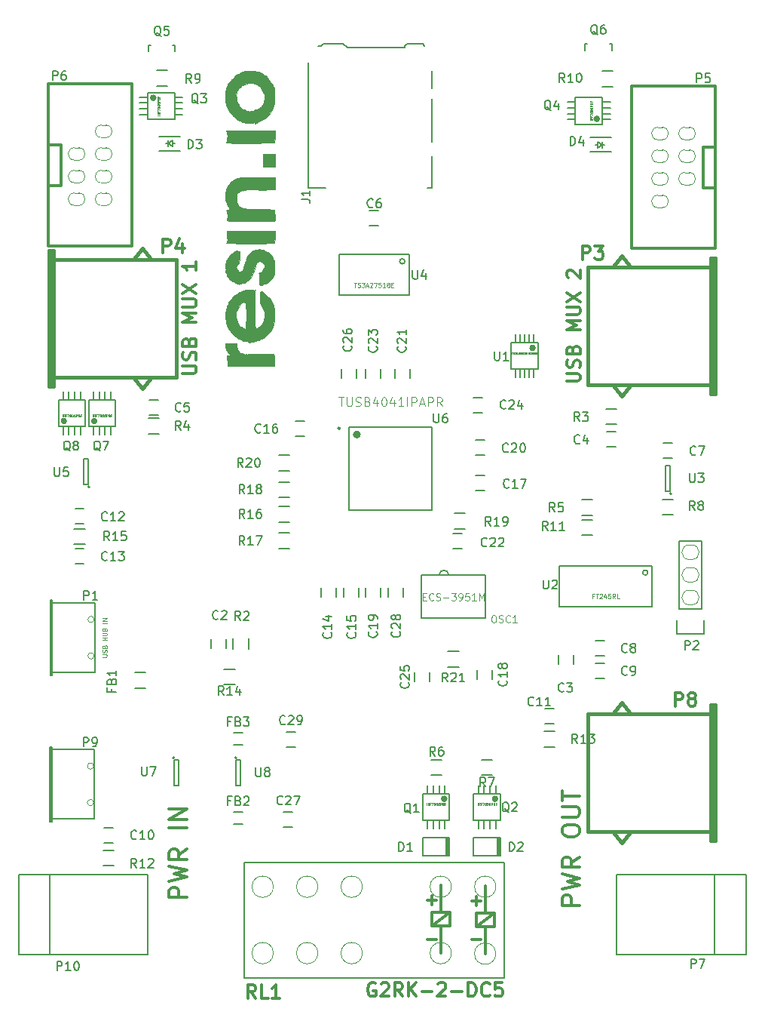
<source format=gto>
G04 #@! TF.FileFunction,Legend,Top*
%FSLAX46Y46*%
G04 Gerber Fmt 4.6, Leading zero omitted, Abs format (unit mm)*
G04 Created by KiCad (PCBNEW 4.0.2-stable) date Wednesday, 13 July 2016 'amt' 02:23:22*
%MOMM*%
G01*
G04 APERTURE LIST*
%ADD10C,0.100000*%
%ADD11C,0.150000*%
%ADD12C,0.300000*%
%ADD13C,0.127000*%
%ADD14C,0.304800*%
%ADD15C,0.149860*%
%ADD16C,0.180000*%
%ADD17C,0.381000*%
%ADD18C,0.299720*%
%ADD19C,0.200660*%
%ADD20C,0.152400*%
%ADD21C,0.010000*%
%ADD22C,0.050800*%
%ADD23C,0.099060*%
%ADD24C,0.203200*%
%ADD25C,0.050000*%
G04 APERTURE END LIST*
D10*
D11*
X188449520Y-87070480D02*
G75*
G03X188449520Y-87070480I-100000J0D01*
G01*
X187799520Y-86820480D02*
X188299520Y-86820480D01*
X187799520Y-83920480D02*
X187799520Y-86820480D01*
X188299520Y-83920480D02*
X187799520Y-83920480D01*
X188299520Y-86820480D02*
X188299520Y-83920480D01*
X188549520Y-81345480D02*
X187549520Y-81345480D01*
X187549520Y-83045480D02*
X188549520Y-83045480D01*
X188649520Y-89420480D02*
X187449520Y-89420480D01*
X187449520Y-87670480D02*
X188649520Y-87670480D01*
D12*
X130336260Y-42645748D02*
G75*
G03X130336260Y-42645748I-100000J0D01*
G01*
D13*
X130436260Y-42645748D02*
G75*
G03X130436260Y-42645748I-200000J0D01*
G01*
X132634860Y-43875948D02*
X133549260Y-43875948D01*
X132634860Y-43215548D02*
X133549260Y-43215548D01*
X132634860Y-42580548D02*
X133549260Y-42580548D01*
X132634860Y-44510948D02*
X133549260Y-44510948D01*
X129637660Y-44510948D02*
X128723260Y-44510948D01*
X129637660Y-43875948D02*
X128723260Y-43875948D01*
X129637660Y-42580548D02*
X128723260Y-42580548D01*
X129637660Y-43215548D02*
X128723260Y-43215548D01*
X130516546Y-42646588D02*
G75*
G03X130516546Y-42646588I-281986J0D01*
G01*
X132637400Y-45046888D02*
X132637400Y-42044608D01*
X132637400Y-42044608D02*
X129635120Y-42044608D01*
X129635120Y-42044608D02*
X129635120Y-45046888D01*
X129635120Y-45046888D02*
X132637400Y-45046888D01*
D12*
X172949520Y-70700480D02*
G75*
G03X172949520Y-70700480I-100000J0D01*
G01*
D13*
X173049520Y-70700480D02*
G75*
G03X173049520Y-70700480I-200000J0D01*
G01*
X172965520Y-74013480D02*
X172965520Y-73124480D01*
X172457520Y-74013480D02*
X172457520Y-73124480D01*
X171949520Y-74013480D02*
X171949520Y-73124480D01*
X171466920Y-74013480D02*
X171466920Y-73124480D01*
X170933520Y-74013480D02*
X170933520Y-73124480D01*
X170933520Y-69187480D02*
X170933520Y-70076480D01*
X171441520Y-69187480D02*
X171441520Y-70076480D01*
X171949520Y-69187480D02*
X171949520Y-70076480D01*
X172457520Y-69187480D02*
X172457520Y-70076480D01*
X172940120Y-69187480D02*
X172940120Y-70076480D01*
X173130666Y-70698780D02*
G75*
G03X173130666Y-70698780I-281986J0D01*
G01*
X170448380Y-73101620D02*
X173450660Y-73101620D01*
X173450660Y-73101620D02*
X173450660Y-70099340D01*
X173450660Y-70099340D02*
X170448380Y-70099340D01*
X170448380Y-70099340D02*
X170448380Y-73101620D01*
X151092520Y-64796480D02*
X158966520Y-64796480D01*
X158966520Y-64796480D02*
X158966520Y-60224480D01*
X158966520Y-60224480D02*
X151092520Y-60224480D01*
X151092520Y-60224480D02*
X151092520Y-64796480D01*
X158488501Y-60986480D02*
G75*
G03X158488501Y-60986480I-283981J0D01*
G01*
D11*
X138409520Y-104380480D02*
X138409520Y-103380480D01*
X136709520Y-103380480D02*
X136709520Y-104380480D01*
X177469520Y-106190480D02*
X177469520Y-105190480D01*
X175769520Y-105190480D02*
X175769520Y-106190480D01*
X181199520Y-81775480D02*
X182199520Y-81775480D01*
X182199520Y-80075480D02*
X181199520Y-80075480D01*
X130800000Y-76500960D02*
X129800000Y-76500960D01*
X129800000Y-78200960D02*
X130800000Y-78200960D01*
X155529520Y-55310480D02*
X154529520Y-55310480D01*
X154529520Y-57010480D02*
X155529520Y-57010480D01*
X180929520Y-103570480D02*
X179929520Y-103570480D01*
X179929520Y-105270480D02*
X180929520Y-105270480D01*
X180929520Y-106110480D02*
X179929520Y-106110480D01*
X179929520Y-107810480D02*
X180929520Y-107810480D01*
D13*
X163164980Y-125644720D02*
X163164980Y-127646240D01*
X163164040Y-127646240D02*
X163164040Y-125644720D01*
X163215640Y-125644720D02*
X163215640Y-127646240D01*
X163414700Y-127646240D02*
X163414700Y-125644720D01*
X163313760Y-127646240D02*
X163313760Y-125644720D01*
X160513380Y-127646240D02*
X163515660Y-127646240D01*
X163515660Y-127646240D02*
X163515660Y-125644720D01*
X163515660Y-125644720D02*
X160513380Y-125644720D01*
X160513380Y-125644720D02*
X160513380Y-127646240D01*
X168879980Y-125644720D02*
X168879980Y-127646240D01*
X168879040Y-127646240D02*
X168879040Y-125644720D01*
X168930640Y-125644720D02*
X168930640Y-127646240D01*
X169129700Y-127646240D02*
X169129700Y-125644720D01*
X169028760Y-127646240D02*
X169028760Y-125644720D01*
X166228380Y-127646240D02*
X169230660Y-127646240D01*
X169230660Y-127646240D02*
X169230660Y-125644720D01*
X169230660Y-125644720D02*
X166228380Y-125644720D01*
X166228380Y-125644720D02*
X166228380Y-127646240D01*
D11*
X129399520Y-108875480D02*
X128199520Y-108875480D01*
X128199520Y-107125480D02*
X129399520Y-107125480D01*
D12*
X163014520Y-121300480D02*
G75*
G03X163014520Y-121300480I-100000J0D01*
G01*
D13*
X163114520Y-121300480D02*
G75*
G03X163114520Y-121300480I-200000J0D01*
G01*
X161684320Y-123699080D02*
X161684320Y-124613480D01*
X162344720Y-123699080D02*
X162344720Y-124613480D01*
X162979720Y-123699080D02*
X162979720Y-124613480D01*
X161049320Y-123699080D02*
X161049320Y-124613480D01*
X161049320Y-120701880D02*
X161049320Y-119787480D01*
X161684320Y-120701880D02*
X161684320Y-119787480D01*
X162979720Y-120701880D02*
X162979720Y-119787480D01*
X162344720Y-120701880D02*
X162344720Y-119787480D01*
X163195666Y-121298780D02*
G75*
G03X163195666Y-121298780I-281986J0D01*
G01*
X160513380Y-123701620D02*
X163515660Y-123701620D01*
X163515660Y-123701620D02*
X163515660Y-120699340D01*
X163515660Y-120699340D02*
X160513380Y-120699340D01*
X160513380Y-120699340D02*
X160513380Y-123701620D01*
D12*
X168729520Y-121300480D02*
G75*
G03X168729520Y-121300480I-100000J0D01*
G01*
D13*
X168829520Y-121300480D02*
G75*
G03X168829520Y-121300480I-200000J0D01*
G01*
X167399320Y-123699080D02*
X167399320Y-124613480D01*
X168059720Y-123699080D02*
X168059720Y-124613480D01*
X168694720Y-123699080D02*
X168694720Y-124613480D01*
X166764320Y-123699080D02*
X166764320Y-124613480D01*
X166764320Y-120701880D02*
X166764320Y-119787480D01*
X167399320Y-120701880D02*
X167399320Y-119787480D01*
X168694720Y-120701880D02*
X168694720Y-119787480D01*
X168059720Y-120701880D02*
X168059720Y-119787480D01*
X168910666Y-121298780D02*
G75*
G03X168910666Y-121298780I-281986J0D01*
G01*
X166228380Y-123701620D02*
X169230660Y-123701620D01*
X169230660Y-123701620D02*
X169230660Y-120699340D01*
X169230660Y-120699340D02*
X166228380Y-120699340D01*
X166228380Y-120699340D02*
X166228380Y-123701620D01*
D12*
X180159520Y-44995480D02*
G75*
G03X180159520Y-44995480I-100000J0D01*
G01*
D13*
X180259520Y-44995480D02*
G75*
G03X180259520Y-44995480I-200000J0D01*
G01*
X177660920Y-43765280D02*
X176746520Y-43765280D01*
X177660920Y-44425680D02*
X176746520Y-44425680D01*
X177660920Y-45060680D02*
X176746520Y-45060680D01*
X177660920Y-43130280D02*
X176746520Y-43130280D01*
X180658120Y-43130280D02*
X181572520Y-43130280D01*
X180658120Y-43765280D02*
X181572520Y-43765280D01*
X180658120Y-45060680D02*
X181572520Y-45060680D01*
X180658120Y-44425680D02*
X181572520Y-44425680D01*
X180343206Y-44994640D02*
G75*
G03X180343206Y-44994640I-281986J0D01*
G01*
X177658380Y-42594340D02*
X177658380Y-45596620D01*
X177658380Y-45596620D02*
X180660660Y-45596620D01*
X180660660Y-45596620D02*
X180660660Y-42594340D01*
X180660660Y-42594340D02*
X177658380Y-42594340D01*
D11*
X139224520Y-104480480D02*
X139224520Y-103280480D01*
X140974520Y-103280480D02*
X140974520Y-104480480D01*
X181099520Y-77510480D02*
X182299520Y-77510480D01*
X182299520Y-79260480D02*
X181099520Y-79260480D01*
X130900000Y-80325960D02*
X129700000Y-80325960D01*
X129700000Y-78575960D02*
X130900000Y-78575960D01*
X178349520Y-87725480D02*
X179549520Y-87725480D01*
X179549520Y-89475480D02*
X178349520Y-89475480D01*
X161414520Y-116880480D02*
X162614520Y-116880480D01*
X162614520Y-118630480D02*
X161414520Y-118630480D01*
X168329520Y-118630480D02*
X167129520Y-118630480D01*
X167129520Y-116880480D02*
X168329520Y-116880480D01*
X140429520Y-128450480D02*
X140429520Y-141350480D01*
X140429520Y-128450480D02*
X169629520Y-128450480D01*
X169629520Y-128450480D02*
X169629520Y-141350480D01*
X140429520Y-141350480D02*
X169629520Y-141350480D01*
D14*
X163545520Y-135562480D02*
X163545520Y-134038480D01*
X161513520Y-134038480D02*
X163545520Y-134038480D01*
X161513520Y-135562480D02*
X161513520Y-134038480D01*
X163545520Y-135562480D02*
X161513520Y-135562480D01*
X163545520Y-134038480D02*
X161513520Y-135562480D01*
X162529520Y-138610480D02*
X162529520Y-135562480D01*
X162529520Y-130990480D02*
X162529520Y-134038480D01*
X161513520Y-133195480D02*
X161513520Y-132179480D01*
X161005520Y-132687480D02*
X162021520Y-132687480D01*
X161005520Y-137113480D02*
X162021520Y-137113480D01*
X165995520Y-137113480D02*
X167011520Y-137113480D01*
X165995520Y-132737480D02*
X167011520Y-132737480D01*
X166503520Y-133245480D02*
X166503520Y-132229480D01*
X167519520Y-131040480D02*
X167519520Y-134088480D01*
X167519520Y-138660480D02*
X167519520Y-135612480D01*
X168535520Y-134088480D02*
X166503520Y-135612480D01*
X168535520Y-135612480D02*
X166503520Y-135612480D01*
X166503520Y-135612480D02*
X166503520Y-134088480D01*
X166503520Y-134088480D02*
X168535520Y-134088480D01*
X168535520Y-134088480D02*
X168535520Y-135612480D01*
D15*
X175865140Y-99736720D02*
X175865140Y-95134240D01*
X186263900Y-95134240D02*
X186263900Y-99736720D01*
X186263900Y-99736720D02*
X175865140Y-99736720D01*
X175865140Y-95134240D02*
X186263900Y-95134240D01*
X185788421Y-95901320D02*
G75*
G03X185788421Y-95901320I-283981J0D01*
G01*
D11*
X132498680Y-36750240D02*
X132450420Y-36750240D01*
X129699700Y-37451280D02*
X129699700Y-36750240D01*
X129699700Y-36750240D02*
X129948620Y-36750240D01*
X132498680Y-36750240D02*
X132699340Y-36750240D01*
X132699340Y-36750240D02*
X132699340Y-37451280D01*
X181549160Y-36599760D02*
X181500900Y-36599760D01*
X178750180Y-37300800D02*
X178750180Y-36599760D01*
X178750180Y-36599760D02*
X178999100Y-36599760D01*
X181549160Y-36599760D02*
X181749820Y-36599760D01*
X181749820Y-36599760D02*
X181749820Y-37300800D01*
X131799520Y-41275480D02*
X130599520Y-41275480D01*
X130599520Y-39525480D02*
X131799520Y-39525480D01*
X180650000Y-39625000D02*
X181850000Y-39625000D01*
X181850000Y-41375000D02*
X180650000Y-41375000D01*
D12*
X123699520Y-78900480D02*
G75*
G03X123699520Y-78900480I-100000J0D01*
G01*
D13*
X123799520Y-78900480D02*
G75*
G03X123799520Y-78900480I-200000J0D01*
G01*
X124829720Y-76501880D02*
X124829720Y-75587480D01*
X124169320Y-76501880D02*
X124169320Y-75587480D01*
X123534320Y-76501880D02*
X123534320Y-75587480D01*
X125464720Y-76501880D02*
X125464720Y-75587480D01*
X125464720Y-79499080D02*
X125464720Y-80413480D01*
X124829720Y-79499080D02*
X124829720Y-80413480D01*
X123534320Y-79499080D02*
X123534320Y-80413480D01*
X124169320Y-79499080D02*
X124169320Y-80413480D01*
X123882346Y-78902180D02*
G75*
G03X123882346Y-78902180I-281986J0D01*
G01*
X126000660Y-76499340D02*
X122998380Y-76499340D01*
X122998380Y-76499340D02*
X122998380Y-79501620D01*
X122998380Y-79501620D02*
X126000660Y-79501620D01*
X126000660Y-79501620D02*
X126000660Y-76499340D01*
D12*
X120299520Y-78900480D02*
G75*
G03X120299520Y-78900480I-100000J0D01*
G01*
D13*
X120399520Y-78900480D02*
G75*
G03X120399520Y-78900480I-200000J0D01*
G01*
X121429720Y-76501880D02*
X121429720Y-75587480D01*
X120769320Y-76501880D02*
X120769320Y-75587480D01*
X120134320Y-76501880D02*
X120134320Y-75587480D01*
X122064720Y-76501880D02*
X122064720Y-75587480D01*
X122064720Y-79499080D02*
X122064720Y-80413480D01*
X121429720Y-79499080D02*
X121429720Y-80413480D01*
X120134320Y-79499080D02*
X120134320Y-80413480D01*
X120769320Y-79499080D02*
X120769320Y-80413480D01*
X120482346Y-78902180D02*
G75*
G03X120482346Y-78902180I-281986J0D01*
G01*
X122600660Y-76499340D02*
X119598380Y-76499340D01*
X119598380Y-76499340D02*
X119598380Y-79501620D01*
X119598380Y-79501620D02*
X122600660Y-79501620D01*
X122600660Y-79501620D02*
X122600660Y-76499340D01*
D11*
X178349520Y-89975480D02*
X179549520Y-89975480D01*
X179549520Y-91725480D02*
X178349520Y-91725480D01*
X123099520Y-86300480D02*
G75*
G03X123099520Y-86300480I-100000J0D01*
G01*
X122449520Y-86050480D02*
X122949520Y-86050480D01*
X122449520Y-83150480D02*
X122449520Y-86050480D01*
X122949520Y-83150480D02*
X122449520Y-83150480D01*
X122949520Y-86050480D02*
X122949520Y-83150480D01*
X125684520Y-124525480D02*
X124684520Y-124525480D01*
X124684520Y-126225480D02*
X125684520Y-126225480D01*
X174214520Y-112890480D02*
X175214520Y-112890480D01*
X175214520Y-111190480D02*
X174214520Y-111190480D01*
D16*
X158529520Y-36955480D02*
X152029520Y-36955480D01*
X158529520Y-36805480D02*
X158529520Y-36955480D01*
X158729520Y-36605480D02*
X158529520Y-36805480D01*
X158729520Y-36605480D02*
X160479520Y-36605480D01*
X152029520Y-36955480D02*
X151529520Y-36605480D01*
X151529520Y-36605480D02*
X149329520Y-36605480D01*
X161529520Y-49155480D02*
X161529520Y-52755480D01*
X161529520Y-42755480D02*
X161529520Y-47555480D01*
X161529520Y-39605480D02*
X161529520Y-41555480D01*
X161529520Y-52755480D02*
X161029520Y-52755480D01*
X147679520Y-52755480D02*
X149579520Y-52755480D01*
X147679520Y-38705480D02*
X147679520Y-52755480D01*
X149129520Y-36805480D02*
X148779520Y-36805480D01*
X160679520Y-36805480D02*
X160479520Y-36605480D01*
X149129520Y-36805480D02*
X149329520Y-36605480D01*
D17*
X193129520Y-75845480D02*
X193129520Y-60605480D01*
X192875520Y-75845480D02*
X193383520Y-75845480D01*
X192875520Y-60605480D02*
X193383520Y-60605480D01*
X193383520Y-60605480D02*
X193383520Y-75845480D01*
X192875520Y-75845480D02*
X192875520Y-60605480D01*
X181826520Y-61621480D02*
X182842520Y-60351480D01*
X182842520Y-60351480D02*
X183858520Y-61621480D01*
X181826520Y-74829480D02*
X182842520Y-76099480D01*
X182842520Y-76099480D02*
X183858520Y-74829480D01*
X179032520Y-61621480D02*
X179032520Y-74829480D01*
X179032520Y-74829480D02*
X193256520Y-74829480D01*
X193256520Y-61621480D02*
X179032520Y-61621480D01*
X118765000Y-59730000D02*
X118765000Y-74970000D01*
X119019000Y-59730000D02*
X118511000Y-59730000D01*
X119019000Y-74970000D02*
X118511000Y-74970000D01*
X118511000Y-74970000D02*
X118511000Y-59730000D01*
X119019000Y-59730000D02*
X119019000Y-74970000D01*
X130068000Y-73954000D02*
X129052000Y-75224000D01*
X129052000Y-75224000D02*
X128036000Y-73954000D01*
X130068000Y-60746000D02*
X129052000Y-59476000D01*
X129052000Y-59476000D02*
X128036000Y-60746000D01*
X132862000Y-73954000D02*
X132862000Y-60746000D01*
X132862000Y-60746000D02*
X118638000Y-60746000D01*
X118638000Y-73954000D02*
X132862000Y-73954000D01*
D14*
X193384520Y-59545480D02*
X193384520Y-41345480D01*
X183984520Y-41345480D02*
X183984520Y-59545480D01*
X183984520Y-59545480D02*
X193384520Y-59545480D01*
X183984520Y-41345480D02*
X193384520Y-41345480D01*
D18*
X193384520Y-48145480D02*
X191984520Y-48145480D01*
X191984520Y-48145480D02*
X191984520Y-52745480D01*
X191984520Y-52745480D02*
X193384520Y-52745480D01*
D14*
X118450000Y-41100000D02*
X118450000Y-59300000D01*
X127850000Y-59300000D02*
X127850000Y-41100000D01*
X127850000Y-41100000D02*
X118450000Y-41100000D01*
X127850000Y-59300000D02*
X118450000Y-59300000D01*
D18*
X118450000Y-52500000D02*
X119850000Y-52500000D01*
X119850000Y-52500000D02*
X119850000Y-47900000D01*
X119850000Y-47900000D02*
X118450000Y-47900000D01*
D11*
X193320020Y-138766360D02*
X193320020Y-129764600D01*
X196820140Y-138766360D02*
X196820140Y-129764600D01*
X196820140Y-129764600D02*
X182319280Y-129764600D01*
X182319280Y-129764600D02*
X182319280Y-138766360D01*
X182319280Y-138766360D02*
X196820140Y-138766360D01*
D17*
X193129520Y-126010480D02*
X193129520Y-110770480D01*
X192875520Y-126010480D02*
X193383520Y-126010480D01*
X192875520Y-110770480D02*
X193383520Y-110770480D01*
X193383520Y-110770480D02*
X193383520Y-126010480D01*
X192875520Y-126010480D02*
X192875520Y-110770480D01*
X181826520Y-111786480D02*
X182842520Y-110516480D01*
X182842520Y-110516480D02*
X183858520Y-111786480D01*
X181826520Y-124994480D02*
X182842520Y-126264480D01*
X182842520Y-126264480D02*
X183858520Y-124994480D01*
X179032520Y-111786480D02*
X179032520Y-124994480D01*
X179032520Y-124994480D02*
X193256520Y-124994480D01*
X193256520Y-111786480D02*
X179032520Y-111786480D01*
D19*
X118740540Y-115459320D02*
X118740540Y-123861640D01*
X118638940Y-115459320D02*
X118638940Y-123861640D01*
X118638940Y-123861640D02*
X118839600Y-123861640D01*
X118839600Y-123861640D02*
X118839600Y-115459320D01*
X118839600Y-115459320D02*
X118638940Y-115459320D01*
X118638940Y-115761580D02*
X123640200Y-115761580D01*
X123640200Y-115761580D02*
X123640200Y-123559380D01*
X123640200Y-123559380D02*
X118638940Y-123559380D01*
D11*
X118644020Y-129764600D02*
X118644020Y-138766360D01*
X115143900Y-129764600D02*
X115143900Y-138766360D01*
X115143900Y-138766360D02*
X129644760Y-138766360D01*
X129644760Y-138766360D02*
X129644760Y-129764600D01*
X129644760Y-129764600D02*
X115143900Y-129764600D01*
X125784520Y-128790480D02*
X124584520Y-128790480D01*
X124584520Y-127040480D02*
X125784520Y-127040480D01*
X174114520Y-113705480D02*
X175314520Y-113705480D01*
X175314520Y-115455480D02*
X174114520Y-115455480D01*
X132419520Y-47778480D02*
X132669520Y-47778480D01*
X131919520Y-47778480D02*
X131669520Y-47778480D01*
X131919520Y-47778480D02*
X132419520Y-47428480D01*
X132419520Y-47428480D02*
X132419520Y-48128480D01*
X132419520Y-48128480D02*
X131919520Y-47778480D01*
X131919520Y-47428480D02*
X131919520Y-48128480D01*
X130869520Y-48578480D02*
X133269520Y-48578480D01*
X130869520Y-46978480D02*
X133269520Y-46978480D01*
X180179520Y-47905480D02*
X179929520Y-47905480D01*
X180679520Y-47905480D02*
X180929520Y-47905480D01*
X180679520Y-47905480D02*
X180179520Y-48255480D01*
X180179520Y-48255480D02*
X180179520Y-47555480D01*
X180179520Y-47555480D02*
X180679520Y-47905480D01*
X180679520Y-48255480D02*
X180679520Y-47555480D01*
X181729520Y-47105480D02*
X179329520Y-47105480D01*
X181729520Y-48705480D02*
X179329520Y-48705480D01*
X122449520Y-88750480D02*
X121449520Y-88750480D01*
X121449520Y-90450480D02*
X122449520Y-90450480D01*
X122449520Y-93250480D02*
X121449520Y-93250480D01*
X121449520Y-94950480D02*
X122449520Y-94950480D01*
X149099520Y-97600480D02*
X149099520Y-98600480D01*
X150799520Y-98600480D02*
X150799520Y-97600480D01*
X153299520Y-98600480D02*
X153299520Y-97600480D01*
X151599520Y-97600480D02*
X151599520Y-98600480D01*
X146249520Y-80620480D02*
X147249520Y-80620480D01*
X147249520Y-78920480D02*
X146249520Y-78920480D01*
X167449520Y-85000480D02*
X166449520Y-85000480D01*
X166449520Y-86700480D02*
X167449520Y-86700480D01*
X168299520Y-107850480D02*
X168299520Y-106850480D01*
X166599520Y-106850480D02*
X166599520Y-107850480D01*
X155799520Y-98600480D02*
X155799520Y-97600480D01*
X154099520Y-97600480D02*
X154099520Y-98600480D01*
X167449520Y-81000480D02*
X166449520Y-81000480D01*
X166449520Y-82700480D02*
X167449520Y-82700480D01*
X157349520Y-73100480D02*
X157349520Y-74100480D01*
X159049520Y-74100480D02*
X159049520Y-73100480D01*
X164949520Y-91500480D02*
X163949520Y-91500480D01*
X163949520Y-93200480D02*
X164949520Y-93200480D01*
X154099520Y-73100480D02*
X154099520Y-74100480D01*
X155799520Y-74100480D02*
X155799520Y-73100480D01*
X167199520Y-76250480D02*
X166199520Y-76250480D01*
X166199520Y-77950480D02*
X167199520Y-77950480D01*
X161299520Y-108100480D02*
X161299520Y-107100480D01*
X159599520Y-107100480D02*
X159599520Y-108100480D01*
X151349520Y-73100480D02*
X151349520Y-74100480D01*
X153049520Y-74100480D02*
X153049520Y-73100480D01*
X145899520Y-122750480D02*
X144899520Y-122750480D01*
X144899520Y-124450480D02*
X145899520Y-124450480D01*
X158299520Y-98600480D02*
X158299520Y-97600480D01*
X156599520Y-97600480D02*
X156599520Y-98600480D01*
X146199520Y-113750480D02*
X145199520Y-113750480D01*
X145199520Y-115450480D02*
X146199520Y-115450480D01*
X140289520Y-124145480D02*
X139289520Y-124145480D01*
X139289520Y-122795480D02*
X140289520Y-122795480D01*
X140289520Y-115255480D02*
X139289520Y-115255480D01*
X139289520Y-113905480D02*
X140289520Y-113905480D01*
D20*
X160388520Y-96183880D02*
X167510520Y-96183880D01*
X167510520Y-101017080D02*
X160388520Y-101017080D01*
X163412520Y-96165680D02*
G75*
G03X162367520Y-96165680I-522500J0D01*
G01*
X160371720Y-96182480D02*
X160371720Y-101018480D01*
X167534520Y-96182480D02*
X167534520Y-101018480D01*
D11*
X191859520Y-99975480D02*
X191859520Y-92355480D01*
X189319520Y-99975480D02*
X189319520Y-92355480D01*
X189039520Y-102795480D02*
X189039520Y-101245480D01*
X191859520Y-92355480D02*
X189319520Y-92355480D01*
X189319520Y-99975480D02*
X191859520Y-99975480D01*
X192139520Y-101245480D02*
X192139520Y-102795480D01*
X192139520Y-102795480D02*
X189039520Y-102795480D01*
X139399520Y-108475480D02*
X138199520Y-108475480D01*
X138199520Y-106725480D02*
X139399520Y-106725480D01*
X121349520Y-90975480D02*
X122549520Y-90975480D01*
X122549520Y-92725480D02*
X121349520Y-92725480D01*
X145549520Y-90225480D02*
X144349520Y-90225480D01*
X144349520Y-88475480D02*
X145549520Y-88475480D01*
X145549520Y-93225480D02*
X144349520Y-93225480D01*
X144349520Y-91475480D02*
X145549520Y-91475480D01*
X145549520Y-87475480D02*
X144349520Y-87475480D01*
X144349520Y-85725480D02*
X145549520Y-85725480D01*
X164099520Y-89225480D02*
X165299520Y-89225480D01*
X165299520Y-90975480D02*
X164099520Y-90975480D01*
X145549520Y-84475480D02*
X144349520Y-84475480D01*
X144349520Y-82725480D02*
X145549520Y-82725480D01*
X163349520Y-104725480D02*
X164549520Y-104725480D01*
X164549520Y-106475480D02*
X163349520Y-106475480D01*
D13*
X152259520Y-79565480D02*
X161559520Y-79565480D01*
X161559520Y-79565480D02*
X161559520Y-88865480D01*
X161559520Y-88865480D02*
X152259520Y-88865480D01*
X152259520Y-88865480D02*
X152259520Y-79565480D01*
X153470070Y-80415480D02*
G75*
G03X153470070Y-80415480I-360550J0D01*
G01*
X153392360Y-80415480D02*
G75*
G03X153392360Y-80415480I-282840J0D01*
G01*
X153392360Y-80415480D02*
G75*
G03X153392360Y-80415480I-282840J0D01*
G01*
X153333130Y-80415480D02*
G75*
G03X153333130Y-80415480I-223610J0D01*
G01*
D14*
X153250940Y-80415480D02*
G75*
G03X153250940Y-80415480I-141420J0D01*
G01*
D13*
X151250940Y-79715480D02*
G75*
G03X151250940Y-79715480I-141420J0D01*
G01*
D14*
X151159520Y-79715480D02*
G75*
G03X151159520Y-79715480I-50000J0D01*
G01*
D11*
X132604520Y-116690480D02*
G75*
G03X132604520Y-116690480I-100000J0D01*
G01*
X133054520Y-116940480D02*
X132554520Y-116940480D01*
X133054520Y-119840480D02*
X133054520Y-116940480D01*
X132554520Y-119840480D02*
X133054520Y-119840480D01*
X132554520Y-116940480D02*
X132554520Y-119840480D01*
X139589520Y-116690480D02*
G75*
G03X139589520Y-116690480I-100000J0D01*
G01*
X140039520Y-116940480D02*
X139539520Y-116940480D01*
X140039520Y-119840480D02*
X140039520Y-116940480D01*
X139539520Y-119840480D02*
X140039520Y-119840480D01*
X139539520Y-116940480D02*
X139539520Y-119840480D01*
D19*
X118800540Y-98999320D02*
X118800540Y-107401640D01*
X118698940Y-98999320D02*
X118698940Y-107401640D01*
X118698940Y-107401640D02*
X118899600Y-107401640D01*
X118899600Y-107401640D02*
X118899600Y-98999320D01*
X118899600Y-98999320D02*
X118698940Y-98999320D01*
X118698940Y-99301580D02*
X123700200Y-99301580D01*
X123700200Y-99301580D02*
X123700200Y-107099380D01*
X123700200Y-107099380D02*
X118698940Y-107099380D01*
D21*
G36*
X138318152Y-70481014D02*
X138345333Y-70197133D01*
X139615333Y-70197133D01*
X139627428Y-70451133D01*
X139641792Y-70644960D01*
X139658621Y-70747466D01*
X139667692Y-70853300D01*
X139719215Y-70916216D01*
X139728743Y-70916800D01*
X139813808Y-70984749D01*
X139887446Y-71109120D01*
X140050782Y-71277966D01*
X140209975Y-71320882D01*
X140428788Y-71369671D01*
X140562860Y-71438240D01*
X140693300Y-71492232D01*
X140778854Y-71438145D01*
X140898977Y-71396963D01*
X141169037Y-71367387D01*
X141594885Y-71349060D01*
X142182371Y-71341623D01*
X142362766Y-71341430D01*
X142958639Y-71346257D01*
X143385399Y-71359553D01*
X143643056Y-71381318D01*
X143731620Y-71411552D01*
X143721666Y-71424800D01*
X143643831Y-71490413D01*
X143723852Y-71507896D01*
X143742833Y-71508170D01*
X143819645Y-71529625D01*
X143862453Y-71615462D01*
X143878779Y-71800421D01*
X143876147Y-72119238D01*
X143876048Y-72123300D01*
X143861097Y-72737133D01*
X143806333Y-72144466D01*
X143751568Y-71551800D01*
X143736617Y-72144466D01*
X143721666Y-72737133D01*
X138557000Y-72737133D01*
X138557000Y-72257225D01*
X138547465Y-71964991D01*
X138522959Y-71726910D01*
X138501160Y-71631799D01*
X138487895Y-71535297D01*
X138578563Y-71510917D01*
X138713465Y-71525638D01*
X138981610Y-71564993D01*
X138980333Y-71563824D01*
X138980333Y-70295668D01*
X139234728Y-70291991D01*
X139361394Y-70282191D01*
X139342662Y-70268118D01*
X139297833Y-70262456D01*
X138979915Y-70248756D01*
X138662833Y-70262456D01*
X138588365Y-70277600D01*
X138665553Y-70289125D01*
X138876728Y-70295181D01*
X138980333Y-70295668D01*
X138980333Y-71563824D01*
X138674615Y-71283797D01*
X138471655Y-71063151D01*
X138405272Y-70889742D01*
X138412081Y-70832583D01*
X138417058Y-70716661D01*
X138373756Y-70713730D01*
X138323099Y-70679250D01*
X138315719Y-70509687D01*
X138318152Y-70481014D01*
X138318152Y-70481014D01*
G37*
X138318152Y-70481014D02*
X138345333Y-70197133D01*
X139615333Y-70197133D01*
X139627428Y-70451133D01*
X139641792Y-70644960D01*
X139658621Y-70747466D01*
X139667692Y-70853300D01*
X139719215Y-70916216D01*
X139728743Y-70916800D01*
X139813808Y-70984749D01*
X139887446Y-71109120D01*
X140050782Y-71277966D01*
X140209975Y-71320882D01*
X140428788Y-71369671D01*
X140562860Y-71438240D01*
X140693300Y-71492232D01*
X140778854Y-71438145D01*
X140898977Y-71396963D01*
X141169037Y-71367387D01*
X141594885Y-71349060D01*
X142182371Y-71341623D01*
X142362766Y-71341430D01*
X142958639Y-71346257D01*
X143385399Y-71359553D01*
X143643056Y-71381318D01*
X143731620Y-71411552D01*
X143721666Y-71424800D01*
X143643831Y-71490413D01*
X143723852Y-71507896D01*
X143742833Y-71508170D01*
X143819645Y-71529625D01*
X143862453Y-71615462D01*
X143878779Y-71800421D01*
X143876147Y-72119238D01*
X143876048Y-72123300D01*
X143861097Y-72737133D01*
X143806333Y-72144466D01*
X143751568Y-71551800D01*
X143736617Y-72144466D01*
X143721666Y-72737133D01*
X138557000Y-72737133D01*
X138557000Y-72257225D01*
X138547465Y-71964991D01*
X138522959Y-71726910D01*
X138501160Y-71631799D01*
X138487895Y-71535297D01*
X138578563Y-71510917D01*
X138713465Y-71525638D01*
X138981610Y-71564993D01*
X138980333Y-71563824D01*
X138980333Y-70295668D01*
X139234728Y-70291991D01*
X139361394Y-70282191D01*
X139342662Y-70268118D01*
X139297833Y-70262456D01*
X138979915Y-70248756D01*
X138662833Y-70262456D01*
X138588365Y-70277600D01*
X138665553Y-70289125D01*
X138876728Y-70295181D01*
X138980333Y-70295668D01*
X138980333Y-71563824D01*
X138674615Y-71283797D01*
X138471655Y-71063151D01*
X138405272Y-70889742D01*
X138412081Y-70832583D01*
X138417058Y-70716661D01*
X138373756Y-70713730D01*
X138323099Y-70679250D01*
X138315719Y-70509687D01*
X138318152Y-70481014D01*
G36*
X138338133Y-66789071D02*
X138377998Y-66659109D01*
X138410598Y-66655306D01*
X138460441Y-66633501D01*
X138440734Y-66484428D01*
X138425878Y-66310178D01*
X138476425Y-66260133D01*
X138529985Y-66194327D01*
X138514666Y-66090800D01*
X138506569Y-65954449D01*
X138551294Y-65921466D01*
X138624152Y-65850441D01*
X138641666Y-65748285D01*
X138699059Y-65572624D01*
X138838696Y-65378486D01*
X138853333Y-65363436D01*
X138994696Y-65205374D01*
X139063670Y-65095474D01*
X139064999Y-65086874D01*
X139124589Y-65002942D01*
X139265508Y-64877521D01*
X139430978Y-64754317D01*
X139564223Y-64677038D01*
X139605232Y-64670994D01*
X139685590Y-64638545D01*
X139803815Y-64545448D01*
X139943995Y-64454220D01*
X140024370Y-64453726D01*
X140077441Y-64447905D01*
X140080999Y-64420022D01*
X140157303Y-64347044D01*
X140353572Y-64273692D01*
X140620842Y-64211296D01*
X140910151Y-64171189D01*
X141172535Y-64164702D01*
X141181666Y-64165294D01*
X141335808Y-64178427D01*
X141455503Y-64206711D01*
X141544834Y-64269333D01*
X141607882Y-64385479D01*
X141648727Y-64574335D01*
X141671451Y-64855086D01*
X141680135Y-65246920D01*
X141678860Y-65769021D01*
X141671708Y-66440577D01*
X141671395Y-66467567D01*
X141664933Y-67119752D01*
X141663174Y-67621330D01*
X141667055Y-67990987D01*
X141677511Y-68247408D01*
X141695477Y-68409277D01*
X141721888Y-68495280D01*
X141757681Y-68524101D01*
X141774333Y-68523886D01*
X141953946Y-68450917D01*
X141996792Y-68419133D01*
X142139410Y-68305830D01*
X142271959Y-68209942D01*
X142408747Y-68075133D01*
X142451666Y-67972112D01*
X142497562Y-67899464D01*
X142535363Y-67910534D01*
X142583475Y-67896906D01*
X142568638Y-67830864D01*
X142566457Y-67719271D01*
X142604015Y-67699466D01*
X142652885Y-67631664D01*
X142642069Y-67516894D01*
X142632964Y-67394433D01*
X142671163Y-67381838D01*
X142713262Y-67333013D01*
X142741135Y-67156747D01*
X142748000Y-66971994D01*
X142736197Y-66719497D01*
X142705803Y-66553283D01*
X142677444Y-66514383D01*
X142632066Y-66453353D01*
X142638835Y-66418295D01*
X142608905Y-66297066D01*
X142578666Y-66251057D01*
X142578666Y-66175466D01*
X142621000Y-66133133D01*
X142578666Y-66090800D01*
X142536333Y-66133133D01*
X142578666Y-66175466D01*
X142578666Y-66251057D01*
X142494029Y-66122277D01*
X142466248Y-66089367D01*
X142367107Y-65958588D01*
X142305098Y-65812491D01*
X142270842Y-65607321D01*
X142254961Y-65299326D01*
X142250858Y-65084511D01*
X142253061Y-64683512D01*
X142274503Y-64434984D01*
X142317060Y-64322959D01*
X142341626Y-64312772D01*
X142463690Y-64378002D01*
X142529551Y-64460966D01*
X142598932Y-64553706D01*
X142618425Y-64546193D01*
X142675894Y-64551516D01*
X142814418Y-64645049D01*
X142849129Y-64673193D01*
X143119995Y-64916054D01*
X143336111Y-65142446D01*
X143471841Y-65322687D01*
X143501550Y-65427097D01*
X143501028Y-65427983D01*
X143521361Y-65493469D01*
X143552333Y-65498133D01*
X143607545Y-65549708D01*
X143594666Y-65582800D01*
X143604188Y-65660693D01*
X143637000Y-65667466D01*
X143694167Y-65717482D01*
X143682949Y-65746283D01*
X143693869Y-65854854D01*
X143721666Y-65879133D01*
X143771941Y-65980540D01*
X143760384Y-66011983D01*
X143766965Y-66085943D01*
X143791479Y-66090800D01*
X143826956Y-66168662D01*
X143849998Y-66376002D01*
X143860962Y-66673445D01*
X143860205Y-67021620D01*
X143848085Y-67381154D01*
X143824958Y-67712674D01*
X143791183Y-67976807D01*
X143773619Y-68059300D01*
X143704128Y-68261852D01*
X143633075Y-68370796D01*
X143617070Y-68376800D01*
X143580486Y-68429556D01*
X143594666Y-68461466D01*
X143585144Y-68539360D01*
X143552333Y-68546133D01*
X143491025Y-68590021D01*
X143499780Y-68614264D01*
X143469360Y-68709075D01*
X143344505Y-68880059D01*
X143158019Y-69091657D01*
X142942707Y-69308310D01*
X142731371Y-69494460D01*
X142599833Y-69589797D01*
X142442730Y-69672084D01*
X142367996Y-69679878D01*
X142367000Y-69674903D01*
X142326505Y-69684180D01*
X142252844Y-69770552D01*
X142123340Y-69871349D01*
X142037468Y-69864113D01*
X141895097Y-69857917D01*
X141816666Y-69900800D01*
X141673714Y-69959192D01*
X141608708Y-69945425D01*
X141528127Y-69950333D01*
X141520333Y-69983449D01*
X141473792Y-70031911D01*
X141340782Y-69979998D01*
X141217042Y-69928636D01*
X141218779Y-69977019D01*
X141197127Y-70048483D01*
X141054666Y-70070133D01*
X141054666Y-69985466D01*
X141097000Y-69943133D01*
X141054666Y-69900800D01*
X141012333Y-69943133D01*
X141054666Y-69985466D01*
X141054666Y-70070133D01*
X140908193Y-70046429D01*
X140879513Y-69994883D01*
X140839367Y-69954857D01*
X140680572Y-69953366D01*
X140641926Y-69957919D01*
X140623521Y-69956985D01*
X140623521Y-68630800D01*
X140639515Y-68550581D01*
X140653400Y-68327706D01*
X140664302Y-67988847D01*
X140671345Y-67560678D01*
X140673666Y-67101803D01*
X140669521Y-66558893D01*
X140657675Y-66124347D01*
X140639009Y-65814735D01*
X140614407Y-65646624D01*
X140594850Y-65621517D01*
X140485714Y-65611648D01*
X140464917Y-65587521D01*
X140370593Y-65565793D01*
X140217737Y-65652740D01*
X140039777Y-65814849D01*
X139870145Y-66018610D01*
X139742269Y-66230511D01*
X139697324Y-66356980D01*
X139643369Y-66517742D01*
X139587926Y-66565668D01*
X139587277Y-66565284D01*
X139557841Y-66617106D01*
X139545116Y-66785115D01*
X139547640Y-67017143D01*
X139563953Y-67261021D01*
X139592593Y-67464579D01*
X139614700Y-67544688D01*
X139676786Y-67751585D01*
X139691312Y-67826625D01*
X139776658Y-67994460D01*
X139832958Y-68043607D01*
X139900674Y-68108096D01*
X139880133Y-68121503D01*
X139863467Y-68174192D01*
X139910892Y-68248868D01*
X140025763Y-68335343D01*
X140080641Y-68334688D01*
X140184907Y-68353613D01*
X140348943Y-68454372D01*
X140359569Y-68462620D01*
X140521835Y-68579182D01*
X140621378Y-68630670D01*
X140623521Y-68630800D01*
X140623521Y-69956985D01*
X140360852Y-69943651D01*
X140229495Y-69867867D01*
X140106943Y-69786609D01*
X140048746Y-69791943D01*
X140000135Y-69780280D01*
X139996333Y-69748235D01*
X139935593Y-69687628D01*
X139878117Y-69697478D01*
X139748722Y-69669132D01*
X139624117Y-69548982D01*
X139528238Y-69434864D01*
X139488333Y-69432637D01*
X139488333Y-69432670D01*
X139443268Y-69437177D01*
X139326933Y-69337994D01*
X139167619Y-69168405D01*
X138993617Y-68961693D01*
X138853333Y-68777545D01*
X138853333Y-65498133D01*
X138895666Y-65455800D01*
X138853333Y-65413466D01*
X138811000Y-65455800D01*
X138853333Y-65498133D01*
X138853333Y-68777545D01*
X138833218Y-68751140D01*
X138714712Y-68570031D01*
X138669133Y-68468913D01*
X138601401Y-68285705D01*
X138536327Y-68197750D01*
X138483077Y-68087077D01*
X138448036Y-67875508D01*
X138443530Y-67803757D01*
X138423737Y-67599223D01*
X138390363Y-67496795D01*
X138377083Y-67494430D01*
X138348209Y-67436784D01*
X138328989Y-67253874D01*
X138324166Y-67064466D01*
X138338133Y-66789071D01*
X138338133Y-66789071D01*
G37*
X138338133Y-66789071D02*
X138377998Y-66659109D01*
X138410598Y-66655306D01*
X138460441Y-66633501D01*
X138440734Y-66484428D01*
X138425878Y-66310178D01*
X138476425Y-66260133D01*
X138529985Y-66194327D01*
X138514666Y-66090800D01*
X138506569Y-65954449D01*
X138551294Y-65921466D01*
X138624152Y-65850441D01*
X138641666Y-65748285D01*
X138699059Y-65572624D01*
X138838696Y-65378486D01*
X138853333Y-65363436D01*
X138994696Y-65205374D01*
X139063670Y-65095474D01*
X139064999Y-65086874D01*
X139124589Y-65002942D01*
X139265508Y-64877521D01*
X139430978Y-64754317D01*
X139564223Y-64677038D01*
X139605232Y-64670994D01*
X139685590Y-64638545D01*
X139803815Y-64545448D01*
X139943995Y-64454220D01*
X140024370Y-64453726D01*
X140077441Y-64447905D01*
X140080999Y-64420022D01*
X140157303Y-64347044D01*
X140353572Y-64273692D01*
X140620842Y-64211296D01*
X140910151Y-64171189D01*
X141172535Y-64164702D01*
X141181666Y-64165294D01*
X141335808Y-64178427D01*
X141455503Y-64206711D01*
X141544834Y-64269333D01*
X141607882Y-64385479D01*
X141648727Y-64574335D01*
X141671451Y-64855086D01*
X141680135Y-65246920D01*
X141678860Y-65769021D01*
X141671708Y-66440577D01*
X141671395Y-66467567D01*
X141664933Y-67119752D01*
X141663174Y-67621330D01*
X141667055Y-67990987D01*
X141677511Y-68247408D01*
X141695477Y-68409277D01*
X141721888Y-68495280D01*
X141757681Y-68524101D01*
X141774333Y-68523886D01*
X141953946Y-68450917D01*
X141996792Y-68419133D01*
X142139410Y-68305830D01*
X142271959Y-68209942D01*
X142408747Y-68075133D01*
X142451666Y-67972112D01*
X142497562Y-67899464D01*
X142535363Y-67910534D01*
X142583475Y-67896906D01*
X142568638Y-67830864D01*
X142566457Y-67719271D01*
X142604015Y-67699466D01*
X142652885Y-67631664D01*
X142642069Y-67516894D01*
X142632964Y-67394433D01*
X142671163Y-67381838D01*
X142713262Y-67333013D01*
X142741135Y-67156747D01*
X142748000Y-66971994D01*
X142736197Y-66719497D01*
X142705803Y-66553283D01*
X142677444Y-66514383D01*
X142632066Y-66453353D01*
X142638835Y-66418295D01*
X142608905Y-66297066D01*
X142578666Y-66251057D01*
X142578666Y-66175466D01*
X142621000Y-66133133D01*
X142578666Y-66090800D01*
X142536333Y-66133133D01*
X142578666Y-66175466D01*
X142578666Y-66251057D01*
X142494029Y-66122277D01*
X142466248Y-66089367D01*
X142367107Y-65958588D01*
X142305098Y-65812491D01*
X142270842Y-65607321D01*
X142254961Y-65299326D01*
X142250858Y-65084511D01*
X142253061Y-64683512D01*
X142274503Y-64434984D01*
X142317060Y-64322959D01*
X142341626Y-64312772D01*
X142463690Y-64378002D01*
X142529551Y-64460966D01*
X142598932Y-64553706D01*
X142618425Y-64546193D01*
X142675894Y-64551516D01*
X142814418Y-64645049D01*
X142849129Y-64673193D01*
X143119995Y-64916054D01*
X143336111Y-65142446D01*
X143471841Y-65322687D01*
X143501550Y-65427097D01*
X143501028Y-65427983D01*
X143521361Y-65493469D01*
X143552333Y-65498133D01*
X143607545Y-65549708D01*
X143594666Y-65582800D01*
X143604188Y-65660693D01*
X143637000Y-65667466D01*
X143694167Y-65717482D01*
X143682949Y-65746283D01*
X143693869Y-65854854D01*
X143721666Y-65879133D01*
X143771941Y-65980540D01*
X143760384Y-66011983D01*
X143766965Y-66085943D01*
X143791479Y-66090800D01*
X143826956Y-66168662D01*
X143849998Y-66376002D01*
X143860962Y-66673445D01*
X143860205Y-67021620D01*
X143848085Y-67381154D01*
X143824958Y-67712674D01*
X143791183Y-67976807D01*
X143773619Y-68059300D01*
X143704128Y-68261852D01*
X143633075Y-68370796D01*
X143617070Y-68376800D01*
X143580486Y-68429556D01*
X143594666Y-68461466D01*
X143585144Y-68539360D01*
X143552333Y-68546133D01*
X143491025Y-68590021D01*
X143499780Y-68614264D01*
X143469360Y-68709075D01*
X143344505Y-68880059D01*
X143158019Y-69091657D01*
X142942707Y-69308310D01*
X142731371Y-69494460D01*
X142599833Y-69589797D01*
X142442730Y-69672084D01*
X142367996Y-69679878D01*
X142367000Y-69674903D01*
X142326505Y-69684180D01*
X142252844Y-69770552D01*
X142123340Y-69871349D01*
X142037468Y-69864113D01*
X141895097Y-69857917D01*
X141816666Y-69900800D01*
X141673714Y-69959192D01*
X141608708Y-69945425D01*
X141528127Y-69950333D01*
X141520333Y-69983449D01*
X141473792Y-70031911D01*
X141340782Y-69979998D01*
X141217042Y-69928636D01*
X141218779Y-69977019D01*
X141197127Y-70048483D01*
X141054666Y-70070133D01*
X141054666Y-69985466D01*
X141097000Y-69943133D01*
X141054666Y-69900800D01*
X141012333Y-69943133D01*
X141054666Y-69985466D01*
X141054666Y-70070133D01*
X140908193Y-70046429D01*
X140879513Y-69994883D01*
X140839367Y-69954857D01*
X140680572Y-69953366D01*
X140641926Y-69957919D01*
X140623521Y-69956985D01*
X140623521Y-68630800D01*
X140639515Y-68550581D01*
X140653400Y-68327706D01*
X140664302Y-67988847D01*
X140671345Y-67560678D01*
X140673666Y-67101803D01*
X140669521Y-66558893D01*
X140657675Y-66124347D01*
X140639009Y-65814735D01*
X140614407Y-65646624D01*
X140594850Y-65621517D01*
X140485714Y-65611648D01*
X140464917Y-65587521D01*
X140370593Y-65565793D01*
X140217737Y-65652740D01*
X140039777Y-65814849D01*
X139870145Y-66018610D01*
X139742269Y-66230511D01*
X139697324Y-66356980D01*
X139643369Y-66517742D01*
X139587926Y-66565668D01*
X139587277Y-66565284D01*
X139557841Y-66617106D01*
X139545116Y-66785115D01*
X139547640Y-67017143D01*
X139563953Y-67261021D01*
X139592593Y-67464579D01*
X139614700Y-67544688D01*
X139676786Y-67751585D01*
X139691312Y-67826625D01*
X139776658Y-67994460D01*
X139832958Y-68043607D01*
X139900674Y-68108096D01*
X139880133Y-68121503D01*
X139863467Y-68174192D01*
X139910892Y-68248868D01*
X140025763Y-68335343D01*
X140080641Y-68334688D01*
X140184907Y-68353613D01*
X140348943Y-68454372D01*
X140359569Y-68462620D01*
X140521835Y-68579182D01*
X140621378Y-68630670D01*
X140623521Y-68630800D01*
X140623521Y-69956985D01*
X140360852Y-69943651D01*
X140229495Y-69867867D01*
X140106943Y-69786609D01*
X140048746Y-69791943D01*
X140000135Y-69780280D01*
X139996333Y-69748235D01*
X139935593Y-69687628D01*
X139878117Y-69697478D01*
X139748722Y-69669132D01*
X139624117Y-69548982D01*
X139528238Y-69434864D01*
X139488333Y-69432637D01*
X139488333Y-69432670D01*
X139443268Y-69437177D01*
X139326933Y-69337994D01*
X139167619Y-69168405D01*
X138993617Y-68961693D01*
X138853333Y-68777545D01*
X138853333Y-65498133D01*
X138895666Y-65455800D01*
X138853333Y-65413466D01*
X138811000Y-65455800D01*
X138853333Y-65498133D01*
X138853333Y-68777545D01*
X138833218Y-68751140D01*
X138714712Y-68570031D01*
X138669133Y-68468913D01*
X138601401Y-68285705D01*
X138536327Y-68197750D01*
X138483077Y-68087077D01*
X138448036Y-67875508D01*
X138443530Y-67803757D01*
X138423737Y-67599223D01*
X138390363Y-67496795D01*
X138377083Y-67494430D01*
X138348209Y-67436784D01*
X138328989Y-67253874D01*
X138324166Y-67064466D01*
X138338133Y-66789071D01*
G36*
X138361393Y-62003480D02*
X138378383Y-62026800D01*
X138453810Y-62093379D01*
X138471036Y-62052963D01*
X138415139Y-61920750D01*
X138393371Y-61903325D01*
X138341185Y-61791909D01*
X138323348Y-61599028D01*
X138340435Y-61408489D01*
X138389282Y-61306135D01*
X138420748Y-61204903D01*
X138408976Y-61056207D01*
X138420801Y-60862330D01*
X138504511Y-60791314D01*
X138597741Y-60711696D01*
X138593850Y-60663261D01*
X138609299Y-60591887D01*
X138636669Y-60587466D01*
X138718799Y-60520134D01*
X138726333Y-60475225D01*
X138783541Y-60341681D01*
X138917988Y-60182933D01*
X139068932Y-60068505D01*
X139265262Y-59952831D01*
X139465092Y-59855227D01*
X139626532Y-59795005D01*
X139707695Y-59791480D01*
X139702686Y-59821120D01*
X139694930Y-59899251D01*
X139778205Y-59895780D01*
X139873566Y-59829542D01*
X139913853Y-59862838D01*
X139936253Y-60052152D01*
X139939428Y-60384977D01*
X139938411Y-60435887D01*
X139925030Y-60787673D01*
X139896846Y-61014518D01*
X139842582Y-61160779D01*
X139750962Y-61270811D01*
X139718840Y-61299645D01*
X139586555Y-61459294D01*
X139549294Y-61600204D01*
X139550120Y-61603466D01*
X139660045Y-61883575D01*
X139800196Y-62086350D01*
X139888116Y-62149292D01*
X140021776Y-62146300D01*
X140171148Y-62080839D01*
X140275449Y-61989686D01*
X140278016Y-61913372D01*
X140281723Y-61859830D01*
X140302422Y-61857466D01*
X140367285Y-61784311D01*
X140401611Y-61629376D01*
X140436799Y-61443666D01*
X140483577Y-61354209D01*
X140548934Y-61239893D01*
X140575878Y-61137800D01*
X140649156Y-60931975D01*
X140702878Y-60846381D01*
X140757496Y-60763689D01*
X140691648Y-60789917D01*
X140687775Y-60792239D01*
X140650205Y-60780261D01*
X140690547Y-60667193D01*
X140786870Y-60488708D01*
X140917241Y-60280479D01*
X141059727Y-60078182D01*
X141192396Y-59917489D01*
X141267850Y-59848741D01*
X141476090Y-59760432D01*
X141751918Y-59709966D01*
X141820707Y-59706297D01*
X142016218Y-59689306D01*
X142096307Y-59655311D01*
X142083688Y-59636263D01*
X142055453Y-59584792D01*
X142134166Y-59572763D01*
X142259753Y-59612324D01*
X142282333Y-59657789D01*
X142352483Y-59709924D01*
X142487542Y-59706900D01*
X142675538Y-59722680D01*
X142740409Y-59793883D01*
X142845344Y-59890027D01*
X142907146Y-59892938D01*
X142992884Y-59919249D01*
X142959666Y-59952466D01*
X143002000Y-59994800D01*
X143044333Y-59952466D01*
X143019188Y-59927321D01*
X143038796Y-59933338D01*
X143208689Y-60065221D01*
X143238060Y-60095408D01*
X143387612Y-60230608D01*
X143489611Y-60277150D01*
X143501114Y-60271797D01*
X143544226Y-60293842D01*
X143552333Y-60361689D01*
X143598401Y-60483065D01*
X143646058Y-60502800D01*
X143701753Y-60564729D01*
X143689361Y-60634197D01*
X143680428Y-60723478D01*
X143712327Y-60720238D01*
X143778144Y-60757805D01*
X143829905Y-60906341D01*
X143856738Y-61142945D01*
X143868478Y-61453822D01*
X143866155Y-61786241D01*
X143850803Y-62087466D01*
X143823453Y-62304765D01*
X143801177Y-62373809D01*
X143771350Y-62538730D01*
X143786221Y-62604511D01*
X143790683Y-62688505D01*
X143737024Y-62671292D01*
X143672715Y-62667739D01*
X143686056Y-62733456D01*
X143649700Y-62843145D01*
X143517034Y-63005522D01*
X143332969Y-63179842D01*
X143142418Y-63325360D01*
X142990293Y-63401332D01*
X142948429Y-63402633D01*
X142879025Y-63445814D01*
X142875000Y-63475192D01*
X142813865Y-63532981D01*
X142753470Y-63522281D01*
X142631034Y-63528250D01*
X142602079Y-63565229D01*
X142504451Y-63641788D01*
X142361546Y-63677939D01*
X142251387Y-63683237D01*
X142240000Y-63676013D01*
X142240000Y-62365466D01*
X142282333Y-62323133D01*
X142240000Y-62280800D01*
X142197666Y-62323133D01*
X142240000Y-62365466D01*
X142240000Y-63676013D01*
X142190969Y-63644904D01*
X142169004Y-63527303D01*
X142174204Y-63294798D01*
X142183877Y-63117015D01*
X142187781Y-62729683D01*
X142149876Y-62479278D01*
X142115134Y-62410371D01*
X142069092Y-62313324D01*
X142159296Y-62253229D01*
X142229055Y-62233648D01*
X142463483Y-62128144D01*
X142612942Y-61930439D01*
X142705600Y-61603828D01*
X142734386Y-61383232D01*
X142697055Y-61263480D01*
X142568363Y-61181091D01*
X142530721Y-61164078D01*
X142375908Y-61075879D01*
X142327279Y-61006805D01*
X142328210Y-61005065D01*
X142284847Y-60977641D01*
X142156509Y-60989853D01*
X142000083Y-61065697D01*
X141845157Y-61205466D01*
X141734524Y-61359472D01*
X141710974Y-61478028D01*
X141721858Y-61494547D01*
X141716234Y-61591254D01*
X141643175Y-61769791D01*
X141624947Y-61804701D01*
X141524667Y-62020426D01*
X141472531Y-62189631D01*
X141471404Y-62199512D01*
X141396150Y-62465058D01*
X141238509Y-62760786D01*
X141139333Y-62887649D01*
X141139333Y-60079466D01*
X141181666Y-60037133D01*
X141139333Y-59994800D01*
X141097000Y-60037133D01*
X141139333Y-60079466D01*
X141139333Y-62887649D01*
X141044262Y-63009262D01*
X140941539Y-63095703D01*
X140800666Y-63195968D01*
X140800666Y-60672133D01*
X140843000Y-60629800D01*
X140800666Y-60587466D01*
X140758333Y-60629800D01*
X140800666Y-60672133D01*
X140800666Y-63195968D01*
X140745590Y-63235169D01*
X140609171Y-63349609D01*
X140442592Y-63424333D01*
X140335785Y-63423951D01*
X140175997Y-63433912D01*
X140117576Y-63475449D01*
X140019919Y-63506673D01*
X139953999Y-63466133D01*
X139830674Y-63422311D01*
X139790332Y-63456965D01*
X139700000Y-63486213D01*
X139700000Y-63466133D01*
X139742333Y-63423800D01*
X139700000Y-63381466D01*
X139657666Y-63423800D01*
X139700000Y-63466133D01*
X139700000Y-63486213D01*
X139668991Y-63496254D01*
X139486562Y-63452829D01*
X139446000Y-63431174D01*
X139446000Y-63381466D01*
X139488333Y-63339133D01*
X139446000Y-63296800D01*
X139403666Y-63339133D01*
X139446000Y-63381466D01*
X139446000Y-63431174D01*
X139326614Y-63367434D01*
X139287305Y-63280195D01*
X139289848Y-63275471D01*
X139291236Y-63226251D01*
X139250122Y-63244708D01*
X139137053Y-63227306D01*
X138963535Y-63114610D01*
X138885816Y-63046123D01*
X138740756Y-62892658D01*
X138682280Y-62799203D01*
X138692609Y-62786225D01*
X138694573Y-62750736D01*
X138616788Y-62695275D01*
X138507596Y-62558345D01*
X138520026Y-62433247D01*
X138535463Y-62311855D01*
X138514666Y-62314037D01*
X138514666Y-60926133D01*
X138557000Y-60883800D01*
X138514666Y-60841466D01*
X138472333Y-60883800D01*
X138514666Y-60926133D01*
X138514666Y-62314037D01*
X138481404Y-62317527D01*
X138396848Y-62322655D01*
X138387666Y-62292721D01*
X138363395Y-62147205D01*
X138337346Y-62054891D01*
X138312518Y-61954425D01*
X138361393Y-62003480D01*
X138361393Y-62003480D01*
G37*
X138361393Y-62003480D02*
X138378383Y-62026800D01*
X138453810Y-62093379D01*
X138471036Y-62052963D01*
X138415139Y-61920750D01*
X138393371Y-61903325D01*
X138341185Y-61791909D01*
X138323348Y-61599028D01*
X138340435Y-61408489D01*
X138389282Y-61306135D01*
X138420748Y-61204903D01*
X138408976Y-61056207D01*
X138420801Y-60862330D01*
X138504511Y-60791314D01*
X138597741Y-60711696D01*
X138593850Y-60663261D01*
X138609299Y-60591887D01*
X138636669Y-60587466D01*
X138718799Y-60520134D01*
X138726333Y-60475225D01*
X138783541Y-60341681D01*
X138917988Y-60182933D01*
X139068932Y-60068505D01*
X139265262Y-59952831D01*
X139465092Y-59855227D01*
X139626532Y-59795005D01*
X139707695Y-59791480D01*
X139702686Y-59821120D01*
X139694930Y-59899251D01*
X139778205Y-59895780D01*
X139873566Y-59829542D01*
X139913853Y-59862838D01*
X139936253Y-60052152D01*
X139939428Y-60384977D01*
X139938411Y-60435887D01*
X139925030Y-60787673D01*
X139896846Y-61014518D01*
X139842582Y-61160779D01*
X139750962Y-61270811D01*
X139718840Y-61299645D01*
X139586555Y-61459294D01*
X139549294Y-61600204D01*
X139550120Y-61603466D01*
X139660045Y-61883575D01*
X139800196Y-62086350D01*
X139888116Y-62149292D01*
X140021776Y-62146300D01*
X140171148Y-62080839D01*
X140275449Y-61989686D01*
X140278016Y-61913372D01*
X140281723Y-61859830D01*
X140302422Y-61857466D01*
X140367285Y-61784311D01*
X140401611Y-61629376D01*
X140436799Y-61443666D01*
X140483577Y-61354209D01*
X140548934Y-61239893D01*
X140575878Y-61137800D01*
X140649156Y-60931975D01*
X140702878Y-60846381D01*
X140757496Y-60763689D01*
X140691648Y-60789917D01*
X140687775Y-60792239D01*
X140650205Y-60780261D01*
X140690547Y-60667193D01*
X140786870Y-60488708D01*
X140917241Y-60280479D01*
X141059727Y-60078182D01*
X141192396Y-59917489D01*
X141267850Y-59848741D01*
X141476090Y-59760432D01*
X141751918Y-59709966D01*
X141820707Y-59706297D01*
X142016218Y-59689306D01*
X142096307Y-59655311D01*
X142083688Y-59636263D01*
X142055453Y-59584792D01*
X142134166Y-59572763D01*
X142259753Y-59612324D01*
X142282333Y-59657789D01*
X142352483Y-59709924D01*
X142487542Y-59706900D01*
X142675538Y-59722680D01*
X142740409Y-59793883D01*
X142845344Y-59890027D01*
X142907146Y-59892938D01*
X142992884Y-59919249D01*
X142959666Y-59952466D01*
X143002000Y-59994800D01*
X143044333Y-59952466D01*
X143019188Y-59927321D01*
X143038796Y-59933338D01*
X143208689Y-60065221D01*
X143238060Y-60095408D01*
X143387612Y-60230608D01*
X143489611Y-60277150D01*
X143501114Y-60271797D01*
X143544226Y-60293842D01*
X143552333Y-60361689D01*
X143598401Y-60483065D01*
X143646058Y-60502800D01*
X143701753Y-60564729D01*
X143689361Y-60634197D01*
X143680428Y-60723478D01*
X143712327Y-60720238D01*
X143778144Y-60757805D01*
X143829905Y-60906341D01*
X143856738Y-61142945D01*
X143868478Y-61453822D01*
X143866155Y-61786241D01*
X143850803Y-62087466D01*
X143823453Y-62304765D01*
X143801177Y-62373809D01*
X143771350Y-62538730D01*
X143786221Y-62604511D01*
X143790683Y-62688505D01*
X143737024Y-62671292D01*
X143672715Y-62667739D01*
X143686056Y-62733456D01*
X143649700Y-62843145D01*
X143517034Y-63005522D01*
X143332969Y-63179842D01*
X143142418Y-63325360D01*
X142990293Y-63401332D01*
X142948429Y-63402633D01*
X142879025Y-63445814D01*
X142875000Y-63475192D01*
X142813865Y-63532981D01*
X142753470Y-63522281D01*
X142631034Y-63528250D01*
X142602079Y-63565229D01*
X142504451Y-63641788D01*
X142361546Y-63677939D01*
X142251387Y-63683237D01*
X142240000Y-63676013D01*
X142240000Y-62365466D01*
X142282333Y-62323133D01*
X142240000Y-62280800D01*
X142197666Y-62323133D01*
X142240000Y-62365466D01*
X142240000Y-63676013D01*
X142190969Y-63644904D01*
X142169004Y-63527303D01*
X142174204Y-63294798D01*
X142183877Y-63117015D01*
X142187781Y-62729683D01*
X142149876Y-62479278D01*
X142115134Y-62410371D01*
X142069092Y-62313324D01*
X142159296Y-62253229D01*
X142229055Y-62233648D01*
X142463483Y-62128144D01*
X142612942Y-61930439D01*
X142705600Y-61603828D01*
X142734386Y-61383232D01*
X142697055Y-61263480D01*
X142568363Y-61181091D01*
X142530721Y-61164078D01*
X142375908Y-61075879D01*
X142327279Y-61006805D01*
X142328210Y-61005065D01*
X142284847Y-60977641D01*
X142156509Y-60989853D01*
X142000083Y-61065697D01*
X141845157Y-61205466D01*
X141734524Y-61359472D01*
X141710974Y-61478028D01*
X141721858Y-61494547D01*
X141716234Y-61591254D01*
X141643175Y-61769791D01*
X141624947Y-61804701D01*
X141524667Y-62020426D01*
X141472531Y-62189631D01*
X141471404Y-62199512D01*
X141396150Y-62465058D01*
X141238509Y-62760786D01*
X141139333Y-62887649D01*
X141139333Y-60079466D01*
X141181666Y-60037133D01*
X141139333Y-59994800D01*
X141097000Y-60037133D01*
X141139333Y-60079466D01*
X141139333Y-62887649D01*
X141044262Y-63009262D01*
X140941539Y-63095703D01*
X140800666Y-63195968D01*
X140800666Y-60672133D01*
X140843000Y-60629800D01*
X140800666Y-60587466D01*
X140758333Y-60629800D01*
X140800666Y-60672133D01*
X140800666Y-63195968D01*
X140745590Y-63235169D01*
X140609171Y-63349609D01*
X140442592Y-63424333D01*
X140335785Y-63423951D01*
X140175997Y-63433912D01*
X140117576Y-63475449D01*
X140019919Y-63506673D01*
X139953999Y-63466133D01*
X139830674Y-63422311D01*
X139790332Y-63456965D01*
X139700000Y-63486213D01*
X139700000Y-63466133D01*
X139742333Y-63423800D01*
X139700000Y-63381466D01*
X139657666Y-63423800D01*
X139700000Y-63466133D01*
X139700000Y-63486213D01*
X139668991Y-63496254D01*
X139486562Y-63452829D01*
X139446000Y-63431174D01*
X139446000Y-63381466D01*
X139488333Y-63339133D01*
X139446000Y-63296800D01*
X139403666Y-63339133D01*
X139446000Y-63381466D01*
X139446000Y-63431174D01*
X139326614Y-63367434D01*
X139287305Y-63280195D01*
X139289848Y-63275471D01*
X139291236Y-63226251D01*
X139250122Y-63244708D01*
X139137053Y-63227306D01*
X138963535Y-63114610D01*
X138885816Y-63046123D01*
X138740756Y-62892658D01*
X138682280Y-62799203D01*
X138692609Y-62786225D01*
X138694573Y-62750736D01*
X138616788Y-62695275D01*
X138507596Y-62558345D01*
X138520026Y-62433247D01*
X138535463Y-62311855D01*
X138514666Y-62314037D01*
X138514666Y-60926133D01*
X138557000Y-60883800D01*
X138514666Y-60841466D01*
X138472333Y-60883800D01*
X138514666Y-60926133D01*
X138514666Y-62314037D01*
X138481404Y-62317527D01*
X138396848Y-62322655D01*
X138387666Y-62292721D01*
X138363395Y-62147205D01*
X138337346Y-62054891D01*
X138312518Y-61954425D01*
X138361393Y-62003480D01*
G36*
X138523384Y-58809409D02*
X138551424Y-58611805D01*
X138548551Y-58281174D01*
X138545044Y-58205767D01*
X138513557Y-57581800D01*
X143891035Y-57581800D01*
X143891017Y-58223855D01*
X143884040Y-58538924D01*
X143865611Y-58784688D01*
X143839457Y-58915035D01*
X143834555Y-58922355D01*
X143759800Y-58933074D01*
X143759800Y-58693434D01*
X143771324Y-58616246D01*
X143777381Y-58405071D01*
X143777867Y-58301466D01*
X143774190Y-58047071D01*
X143764391Y-57920405D01*
X143750318Y-57939137D01*
X143744656Y-57983966D01*
X143730956Y-58301884D01*
X143744656Y-58618966D01*
X143759800Y-58693434D01*
X143759800Y-58933074D01*
X143739134Y-58936038D01*
X143494951Y-58948445D01*
X143122577Y-58959166D01*
X142642581Y-58967794D01*
X142075533Y-58973919D01*
X141442003Y-58977131D01*
X141061722Y-58977503D01*
X140370469Y-58974998D01*
X139761104Y-58968484D01*
X139249685Y-58958420D01*
X138852270Y-58945267D01*
X138584920Y-58929485D01*
X138463693Y-58911534D01*
X138460932Y-58902971D01*
X138523384Y-58809409D01*
X138523384Y-58809409D01*
G37*
X138523384Y-58809409D02*
X138551424Y-58611805D01*
X138548551Y-58281174D01*
X138545044Y-58205767D01*
X138513557Y-57581800D01*
X143891035Y-57581800D01*
X143891017Y-58223855D01*
X143884040Y-58538924D01*
X143865611Y-58784688D01*
X143839457Y-58915035D01*
X143834555Y-58922355D01*
X143759800Y-58933074D01*
X143759800Y-58693434D01*
X143771324Y-58616246D01*
X143777381Y-58405071D01*
X143777867Y-58301466D01*
X143774190Y-58047071D01*
X143764391Y-57920405D01*
X143750318Y-57939137D01*
X143744656Y-57983966D01*
X143730956Y-58301884D01*
X143744656Y-58618966D01*
X143759800Y-58693434D01*
X143759800Y-58933074D01*
X143739134Y-58936038D01*
X143494951Y-58948445D01*
X143122577Y-58959166D01*
X142642581Y-58967794D01*
X142075533Y-58973919D01*
X141442003Y-58977131D01*
X141061722Y-58977503D01*
X140370469Y-58974998D01*
X139761104Y-58968484D01*
X139249685Y-58958420D01*
X138852270Y-58945267D01*
X138584920Y-58929485D01*
X138463693Y-58911534D01*
X138460932Y-58902971D01*
X138523384Y-58809409D01*
G36*
X138333139Y-53414667D02*
X138350751Y-53229028D01*
X138376633Y-53172076D01*
X138416671Y-53123319D01*
X138439009Y-52960231D01*
X138439170Y-52956083D01*
X138498761Y-52728975D01*
X138608503Y-52577127D01*
X138684808Y-52500120D01*
X138641666Y-52501972D01*
X138607985Y-52494096D01*
X138690013Y-52403290D01*
X138714546Y-52381250D01*
X138833770Y-52261755D01*
X138856589Y-52206002D01*
X138852346Y-52205466D01*
X138845382Y-52153390D01*
X138894892Y-52079399D01*
X139010239Y-51993214D01*
X139065721Y-51994246D01*
X139148602Y-51968250D01*
X139175813Y-51920785D01*
X139276306Y-51830423D01*
X139484285Y-51726232D01*
X139631127Y-51671840D01*
X139810578Y-51625079D01*
X140041423Y-51589554D01*
X140347123Y-51563856D01*
X140751137Y-51546577D01*
X141276926Y-51536308D01*
X141947951Y-51531639D01*
X141966775Y-51531582D01*
X143891000Y-51525895D01*
X143891000Y-52875127D01*
X143761195Y-52899478D01*
X143761195Y-52625545D01*
X143772948Y-52534524D01*
X143778404Y-52314070D01*
X143778550Y-52247800D01*
X143774318Y-52007514D01*
X143763696Y-51898992D01*
X143748760Y-51938906D01*
X143744543Y-51974522D01*
X143730996Y-52273516D01*
X143744059Y-52557455D01*
X143745226Y-52567188D01*
X143761195Y-52625545D01*
X143761195Y-52899478D01*
X143604560Y-52928863D01*
X143427693Y-52944791D01*
X143115346Y-52955543D01*
X142701307Y-52960655D01*
X142219363Y-52959659D01*
X141792303Y-52953866D01*
X141254157Y-52947784D01*
X140821431Y-52951190D01*
X140511396Y-52963511D01*
X140341324Y-52984170D01*
X140314632Y-53003021D01*
X140294067Y-53043673D01*
X140221889Y-53026845D01*
X140104374Y-53014038D01*
X140081000Y-53044519D01*
X140031611Y-53100723D01*
X140031611Y-51690782D01*
X140141425Y-51675216D01*
X140142736Y-51646314D01*
X140029419Y-51626102D01*
X139980458Y-51639630D01*
X139948388Y-51677224D01*
X140031611Y-51690782D01*
X140031611Y-53100723D01*
X140011333Y-53123800D01*
X139843544Y-53214610D01*
X139841111Y-53215621D01*
X139699499Y-53288978D01*
X139617017Y-53391136D01*
X139578871Y-53564065D01*
X139570271Y-53849735D01*
X139571459Y-53980741D01*
X139647341Y-54395158D01*
X139847554Y-54738633D01*
X140148255Y-54974744D01*
X140250333Y-55017754D01*
X140473660Y-55061395D01*
X140857261Y-55093921D01*
X141392410Y-55114847D01*
X142070383Y-55123686D01*
X142155333Y-55123902D01*
X142729871Y-55129207D01*
X143202327Y-55142513D01*
X143554561Y-55162874D01*
X143768433Y-55189344D01*
X143826203Y-55211133D01*
X143850850Y-55317120D01*
X143871538Y-55530101D01*
X143886448Y-55798858D01*
X143893761Y-56072175D01*
X143891661Y-56298835D01*
X143878329Y-56427621D01*
X143869833Y-56440253D01*
X143783230Y-56441194D01*
X143761195Y-56441380D01*
X143761195Y-56181545D01*
X143772948Y-56090524D01*
X143778404Y-55870070D01*
X143778550Y-55803800D01*
X143774318Y-55563514D01*
X143763696Y-55454992D01*
X143748760Y-55494906D01*
X143744543Y-55530522D01*
X143730996Y-55829516D01*
X143744059Y-56113455D01*
X143745226Y-56123188D01*
X143761195Y-56181545D01*
X143761195Y-56441380D01*
X143547481Y-56443186D01*
X143182767Y-56446074D01*
X142709271Y-56449701D01*
X142147174Y-56453914D01*
X141516659Y-56458555D01*
X141122370Y-56461419D01*
X140328548Y-56464770D01*
X139665658Y-56462549D01*
X139141322Y-56454930D01*
X138763164Y-56442089D01*
X138538804Y-56424201D01*
X138475866Y-56401441D01*
X138476536Y-56400700D01*
X138525779Y-56270196D01*
X138551128Y-56042553D01*
X138552922Y-55779730D01*
X138531499Y-55543688D01*
X138487199Y-55396387D01*
X138470952Y-55379613D01*
X138407826Y-55292340D01*
X138475083Y-55221180D01*
X138633962Y-55190251D01*
X138757768Y-55201153D01*
X138919130Y-55224160D01*
X138930659Y-55200213D01*
X138874499Y-55163142D01*
X138751565Y-55036147D01*
X138726333Y-54952926D01*
X138679258Y-54842981D01*
X138641666Y-54830133D01*
X138572194Y-54759444D01*
X138557000Y-54665797D01*
X138517452Y-54503259D01*
X138470952Y-54448280D01*
X138422110Y-54346811D01*
X138433615Y-54316283D01*
X138430247Y-54242202D01*
X138407787Y-54237466D01*
X138369084Y-54160235D01*
X138340394Y-53958204D01*
X138328257Y-53688399D01*
X138333139Y-53414667D01*
X138333139Y-53414667D01*
G37*
X138333139Y-53414667D02*
X138350751Y-53229028D01*
X138376633Y-53172076D01*
X138416671Y-53123319D01*
X138439009Y-52960231D01*
X138439170Y-52956083D01*
X138498761Y-52728975D01*
X138608503Y-52577127D01*
X138684808Y-52500120D01*
X138641666Y-52501972D01*
X138607985Y-52494096D01*
X138690013Y-52403290D01*
X138714546Y-52381250D01*
X138833770Y-52261755D01*
X138856589Y-52206002D01*
X138852346Y-52205466D01*
X138845382Y-52153390D01*
X138894892Y-52079399D01*
X139010239Y-51993214D01*
X139065721Y-51994246D01*
X139148602Y-51968250D01*
X139175813Y-51920785D01*
X139276306Y-51830423D01*
X139484285Y-51726232D01*
X139631127Y-51671840D01*
X139810578Y-51625079D01*
X140041423Y-51589554D01*
X140347123Y-51563856D01*
X140751137Y-51546577D01*
X141276926Y-51536308D01*
X141947951Y-51531639D01*
X141966775Y-51531582D01*
X143891000Y-51525895D01*
X143891000Y-52875127D01*
X143761195Y-52899478D01*
X143761195Y-52625545D01*
X143772948Y-52534524D01*
X143778404Y-52314070D01*
X143778550Y-52247800D01*
X143774318Y-52007514D01*
X143763696Y-51898992D01*
X143748760Y-51938906D01*
X143744543Y-51974522D01*
X143730996Y-52273516D01*
X143744059Y-52557455D01*
X143745226Y-52567188D01*
X143761195Y-52625545D01*
X143761195Y-52899478D01*
X143604560Y-52928863D01*
X143427693Y-52944791D01*
X143115346Y-52955543D01*
X142701307Y-52960655D01*
X142219363Y-52959659D01*
X141792303Y-52953866D01*
X141254157Y-52947784D01*
X140821431Y-52951190D01*
X140511396Y-52963511D01*
X140341324Y-52984170D01*
X140314632Y-53003021D01*
X140294067Y-53043673D01*
X140221889Y-53026845D01*
X140104374Y-53014038D01*
X140081000Y-53044519D01*
X140031611Y-53100723D01*
X140031611Y-51690782D01*
X140141425Y-51675216D01*
X140142736Y-51646314D01*
X140029419Y-51626102D01*
X139980458Y-51639630D01*
X139948388Y-51677224D01*
X140031611Y-51690782D01*
X140031611Y-53100723D01*
X140011333Y-53123800D01*
X139843544Y-53214610D01*
X139841111Y-53215621D01*
X139699499Y-53288978D01*
X139617017Y-53391136D01*
X139578871Y-53564065D01*
X139570271Y-53849735D01*
X139571459Y-53980741D01*
X139647341Y-54395158D01*
X139847554Y-54738633D01*
X140148255Y-54974744D01*
X140250333Y-55017754D01*
X140473660Y-55061395D01*
X140857261Y-55093921D01*
X141392410Y-55114847D01*
X142070383Y-55123686D01*
X142155333Y-55123902D01*
X142729871Y-55129207D01*
X143202327Y-55142513D01*
X143554561Y-55162874D01*
X143768433Y-55189344D01*
X143826203Y-55211133D01*
X143850850Y-55317120D01*
X143871538Y-55530101D01*
X143886448Y-55798858D01*
X143893761Y-56072175D01*
X143891661Y-56298835D01*
X143878329Y-56427621D01*
X143869833Y-56440253D01*
X143783230Y-56441194D01*
X143761195Y-56441380D01*
X143761195Y-56181545D01*
X143772948Y-56090524D01*
X143778404Y-55870070D01*
X143778550Y-55803800D01*
X143774318Y-55563514D01*
X143763696Y-55454992D01*
X143748760Y-55494906D01*
X143744543Y-55530522D01*
X143730996Y-55829516D01*
X143744059Y-56113455D01*
X143745226Y-56123188D01*
X143761195Y-56181545D01*
X143761195Y-56441380D01*
X143547481Y-56443186D01*
X143182767Y-56446074D01*
X142709271Y-56449701D01*
X142147174Y-56453914D01*
X141516659Y-56458555D01*
X141122370Y-56461419D01*
X140328548Y-56464770D01*
X139665658Y-56462549D01*
X139141322Y-56454930D01*
X138763164Y-56442089D01*
X138538804Y-56424201D01*
X138475866Y-56401441D01*
X138476536Y-56400700D01*
X138525779Y-56270196D01*
X138551128Y-56042553D01*
X138552922Y-55779730D01*
X138531499Y-55543688D01*
X138487199Y-55396387D01*
X138470952Y-55379613D01*
X138407826Y-55292340D01*
X138475083Y-55221180D01*
X138633962Y-55190251D01*
X138757768Y-55201153D01*
X138919130Y-55224160D01*
X138930659Y-55200213D01*
X138874499Y-55163142D01*
X138751565Y-55036147D01*
X138726333Y-54952926D01*
X138679258Y-54842981D01*
X138641666Y-54830133D01*
X138572194Y-54759444D01*
X138557000Y-54665797D01*
X138517452Y-54503259D01*
X138470952Y-54448280D01*
X138422110Y-54346811D01*
X138433615Y-54316283D01*
X138430247Y-54242202D01*
X138407787Y-54237466D01*
X138369084Y-54160235D01*
X138340394Y-53958204D01*
X138328257Y-53688399D01*
X138333139Y-53414667D01*
G36*
X143234833Y-48919508D02*
X143891000Y-48917578D01*
X143891000Y-50342800D01*
X143761195Y-50342800D01*
X143761195Y-50000878D01*
X143772948Y-49909858D01*
X143778404Y-49689403D01*
X143778550Y-49623133D01*
X143774318Y-49382847D01*
X143763696Y-49274325D01*
X143748760Y-49314239D01*
X143744543Y-49349855D01*
X143730996Y-49648849D01*
X143744059Y-49932788D01*
X143745226Y-49942522D01*
X143761195Y-50000878D01*
X143761195Y-50342800D01*
X142578666Y-50342800D01*
X142578666Y-48921437D01*
X143234833Y-48919508D01*
X143234833Y-48919508D01*
G37*
X143234833Y-48919508D02*
X143891000Y-48917578D01*
X143891000Y-50342800D01*
X143761195Y-50342800D01*
X143761195Y-50000878D01*
X143772948Y-49909858D01*
X143778404Y-49689403D01*
X143778550Y-49623133D01*
X143774318Y-49382847D01*
X143763696Y-49274325D01*
X143748760Y-49314239D01*
X143744543Y-49349855D01*
X143730996Y-49648849D01*
X143744059Y-49932788D01*
X143745226Y-49942522D01*
X143761195Y-50000878D01*
X143761195Y-50342800D01*
X142578666Y-50342800D01*
X142578666Y-48921437D01*
X143234833Y-48919508D01*
G36*
X138453277Y-47618655D02*
X138513709Y-47471553D01*
X138547432Y-47218431D01*
X138554343Y-46920317D01*
X138534336Y-46638239D01*
X138487308Y-46433223D01*
X138455400Y-46380400D01*
X138462118Y-46351502D01*
X138554676Y-46328233D01*
X138746041Y-46310100D01*
X139049182Y-46296608D01*
X139477068Y-46287263D01*
X140042668Y-46281572D01*
X140758950Y-46279040D01*
X141122400Y-46278800D01*
X143891000Y-46278800D01*
X143891000Y-46942022D01*
X143884782Y-47261625D01*
X143868304Y-47511624D01*
X143844829Y-47647181D01*
X143838951Y-47657293D01*
X143761195Y-47667879D01*
X143761195Y-47376211D01*
X143772948Y-47285191D01*
X143778404Y-47064737D01*
X143778550Y-46998466D01*
X143774318Y-46758180D01*
X143763696Y-46649659D01*
X143748760Y-46689572D01*
X143744543Y-46725188D01*
X143730996Y-47024183D01*
X143744059Y-47308122D01*
X143745226Y-47317855D01*
X143761195Y-47376211D01*
X143761195Y-47667879D01*
X143744632Y-47670134D01*
X143501498Y-47682226D01*
X143130065Y-47693135D01*
X142650852Y-47702427D01*
X142084374Y-47709669D01*
X141451151Y-47714426D01*
X141068229Y-47715860D01*
X140294271Y-47716467D01*
X139676047Y-47713846D01*
X139199977Y-47707493D01*
X138852484Y-47696902D01*
X138619990Y-47681568D01*
X138488916Y-47660988D01*
X138445684Y-47634656D01*
X138453277Y-47618655D01*
X138453277Y-47618655D01*
G37*
X138453277Y-47618655D02*
X138513709Y-47471553D01*
X138547432Y-47218431D01*
X138554343Y-46920317D01*
X138534336Y-46638239D01*
X138487308Y-46433223D01*
X138455400Y-46380400D01*
X138462118Y-46351502D01*
X138554676Y-46328233D01*
X138746041Y-46310100D01*
X139049182Y-46296608D01*
X139477068Y-46287263D01*
X140042668Y-46281572D01*
X140758950Y-46279040D01*
X141122400Y-46278800D01*
X143891000Y-46278800D01*
X143891000Y-46942022D01*
X143884782Y-47261625D01*
X143868304Y-47511624D01*
X143844829Y-47647181D01*
X143838951Y-47657293D01*
X143761195Y-47667879D01*
X143761195Y-47376211D01*
X143772948Y-47285191D01*
X143778404Y-47064737D01*
X143778550Y-46998466D01*
X143774318Y-46758180D01*
X143763696Y-46649659D01*
X143748760Y-46689572D01*
X143744543Y-46725188D01*
X143730996Y-47024183D01*
X143744059Y-47308122D01*
X143745226Y-47317855D01*
X143761195Y-47376211D01*
X143761195Y-47667879D01*
X143744632Y-47670134D01*
X143501498Y-47682226D01*
X143130065Y-47693135D01*
X142650852Y-47702427D01*
X142084374Y-47709669D01*
X141451151Y-47714426D01*
X141068229Y-47715860D01*
X140294271Y-47716467D01*
X139676047Y-47713846D01*
X139199977Y-47707493D01*
X138852484Y-47696902D01*
X138619990Y-47681568D01*
X138488916Y-47660988D01*
X138445684Y-47634656D01*
X138453277Y-47618655D01*
G36*
X138362831Y-42080945D02*
X138456363Y-41608377D01*
X138578234Y-41262300D01*
X138707198Y-41009709D01*
X138821992Y-40833727D01*
X138890982Y-40775466D01*
X138969372Y-40706621D01*
X138980333Y-40643470D01*
X139023886Y-40557611D01*
X139070698Y-40567322D01*
X139159922Y-40545542D01*
X139204778Y-40456007D01*
X139321740Y-40266743D01*
X139545451Y-40073527D01*
X139820425Y-39920920D01*
X139913304Y-39886959D01*
X140095568Y-39803244D01*
X140182972Y-39728139D01*
X140285107Y-39686098D01*
X140502986Y-39652655D01*
X140791905Y-39629210D01*
X141107162Y-39617161D01*
X141404055Y-39617908D01*
X141637882Y-39632850D01*
X141763941Y-39663385D01*
X141774333Y-39678328D01*
X141835442Y-39722294D01*
X141886732Y-39711020D01*
X142083853Y-39712349D01*
X142336423Y-39815491D01*
X142586678Y-39996338D01*
X142599833Y-40008634D01*
X142730036Y-40114269D01*
X142789900Y-40127503D01*
X142790333Y-40123463D01*
X142838669Y-40132920D01*
X142957482Y-40241655D01*
X142982273Y-40268332D01*
X143280652Y-40617547D01*
X143455755Y-40873328D01*
X143503808Y-41029910D01*
X143495764Y-41052500D01*
X143496307Y-41100620D01*
X143530379Y-41085368D01*
X143622547Y-41098402D01*
X143684135Y-41210484D01*
X143683612Y-41351330D01*
X143666526Y-41388855D01*
X143664251Y-41438552D01*
X143708584Y-41418551D01*
X143752024Y-41396875D01*
X143783052Y-41410962D01*
X143804881Y-41485448D01*
X143820726Y-41644971D01*
X143833801Y-41914170D01*
X143847320Y-42317679D01*
X143853878Y-42532300D01*
X143856676Y-42872746D01*
X143844516Y-43138417D01*
X143819844Y-43292118D01*
X143802318Y-43315466D01*
X143761468Y-43377795D01*
X143775715Y-43442466D01*
X143771990Y-43551203D01*
X143730725Y-43569466D01*
X143658158Y-43641301D01*
X143637000Y-43764186D01*
X143597992Y-43930954D01*
X143500069Y-44146660D01*
X143371878Y-44364603D01*
X143242068Y-44538087D01*
X143139288Y-44620414D01*
X143113181Y-44618023D01*
X143052592Y-44644671D01*
X143044333Y-44697198D01*
X142973516Y-44809654D01*
X142801214Y-44919335D01*
X142783122Y-44927120D01*
X142571203Y-45029874D01*
X142424580Y-45126690D01*
X142423288Y-45127892D01*
X142290695Y-45217509D01*
X142079091Y-45330989D01*
X141852496Y-45437310D01*
X141674932Y-45505453D01*
X141623294Y-45515503D01*
X141628758Y-45478568D01*
X141689666Y-45432133D01*
X141754437Y-45364661D01*
X141724944Y-45348763D01*
X141582738Y-45399428D01*
X141570073Y-45410616D01*
X141461695Y-45445949D01*
X141252944Y-45470920D01*
X141143188Y-45476570D01*
X141143188Y-44221319D01*
X141151845Y-44184373D01*
X141136387Y-44157366D01*
X141131536Y-44093817D01*
X141247803Y-44084007D01*
X141401336Y-44104186D01*
X141598629Y-44125879D01*
X141636548Y-44101200D01*
X141605000Y-44076363D01*
X141536102Y-44028366D01*
X141543033Y-44000335D01*
X141656062Y-43981215D01*
X141905457Y-43959951D01*
X141928814Y-43958096D01*
X142059459Y-43883957D01*
X142124518Y-43799878D01*
X142222361Y-43697918D01*
X142281441Y-43695915D01*
X142360524Y-43665342D01*
X142408943Y-43570696D01*
X142487052Y-43433155D01*
X142547035Y-43400133D01*
X142592276Y-43347925D01*
X142578666Y-43315466D01*
X142583872Y-43237381D01*
X142613345Y-43230800D01*
X142665960Y-43169645D01*
X142654904Y-43112364D01*
X142652627Y-42982733D01*
X142678727Y-42951116D01*
X142720437Y-42847807D01*
X142745120Y-42636862D01*
X142748000Y-42526274D01*
X142741208Y-42307308D01*
X142723986Y-42187408D01*
X142713097Y-42179147D01*
X142661598Y-42131650D01*
X142571732Y-41971250D01*
X142525189Y-41872303D01*
X142406170Y-41636836D01*
X142324666Y-41509648D01*
X142324666Y-39928800D01*
X142367000Y-39886466D01*
X142324666Y-39844133D01*
X142282333Y-39886466D01*
X142324666Y-39928800D01*
X142324666Y-41509648D01*
X142293265Y-41460646D01*
X142263759Y-41427081D01*
X141866078Y-41150102D01*
X141410976Y-41000274D01*
X140942957Y-40985353D01*
X140506522Y-41113093D01*
X140495057Y-41118865D01*
X140287324Y-41204078D01*
X140143114Y-41225769D01*
X140120242Y-41216339D01*
X140093093Y-41217107D01*
X140114533Y-41261940D01*
X140095230Y-41374315D01*
X139961429Y-41464820D01*
X139819788Y-41555260D01*
X139788099Y-41627688D01*
X139772929Y-41735730D01*
X139721944Y-41807823D01*
X139628599Y-41937722D01*
X139578427Y-42105498D01*
X139562439Y-42358820D01*
X139567274Y-42627803D01*
X139599922Y-42929954D01*
X139666744Y-43149002D01*
X139704789Y-43205351D01*
X139805389Y-43330806D01*
X139827103Y-43385014D01*
X139878294Y-43487568D01*
X140000590Y-43643712D01*
X140147386Y-43801961D01*
X140272082Y-43910834D01*
X140320705Y-43930312D01*
X140452521Y-43932411D01*
X140581842Y-43990813D01*
X140633576Y-44068327D01*
X140628165Y-44082592D01*
X140646099Y-44125812D01*
X140704986Y-44112310D01*
X140871679Y-44112289D01*
X141015934Y-44164061D01*
X141143188Y-44221319D01*
X141143188Y-45476570D01*
X140998347Y-45484027D01*
X140752432Y-45483769D01*
X140631333Y-45473744D01*
X140631333Y-45432133D01*
X140673666Y-45389800D01*
X140631333Y-45347466D01*
X140589000Y-45389800D01*
X140631333Y-45432133D01*
X140631333Y-45473744D01*
X140569727Y-45468644D01*
X140504333Y-45439956D01*
X140432522Y-45389774D01*
X140321451Y-45369725D01*
X140142415Y-45311712D01*
X140068747Y-45245875D01*
X140008043Y-45182997D01*
X139997629Y-45200501D01*
X139939020Y-45202259D01*
X139796633Y-45128725D01*
X139617617Y-45011994D01*
X139449123Y-44884161D01*
X139338297Y-44777321D01*
X139318999Y-44738552D01*
X139266463Y-44698507D01*
X139234333Y-44712466D01*
X139158602Y-44697407D01*
X139149666Y-44653163D01*
X139084921Y-44522355D01*
X138993559Y-44444042D01*
X138891438Y-44337513D01*
X138762556Y-44151956D01*
X138639596Y-43942570D01*
X138555239Y-43764552D01*
X138539305Y-43676837D01*
X138517166Y-43594292D01*
X138449341Y-43416778D01*
X138434390Y-43380503D01*
X138347903Y-43025053D01*
X138325364Y-42572518D01*
X138362831Y-42080945D01*
X138362831Y-42080945D01*
G37*
X138362831Y-42080945D02*
X138456363Y-41608377D01*
X138578234Y-41262300D01*
X138707198Y-41009709D01*
X138821992Y-40833727D01*
X138890982Y-40775466D01*
X138969372Y-40706621D01*
X138980333Y-40643470D01*
X139023886Y-40557611D01*
X139070698Y-40567322D01*
X139159922Y-40545542D01*
X139204778Y-40456007D01*
X139321740Y-40266743D01*
X139545451Y-40073527D01*
X139820425Y-39920920D01*
X139913304Y-39886959D01*
X140095568Y-39803244D01*
X140182972Y-39728139D01*
X140285107Y-39686098D01*
X140502986Y-39652655D01*
X140791905Y-39629210D01*
X141107162Y-39617161D01*
X141404055Y-39617908D01*
X141637882Y-39632850D01*
X141763941Y-39663385D01*
X141774333Y-39678328D01*
X141835442Y-39722294D01*
X141886732Y-39711020D01*
X142083853Y-39712349D01*
X142336423Y-39815491D01*
X142586678Y-39996338D01*
X142599833Y-40008634D01*
X142730036Y-40114269D01*
X142789900Y-40127503D01*
X142790333Y-40123463D01*
X142838669Y-40132920D01*
X142957482Y-40241655D01*
X142982273Y-40268332D01*
X143280652Y-40617547D01*
X143455755Y-40873328D01*
X143503808Y-41029910D01*
X143495764Y-41052500D01*
X143496307Y-41100620D01*
X143530379Y-41085368D01*
X143622547Y-41098402D01*
X143684135Y-41210484D01*
X143683612Y-41351330D01*
X143666526Y-41388855D01*
X143664251Y-41438552D01*
X143708584Y-41418551D01*
X143752024Y-41396875D01*
X143783052Y-41410962D01*
X143804881Y-41485448D01*
X143820726Y-41644971D01*
X143833801Y-41914170D01*
X143847320Y-42317679D01*
X143853878Y-42532300D01*
X143856676Y-42872746D01*
X143844516Y-43138417D01*
X143819844Y-43292118D01*
X143802318Y-43315466D01*
X143761468Y-43377795D01*
X143775715Y-43442466D01*
X143771990Y-43551203D01*
X143730725Y-43569466D01*
X143658158Y-43641301D01*
X143637000Y-43764186D01*
X143597992Y-43930954D01*
X143500069Y-44146660D01*
X143371878Y-44364603D01*
X143242068Y-44538087D01*
X143139288Y-44620414D01*
X143113181Y-44618023D01*
X143052592Y-44644671D01*
X143044333Y-44697198D01*
X142973516Y-44809654D01*
X142801214Y-44919335D01*
X142783122Y-44927120D01*
X142571203Y-45029874D01*
X142424580Y-45126690D01*
X142423288Y-45127892D01*
X142290695Y-45217509D01*
X142079091Y-45330989D01*
X141852496Y-45437310D01*
X141674932Y-45505453D01*
X141623294Y-45515503D01*
X141628758Y-45478568D01*
X141689666Y-45432133D01*
X141754437Y-45364661D01*
X141724944Y-45348763D01*
X141582738Y-45399428D01*
X141570073Y-45410616D01*
X141461695Y-45445949D01*
X141252944Y-45470920D01*
X141143188Y-45476570D01*
X141143188Y-44221319D01*
X141151845Y-44184373D01*
X141136387Y-44157366D01*
X141131536Y-44093817D01*
X141247803Y-44084007D01*
X141401336Y-44104186D01*
X141598629Y-44125879D01*
X141636548Y-44101200D01*
X141605000Y-44076363D01*
X141536102Y-44028366D01*
X141543033Y-44000335D01*
X141656062Y-43981215D01*
X141905457Y-43959951D01*
X141928814Y-43958096D01*
X142059459Y-43883957D01*
X142124518Y-43799878D01*
X142222361Y-43697918D01*
X142281441Y-43695915D01*
X142360524Y-43665342D01*
X142408943Y-43570696D01*
X142487052Y-43433155D01*
X142547035Y-43400133D01*
X142592276Y-43347925D01*
X142578666Y-43315466D01*
X142583872Y-43237381D01*
X142613345Y-43230800D01*
X142665960Y-43169645D01*
X142654904Y-43112364D01*
X142652627Y-42982733D01*
X142678727Y-42951116D01*
X142720437Y-42847807D01*
X142745120Y-42636862D01*
X142748000Y-42526274D01*
X142741208Y-42307308D01*
X142723986Y-42187408D01*
X142713097Y-42179147D01*
X142661598Y-42131650D01*
X142571732Y-41971250D01*
X142525189Y-41872303D01*
X142406170Y-41636836D01*
X142324666Y-41509648D01*
X142324666Y-39928800D01*
X142367000Y-39886466D01*
X142324666Y-39844133D01*
X142282333Y-39886466D01*
X142324666Y-39928800D01*
X142324666Y-41509648D01*
X142293265Y-41460646D01*
X142263759Y-41427081D01*
X141866078Y-41150102D01*
X141410976Y-41000274D01*
X140942957Y-40985353D01*
X140506522Y-41113093D01*
X140495057Y-41118865D01*
X140287324Y-41204078D01*
X140143114Y-41225769D01*
X140120242Y-41216339D01*
X140093093Y-41217107D01*
X140114533Y-41261940D01*
X140095230Y-41374315D01*
X139961429Y-41464820D01*
X139819788Y-41555260D01*
X139788099Y-41627688D01*
X139772929Y-41735730D01*
X139721944Y-41807823D01*
X139628599Y-41937722D01*
X139578427Y-42105498D01*
X139562439Y-42358820D01*
X139567274Y-42627803D01*
X139599922Y-42929954D01*
X139666744Y-43149002D01*
X139704789Y-43205351D01*
X139805389Y-43330806D01*
X139827103Y-43385014D01*
X139878294Y-43487568D01*
X140000590Y-43643712D01*
X140147386Y-43801961D01*
X140272082Y-43910834D01*
X140320705Y-43930312D01*
X140452521Y-43932411D01*
X140581842Y-43990813D01*
X140633576Y-44068327D01*
X140628165Y-44082592D01*
X140646099Y-44125812D01*
X140704986Y-44112310D01*
X140871679Y-44112289D01*
X141015934Y-44164061D01*
X141143188Y-44221319D01*
X141143188Y-45476570D01*
X140998347Y-45484027D01*
X140752432Y-45483769D01*
X140631333Y-45473744D01*
X140631333Y-45432133D01*
X140673666Y-45389800D01*
X140631333Y-45347466D01*
X140589000Y-45389800D01*
X140631333Y-45432133D01*
X140631333Y-45473744D01*
X140569727Y-45468644D01*
X140504333Y-45439956D01*
X140432522Y-45389774D01*
X140321451Y-45369725D01*
X140142415Y-45311712D01*
X140068747Y-45245875D01*
X140008043Y-45182997D01*
X139997629Y-45200501D01*
X139939020Y-45202259D01*
X139796633Y-45128725D01*
X139617617Y-45011994D01*
X139449123Y-44884161D01*
X139338297Y-44777321D01*
X139318999Y-44738552D01*
X139266463Y-44698507D01*
X139234333Y-44712466D01*
X139158602Y-44697407D01*
X139149666Y-44653163D01*
X139084921Y-44522355D01*
X138993559Y-44444042D01*
X138891438Y-44337513D01*
X138762556Y-44151956D01*
X138639596Y-43942570D01*
X138555239Y-43764552D01*
X138539305Y-43676837D01*
X138517166Y-43594292D01*
X138449341Y-43416778D01*
X138434390Y-43380503D01*
X138347903Y-43025053D01*
X138325364Y-42572518D01*
X138362831Y-42080945D01*
G36*
X141647333Y-64143466D02*
X141689666Y-64185800D01*
X141647333Y-64228133D01*
X141605000Y-64185800D01*
X141647333Y-64143466D01*
X141647333Y-64143466D01*
G37*
X141647333Y-64143466D02*
X141689666Y-64185800D01*
X141647333Y-64228133D01*
X141605000Y-64185800D01*
X141647333Y-64143466D01*
G36*
X140631333Y-71340133D02*
X140673666Y-71382466D01*
X140631333Y-71424800D01*
X140589000Y-71382466D01*
X140631333Y-71340133D01*
X140631333Y-71340133D01*
G37*
X140631333Y-71340133D02*
X140673666Y-71382466D01*
X140631333Y-71424800D01*
X140589000Y-71382466D01*
X140631333Y-71340133D01*
G36*
X139869333Y-63466133D02*
X139911666Y-63508466D01*
X139869333Y-63550800D01*
X139827000Y-63508466D01*
X139869333Y-63466133D01*
X139869333Y-63466133D01*
G37*
X139869333Y-63466133D02*
X139911666Y-63508466D01*
X139869333Y-63550800D01*
X139827000Y-63508466D01*
X139869333Y-63466133D01*
G36*
X138345333Y-61180133D02*
X138387666Y-61222466D01*
X138345333Y-61264800D01*
X138303000Y-61222466D01*
X138345333Y-61180133D01*
X138345333Y-61180133D01*
G37*
X138345333Y-61180133D02*
X138387666Y-61222466D01*
X138345333Y-61264800D01*
X138303000Y-61222466D01*
X138345333Y-61180133D01*
G36*
X141986000Y-43823466D02*
X142028333Y-43865800D01*
X141986000Y-43908133D01*
X141943666Y-43865800D01*
X141986000Y-43823466D01*
X141986000Y-43823466D01*
G37*
X141986000Y-43823466D02*
X142028333Y-43865800D01*
X141986000Y-43908133D01*
X141943666Y-43865800D01*
X141986000Y-43823466D01*
D10*
X168729520Y-131150480D02*
G75*
G03X168729520Y-131150480I-1200000J0D01*
G01*
X153729520Y-131150480D02*
G75*
G03X153729520Y-131150480I-1200000J0D01*
G01*
X148729520Y-131150480D02*
G75*
G03X148729520Y-131150480I-1200000J0D01*
G01*
X143729520Y-131150480D02*
G75*
G03X143729520Y-131150480I-1200000J0D01*
G01*
X143729520Y-138600480D02*
G75*
G03X143729520Y-138600480I-1200000J0D01*
G01*
X148729520Y-138600480D02*
G75*
G03X148729520Y-138600480I-1200000J0D01*
G01*
X153729520Y-138600480D02*
G75*
G03X153729520Y-138600480I-1200000J0D01*
G01*
X168719520Y-138660480D02*
G75*
G03X168719520Y-138660480I-1200000J0D01*
G01*
X163729520Y-131150480D02*
G75*
G03X163729520Y-131150480I-1200000J0D01*
G01*
X163729520Y-138600480D02*
G75*
G03X163729520Y-138600480I-1200000J0D01*
G01*
X186914520Y-47335480D02*
X187414520Y-47335480D01*
X186914520Y-45935480D02*
X187414520Y-45935480D01*
X187414520Y-47335480D02*
G75*
G03X187414520Y-45935480I0J700000D01*
G01*
X186914520Y-45935480D02*
G75*
G03X186914520Y-47335480I0J-700000D01*
G01*
X189954520Y-47335480D02*
X190454520Y-47335480D01*
X189954520Y-45935480D02*
X190454520Y-45935480D01*
X190454520Y-47335480D02*
G75*
G03X190454520Y-45935480I0J700000D01*
G01*
X189954520Y-45935480D02*
G75*
G03X189954520Y-47335480I0J-700000D01*
G01*
X186914520Y-54955480D02*
X187414520Y-54955480D01*
X186914520Y-53555480D02*
X187414520Y-53555480D01*
X187414520Y-54955480D02*
G75*
G03X187414520Y-53555480I0J700000D01*
G01*
X186914520Y-53555480D02*
G75*
G03X186914520Y-54955480I0J-700000D01*
G01*
X189954520Y-52415480D02*
X190454520Y-52415480D01*
X189954520Y-51015480D02*
X190454520Y-51015480D01*
X190454520Y-52415480D02*
G75*
G03X190454520Y-51015480I0J700000D01*
G01*
X189954520Y-51015480D02*
G75*
G03X189954520Y-52415480I0J-700000D01*
G01*
X186914520Y-52415480D02*
X187414520Y-52415480D01*
X186914520Y-51015480D02*
X187414520Y-51015480D01*
X187414520Y-52415480D02*
G75*
G03X187414520Y-51015480I0J700000D01*
G01*
X186914520Y-51015480D02*
G75*
G03X186914520Y-52415480I0J-700000D01*
G01*
X189954520Y-49875480D02*
X190454520Y-49875480D01*
X189954520Y-48475480D02*
X190454520Y-48475480D01*
X190454520Y-49875480D02*
G75*
G03X190454520Y-48475480I0J700000D01*
G01*
X189954520Y-48475480D02*
G75*
G03X189954520Y-49875480I0J-700000D01*
G01*
X186914520Y-49875480D02*
X187414520Y-49875480D01*
X186914520Y-48475480D02*
X187414520Y-48475480D01*
X187414520Y-49875480D02*
G75*
G03X187414520Y-48475480I0J700000D01*
G01*
X186914520Y-48475480D02*
G75*
G03X186914520Y-49875480I0J-700000D01*
G01*
X124920000Y-53310000D02*
X124420000Y-53310000D01*
X124920000Y-54710000D02*
X124420000Y-54710000D01*
X124420000Y-53310000D02*
G75*
G03X124420000Y-54710000I0J-700000D01*
G01*
X124920000Y-54710000D02*
G75*
G03X124920000Y-53310000I0J700000D01*
G01*
X121880000Y-53310000D02*
X121380000Y-53310000D01*
X121880000Y-54710000D02*
X121380000Y-54710000D01*
X121380000Y-53310000D02*
G75*
G03X121380000Y-54710000I0J-700000D01*
G01*
X121880000Y-54710000D02*
G75*
G03X121880000Y-53310000I0J700000D01*
G01*
X124920000Y-45690000D02*
X124420000Y-45690000D01*
X124920000Y-47090000D02*
X124420000Y-47090000D01*
X124420000Y-45690000D02*
G75*
G03X124420000Y-47090000I0J-700000D01*
G01*
X124920000Y-47090000D02*
G75*
G03X124920000Y-45690000I0J700000D01*
G01*
X121880000Y-48230000D02*
X121380000Y-48230000D01*
X121880000Y-49630000D02*
X121380000Y-49630000D01*
X121380000Y-48230000D02*
G75*
G03X121380000Y-49630000I0J-700000D01*
G01*
X121880000Y-49630000D02*
G75*
G03X121880000Y-48230000I0J700000D01*
G01*
X124920000Y-48230000D02*
X124420000Y-48230000D01*
X124920000Y-49630000D02*
X124420000Y-49630000D01*
X124420000Y-48230000D02*
G75*
G03X124420000Y-49630000I0J-700000D01*
G01*
X124920000Y-49630000D02*
G75*
G03X124920000Y-48230000I0J700000D01*
G01*
X121880000Y-50770000D02*
X121380000Y-50770000D01*
X121880000Y-52170000D02*
X121380000Y-52170000D01*
X121380000Y-50770000D02*
G75*
G03X121380000Y-52170000I0J-700000D01*
G01*
X121880000Y-52170000D02*
G75*
G03X121880000Y-50770000I0J700000D01*
G01*
X124920000Y-50770000D02*
X124420000Y-50770000D01*
X124920000Y-52170000D02*
X124420000Y-52170000D01*
X124420000Y-50770000D02*
G75*
G03X124420000Y-52170000I0J-700000D01*
G01*
X124920000Y-52170000D02*
G75*
G03X124920000Y-50770000I0J700000D01*
G01*
X123538300Y-121710480D02*
G75*
G03X123538300Y-121710480I-348780J0D01*
G01*
X123538300Y-117610480D02*
G75*
G03X123538300Y-117610480I-348780J0D01*
G01*
X190741920Y-97891880D02*
X190437120Y-97891880D01*
X190741920Y-99519080D02*
X190437120Y-99519080D01*
X190437120Y-97891880D02*
G75*
G03X190437120Y-99519080I0J-813600D01*
G01*
X190741920Y-99519080D02*
G75*
G03X190741920Y-97891880I0J813600D01*
G01*
X190741920Y-95351880D02*
X190437120Y-95351880D01*
X190741920Y-96979080D02*
X190437120Y-96979080D01*
X190437120Y-95351880D02*
G75*
G03X190437120Y-96979080I0J-813600D01*
G01*
X190741920Y-96979080D02*
G75*
G03X190741920Y-95351880I0J813600D01*
G01*
X190741920Y-92811880D02*
X190437120Y-92811880D01*
X190741920Y-94439080D02*
X190437120Y-94439080D01*
X190437120Y-92811880D02*
G75*
G03X190437120Y-94439080I0J-813600D01*
G01*
X190741920Y-94439080D02*
G75*
G03X190741920Y-92811880I0J813600D01*
G01*
X123598300Y-105250480D02*
G75*
G03X123598300Y-105250480I-348780J0D01*
G01*
X123598300Y-101150480D02*
G75*
G03X123598300Y-101150480I-348780J0D01*
G01*
D11*
X190487615Y-84772861D02*
X190487615Y-85582385D01*
X190535234Y-85677623D01*
X190582853Y-85725242D01*
X190678091Y-85772861D01*
X190868568Y-85772861D01*
X190963806Y-85725242D01*
X191011425Y-85677623D01*
X191059044Y-85582385D01*
X191059044Y-84772861D01*
X191439996Y-84772861D02*
X192059044Y-84772861D01*
X191725710Y-85153813D01*
X191868568Y-85153813D01*
X191963806Y-85201432D01*
X192011425Y-85249051D01*
X192059044Y-85344290D01*
X192059044Y-85582385D01*
X192011425Y-85677623D01*
X191963806Y-85725242D01*
X191868568Y-85772861D01*
X191582853Y-85772861D01*
X191487615Y-85725242D01*
X191439996Y-85677623D01*
X191171534Y-82627743D02*
X191123915Y-82675362D01*
X190981058Y-82722981D01*
X190885820Y-82722981D01*
X190742962Y-82675362D01*
X190647724Y-82580124D01*
X190600105Y-82484886D01*
X190552486Y-82294410D01*
X190552486Y-82151552D01*
X190600105Y-81961076D01*
X190647724Y-81865838D01*
X190742962Y-81770600D01*
X190885820Y-81722981D01*
X190981058Y-81722981D01*
X191123915Y-81770600D01*
X191171534Y-81818219D01*
X191504867Y-81722981D02*
X192171534Y-81722981D01*
X191742962Y-82722981D01*
X191082854Y-88897861D02*
X190749520Y-88421670D01*
X190511425Y-88897861D02*
X190511425Y-87897861D01*
X190892378Y-87897861D01*
X190987616Y-87945480D01*
X191035235Y-87993099D01*
X191082854Y-88088337D01*
X191082854Y-88231194D01*
X191035235Y-88326432D01*
X190987616Y-88374051D01*
X190892378Y-88421670D01*
X190511425Y-88421670D01*
X191654282Y-88326432D02*
X191559044Y-88278813D01*
X191511425Y-88231194D01*
X191463806Y-88135956D01*
X191463806Y-88088337D01*
X191511425Y-87993099D01*
X191559044Y-87945480D01*
X191654282Y-87897861D01*
X191844759Y-87897861D01*
X191939997Y-87945480D01*
X191987616Y-87993099D01*
X192035235Y-88088337D01*
X192035235Y-88135956D01*
X191987616Y-88231194D01*
X191939997Y-88278813D01*
X191844759Y-88326432D01*
X191654282Y-88326432D01*
X191559044Y-88374051D01*
X191511425Y-88421670D01*
X191463806Y-88516909D01*
X191463806Y-88707385D01*
X191511425Y-88802623D01*
X191559044Y-88850242D01*
X191654282Y-88897861D01*
X191844759Y-88897861D01*
X191939997Y-88850242D01*
X191987616Y-88802623D01*
X192035235Y-88707385D01*
X192035235Y-88516909D01*
X191987616Y-88421670D01*
X191939997Y-88374051D01*
X191844759Y-88326432D01*
X135286762Y-43295819D02*
X135191524Y-43248200D01*
X135096286Y-43152962D01*
X134953429Y-43010105D01*
X134858190Y-42962486D01*
X134762952Y-42962486D01*
X134810571Y-43200581D02*
X134715333Y-43152962D01*
X134620095Y-43057724D01*
X134572476Y-42867248D01*
X134572476Y-42533914D01*
X134620095Y-42343438D01*
X134715333Y-42248200D01*
X134810571Y-42200581D01*
X135001048Y-42200581D01*
X135096286Y-42248200D01*
X135191524Y-42343438D01*
X135239143Y-42533914D01*
X135239143Y-42867248D01*
X135191524Y-43057724D01*
X135096286Y-43152962D01*
X135001048Y-43200581D01*
X134810571Y-43200581D01*
X135572476Y-42200581D02*
X136191524Y-42200581D01*
X135858190Y-42581533D01*
X136001048Y-42581533D01*
X136096286Y-42629152D01*
X136143905Y-42676771D01*
X136191524Y-42772010D01*
X136191524Y-43010105D01*
X136143905Y-43105343D01*
X136096286Y-43152962D01*
X136001048Y-43200581D01*
X135715333Y-43200581D01*
X135620095Y-43152962D01*
X135572476Y-43105343D01*
D22*
X130949147Y-44606621D02*
X130700227Y-44606621D01*
X130949147Y-44345848D02*
X130830613Y-44428822D01*
X130949147Y-44488088D02*
X130700227Y-44488088D01*
X130700227Y-44393262D01*
X130712080Y-44369555D01*
X130723933Y-44357702D01*
X130747640Y-44345848D01*
X130783200Y-44345848D01*
X130806907Y-44357702D01*
X130818760Y-44369555D01*
X130830613Y-44393262D01*
X130830613Y-44488088D01*
X130818760Y-44156195D02*
X130818760Y-44239168D01*
X130949147Y-44239168D02*
X130700227Y-44239168D01*
X130700227Y-44120635D01*
X130700227Y-44049515D02*
X130700227Y-43883568D01*
X130949147Y-43990248D01*
X130700227Y-43682061D02*
X130700227Y-43729475D01*
X130712080Y-43753181D01*
X130723933Y-43765035D01*
X130759493Y-43788741D01*
X130806907Y-43800595D01*
X130901733Y-43800595D01*
X130925440Y-43788741D01*
X130937293Y-43776888D01*
X130949147Y-43753181D01*
X130949147Y-43705768D01*
X130937293Y-43682061D01*
X130925440Y-43670208D01*
X130901733Y-43658355D01*
X130842467Y-43658355D01*
X130818760Y-43670208D01*
X130806907Y-43682061D01*
X130795053Y-43705768D01*
X130795053Y-43753181D01*
X130806907Y-43776888D01*
X130818760Y-43788741D01*
X130842467Y-43800595D01*
X130700227Y-43504261D02*
X130700227Y-43480554D01*
X130712080Y-43456848D01*
X130723933Y-43444994D01*
X130747640Y-43433141D01*
X130795053Y-43421288D01*
X130854320Y-43421288D01*
X130901733Y-43433141D01*
X130925440Y-43444994D01*
X130937293Y-43456848D01*
X130949147Y-43480554D01*
X130949147Y-43504261D01*
X130937293Y-43527968D01*
X130925440Y-43539821D01*
X130901733Y-43551674D01*
X130854320Y-43563528D01*
X130795053Y-43563528D01*
X130747640Y-43551674D01*
X130723933Y-43539821D01*
X130712080Y-43527968D01*
X130700227Y-43504261D01*
X130700227Y-43207927D02*
X130700227Y-43255341D01*
X130712080Y-43279047D01*
X130723933Y-43290901D01*
X130759493Y-43314607D01*
X130806907Y-43326461D01*
X130901733Y-43326461D01*
X130925440Y-43314607D01*
X130937293Y-43302754D01*
X130949147Y-43279047D01*
X130949147Y-43231634D01*
X130937293Y-43207927D01*
X130925440Y-43196074D01*
X130901733Y-43184221D01*
X130842467Y-43184221D01*
X130818760Y-43196074D01*
X130806907Y-43207927D01*
X130795053Y-43231634D01*
X130795053Y-43279047D01*
X130806907Y-43302754D01*
X130818760Y-43314607D01*
X130842467Y-43326461D01*
X130949147Y-43077540D02*
X130700227Y-43077540D01*
X130700227Y-42982714D01*
X130712080Y-42959007D01*
X130723933Y-42947154D01*
X130747640Y-42935300D01*
X130783200Y-42935300D01*
X130806907Y-42947154D01*
X130818760Y-42959007D01*
X130830613Y-42982714D01*
X130830613Y-43077540D01*
X130818760Y-42745647D02*
X130830613Y-42710087D01*
X130842467Y-42698234D01*
X130866173Y-42686380D01*
X130901733Y-42686380D01*
X130925440Y-42698234D01*
X130937293Y-42710087D01*
X130949147Y-42733794D01*
X130949147Y-42828620D01*
X130700227Y-42828620D01*
X130700227Y-42745647D01*
X130712080Y-42721940D01*
X130723933Y-42710087D01*
X130747640Y-42698234D01*
X130771347Y-42698234D01*
X130795053Y-42710087D01*
X130806907Y-42721940D01*
X130818760Y-42745647D01*
X130818760Y-42828620D01*
X130818760Y-42496727D02*
X130818760Y-42579700D01*
X130949147Y-42579700D02*
X130700227Y-42579700D01*
X130700227Y-42461167D01*
D11*
X168587615Y-71102861D02*
X168587615Y-71912385D01*
X168635234Y-72007623D01*
X168682853Y-72055242D01*
X168778091Y-72102861D01*
X168968568Y-72102861D01*
X169063806Y-72055242D01*
X169111425Y-72007623D01*
X169159044Y-71912385D01*
X169159044Y-71102861D01*
X170159044Y-72102861D02*
X169587615Y-72102861D01*
X169873329Y-72102861D02*
X169873329Y-71102861D01*
X169778091Y-71245718D01*
X169682853Y-71340956D01*
X169587615Y-71388575D01*
D22*
X170426367Y-71164447D02*
X170568607Y-71164447D01*
X170497487Y-71413367D02*
X170497487Y-71164447D01*
X170639726Y-71401513D02*
X170675286Y-71413367D01*
X170734553Y-71413367D01*
X170758260Y-71401513D01*
X170770113Y-71389660D01*
X170781966Y-71365953D01*
X170781966Y-71342247D01*
X170770113Y-71318540D01*
X170758260Y-71306687D01*
X170734553Y-71294833D01*
X170687140Y-71282980D01*
X170663433Y-71271127D01*
X170651580Y-71259273D01*
X170639726Y-71235567D01*
X170639726Y-71211860D01*
X170651580Y-71188153D01*
X170663433Y-71176300D01*
X170687140Y-71164447D01*
X170746406Y-71164447D01*
X170781966Y-71176300D01*
X170864940Y-71164447D02*
X171019033Y-71164447D01*
X170936060Y-71259273D01*
X170971620Y-71259273D01*
X170995327Y-71271127D01*
X171007180Y-71282980D01*
X171019033Y-71306687D01*
X171019033Y-71365953D01*
X171007180Y-71389660D01*
X170995327Y-71401513D01*
X170971620Y-71413367D01*
X170900500Y-71413367D01*
X170876793Y-71401513D01*
X170864940Y-71389660D01*
X171125714Y-71164447D02*
X171125714Y-71365953D01*
X171137567Y-71389660D01*
X171149420Y-71401513D01*
X171173127Y-71413367D01*
X171220540Y-71413367D01*
X171244247Y-71401513D01*
X171256100Y-71389660D01*
X171267954Y-71365953D01*
X171267954Y-71164447D01*
X171374633Y-71401513D02*
X171410193Y-71413367D01*
X171469460Y-71413367D01*
X171493167Y-71401513D01*
X171505020Y-71389660D01*
X171516873Y-71365953D01*
X171516873Y-71342247D01*
X171505020Y-71318540D01*
X171493167Y-71306687D01*
X171469460Y-71294833D01*
X171422047Y-71282980D01*
X171398340Y-71271127D01*
X171386487Y-71259273D01*
X171374633Y-71235567D01*
X171374633Y-71211860D01*
X171386487Y-71188153D01*
X171398340Y-71176300D01*
X171422047Y-71164447D01*
X171481313Y-71164447D01*
X171516873Y-71176300D01*
X171706527Y-71282980D02*
X171742087Y-71294833D01*
X171753940Y-71306687D01*
X171765794Y-71330393D01*
X171765794Y-71365953D01*
X171753940Y-71389660D01*
X171742087Y-71401513D01*
X171718380Y-71413367D01*
X171623554Y-71413367D01*
X171623554Y-71164447D01*
X171706527Y-71164447D01*
X171730234Y-71176300D01*
X171742087Y-71188153D01*
X171753940Y-71211860D01*
X171753940Y-71235567D01*
X171742087Y-71259273D01*
X171730234Y-71271127D01*
X171706527Y-71282980D01*
X171623554Y-71282980D01*
X171848767Y-71164447D02*
X172002860Y-71164447D01*
X171919887Y-71259273D01*
X171955447Y-71259273D01*
X171979154Y-71271127D01*
X171991007Y-71282980D01*
X172002860Y-71306687D01*
X172002860Y-71365953D01*
X171991007Y-71389660D01*
X171979154Y-71401513D01*
X171955447Y-71413367D01*
X171884327Y-71413367D01*
X171860620Y-71401513D01*
X171848767Y-71389660D01*
X172156954Y-71164447D02*
X172180661Y-71164447D01*
X172204367Y-71176300D01*
X172216221Y-71188153D01*
X172228074Y-71211860D01*
X172239927Y-71259273D01*
X172239927Y-71318540D01*
X172228074Y-71365953D01*
X172216221Y-71389660D01*
X172204367Y-71401513D01*
X172180661Y-71413367D01*
X172156954Y-71413367D01*
X172133247Y-71401513D01*
X172121394Y-71389660D01*
X172109541Y-71365953D01*
X172097687Y-71318540D01*
X172097687Y-71259273D01*
X172109541Y-71211860D01*
X172121394Y-71188153D01*
X172133247Y-71176300D01*
X172156954Y-71164447D01*
X172346608Y-71282980D02*
X172429581Y-71282980D01*
X172465141Y-71413367D02*
X172346608Y-71413367D01*
X172346608Y-71164447D01*
X172465141Y-71164447D01*
X172571821Y-71413367D02*
X172571821Y-71164447D01*
X172631087Y-71164447D01*
X172666647Y-71176300D01*
X172690354Y-71200007D01*
X172702207Y-71223713D01*
X172714061Y-71271127D01*
X172714061Y-71306687D01*
X172702207Y-71354100D01*
X172690354Y-71377807D01*
X172666647Y-71401513D01*
X172631087Y-71413367D01*
X172571821Y-71413367D01*
X172951127Y-71176300D02*
X172927421Y-71164447D01*
X172891861Y-71164447D01*
X172856301Y-71176300D01*
X172832594Y-71200007D01*
X172820741Y-71223713D01*
X172808887Y-71271127D01*
X172808887Y-71306687D01*
X172820741Y-71354100D01*
X172832594Y-71377807D01*
X172856301Y-71401513D01*
X172891861Y-71413367D01*
X172915567Y-71413367D01*
X172951127Y-71401513D01*
X172962981Y-71389660D01*
X172962981Y-71306687D01*
X172915567Y-71306687D01*
X173057807Y-71401513D02*
X173093367Y-71413367D01*
X173152634Y-71413367D01*
X173176341Y-71401513D01*
X173188194Y-71389660D01*
X173200047Y-71365953D01*
X173200047Y-71342247D01*
X173188194Y-71318540D01*
X173176341Y-71306687D01*
X173152634Y-71294833D01*
X173105221Y-71282980D01*
X173081514Y-71271127D01*
X173069661Y-71259273D01*
X173057807Y-71235567D01*
X173057807Y-71211860D01*
X173069661Y-71188153D01*
X173081514Y-71176300D01*
X173105221Y-71164447D01*
X173164487Y-71164447D01*
X173200047Y-71176300D01*
X173448968Y-71413367D02*
X173365994Y-71294833D01*
X173306728Y-71413367D02*
X173306728Y-71164447D01*
X173401554Y-71164447D01*
X173425261Y-71176300D01*
X173437114Y-71188153D01*
X173448968Y-71211860D01*
X173448968Y-71247420D01*
X173437114Y-71271127D01*
X173425261Y-71282980D01*
X173401554Y-71294833D01*
X173306728Y-71294833D01*
D11*
X159367135Y-61963341D02*
X159367135Y-62772865D01*
X159414754Y-62868103D01*
X159462373Y-62915722D01*
X159557611Y-62963341D01*
X159748088Y-62963341D01*
X159843326Y-62915722D01*
X159890945Y-62868103D01*
X159938564Y-62772865D01*
X159938564Y-61963341D01*
X160843326Y-62296674D02*
X160843326Y-62963341D01*
X160605230Y-61915722D02*
X160367135Y-62630008D01*
X160986183Y-62630008D01*
D23*
X152777811Y-63379462D02*
X153063743Y-63379462D01*
X152920777Y-63879842D02*
X152920777Y-63379462D01*
X153206708Y-63856015D02*
X153278191Y-63879842D01*
X153397329Y-63879842D01*
X153444985Y-63856015D01*
X153468812Y-63832187D01*
X153492640Y-63784532D01*
X153492640Y-63736877D01*
X153468812Y-63689221D01*
X153444985Y-63665394D01*
X153397329Y-63641566D01*
X153302019Y-63617739D01*
X153254364Y-63593911D01*
X153230536Y-63570083D01*
X153206708Y-63522428D01*
X153206708Y-63474773D01*
X153230536Y-63427118D01*
X153254364Y-63403290D01*
X153302019Y-63379462D01*
X153421157Y-63379462D01*
X153492640Y-63403290D01*
X153659433Y-63379462D02*
X153969192Y-63379462D01*
X153802399Y-63570083D01*
X153873881Y-63570083D01*
X153921537Y-63593911D01*
X153945364Y-63617739D01*
X153969192Y-63665394D01*
X153969192Y-63784532D01*
X153945364Y-63832187D01*
X153921537Y-63856015D01*
X153873881Y-63879842D01*
X153730916Y-63879842D01*
X153683260Y-63856015D01*
X153659433Y-63832187D01*
X154159812Y-63736877D02*
X154398089Y-63736877D01*
X154112157Y-63879842D02*
X154278951Y-63379462D01*
X154445744Y-63879842D01*
X154588709Y-63427118D02*
X154612537Y-63403290D01*
X154660192Y-63379462D01*
X154779330Y-63379462D01*
X154826986Y-63403290D01*
X154850813Y-63427118D01*
X154874641Y-63474773D01*
X154874641Y-63522428D01*
X154850813Y-63593911D01*
X154564882Y-63879842D01*
X154874641Y-63879842D01*
X155041434Y-63379462D02*
X155375021Y-63379462D01*
X155160572Y-63879842D01*
X155803917Y-63379462D02*
X155565641Y-63379462D01*
X155541813Y-63617739D01*
X155565641Y-63593911D01*
X155613296Y-63570083D01*
X155732434Y-63570083D01*
X155780090Y-63593911D01*
X155803917Y-63617739D01*
X155827745Y-63665394D01*
X155827745Y-63784532D01*
X155803917Y-63832187D01*
X155780090Y-63856015D01*
X155732434Y-63879842D01*
X155613296Y-63879842D01*
X155565641Y-63856015D01*
X155541813Y-63832187D01*
X156304297Y-63879842D02*
X156018365Y-63879842D01*
X156161331Y-63879842D02*
X156161331Y-63379462D01*
X156113676Y-63450945D01*
X156066021Y-63498600D01*
X156018365Y-63522428D01*
X156590228Y-63593911D02*
X156542573Y-63570083D01*
X156518745Y-63546256D01*
X156494917Y-63498600D01*
X156494917Y-63474773D01*
X156518745Y-63427118D01*
X156542573Y-63403290D01*
X156590228Y-63379462D01*
X156685538Y-63379462D01*
X156733194Y-63403290D01*
X156757021Y-63427118D01*
X156780849Y-63474773D01*
X156780849Y-63498600D01*
X156757021Y-63546256D01*
X156733194Y-63570083D01*
X156685538Y-63593911D01*
X156590228Y-63593911D01*
X156542573Y-63617739D01*
X156518745Y-63641566D01*
X156494917Y-63689221D01*
X156494917Y-63784532D01*
X156518745Y-63832187D01*
X156542573Y-63856015D01*
X156590228Y-63879842D01*
X156685538Y-63879842D01*
X156733194Y-63856015D01*
X156757021Y-63832187D01*
X156780849Y-63784532D01*
X156780849Y-63689221D01*
X156757021Y-63641566D01*
X156733194Y-63617739D01*
X156685538Y-63593911D01*
X156995297Y-63617739D02*
X157162090Y-63617739D01*
X157233573Y-63879842D02*
X156995297Y-63879842D01*
X156995297Y-63379462D01*
X157233573Y-63379462D01*
D11*
X137532854Y-101057623D02*
X137485235Y-101105242D01*
X137342378Y-101152861D01*
X137247140Y-101152861D01*
X137104282Y-101105242D01*
X137009044Y-101010004D01*
X136961425Y-100914766D01*
X136913806Y-100724290D01*
X136913806Y-100581432D01*
X136961425Y-100390956D01*
X137009044Y-100295718D01*
X137104282Y-100200480D01*
X137247140Y-100152861D01*
X137342378Y-100152861D01*
X137485235Y-100200480D01*
X137532854Y-100248099D01*
X137913806Y-100248099D02*
X137961425Y-100200480D01*
X138056663Y-100152861D01*
X138294759Y-100152861D01*
X138389997Y-100200480D01*
X138437616Y-100248099D01*
X138485235Y-100343337D01*
X138485235Y-100438575D01*
X138437616Y-100581432D01*
X137866187Y-101152861D01*
X138485235Y-101152861D01*
X176352854Y-109197623D02*
X176305235Y-109245242D01*
X176162378Y-109292861D01*
X176067140Y-109292861D01*
X175924282Y-109245242D01*
X175829044Y-109150004D01*
X175781425Y-109054766D01*
X175733806Y-108864290D01*
X175733806Y-108721432D01*
X175781425Y-108530956D01*
X175829044Y-108435718D01*
X175924282Y-108340480D01*
X176067140Y-108292861D01*
X176162378Y-108292861D01*
X176305235Y-108340480D01*
X176352854Y-108388099D01*
X176686187Y-108292861D02*
X177305235Y-108292861D01*
X176971901Y-108673813D01*
X177114759Y-108673813D01*
X177209997Y-108721432D01*
X177257616Y-108769051D01*
X177305235Y-108864290D01*
X177305235Y-109102385D01*
X177257616Y-109197623D01*
X177209997Y-109245242D01*
X177114759Y-109292861D01*
X176829044Y-109292861D01*
X176733806Y-109245242D01*
X176686187Y-109197623D01*
X178141334Y-81357743D02*
X178093715Y-81405362D01*
X177950858Y-81452981D01*
X177855620Y-81452981D01*
X177712762Y-81405362D01*
X177617524Y-81310124D01*
X177569905Y-81214886D01*
X177522286Y-81024410D01*
X177522286Y-80881552D01*
X177569905Y-80691076D01*
X177617524Y-80595838D01*
X177712762Y-80500600D01*
X177855620Y-80452981D01*
X177950858Y-80452981D01*
X178093715Y-80500600D01*
X178141334Y-80548219D01*
X178998477Y-80786314D02*
X178998477Y-81452981D01*
X178760381Y-80405362D02*
X178522286Y-81119648D01*
X179141334Y-81119648D01*
X133333334Y-77758103D02*
X133285715Y-77805722D01*
X133142858Y-77853341D01*
X133047620Y-77853341D01*
X132904762Y-77805722D01*
X132809524Y-77710484D01*
X132761905Y-77615246D01*
X132714286Y-77424770D01*
X132714286Y-77281912D01*
X132761905Y-77091436D01*
X132809524Y-76996198D01*
X132904762Y-76900960D01*
X133047620Y-76853341D01*
X133142858Y-76853341D01*
X133285715Y-76900960D01*
X133333334Y-76948579D01*
X134238096Y-76853341D02*
X133761905Y-76853341D01*
X133714286Y-77329531D01*
X133761905Y-77281912D01*
X133857143Y-77234293D01*
X134095239Y-77234293D01*
X134190477Y-77281912D01*
X134238096Y-77329531D01*
X134285715Y-77424770D01*
X134285715Y-77662865D01*
X134238096Y-77758103D01*
X134190477Y-77805722D01*
X134095239Y-77853341D01*
X133857143Y-77853341D01*
X133761905Y-77805722D01*
X133714286Y-77758103D01*
X154912854Y-54867623D02*
X154865235Y-54915242D01*
X154722378Y-54962861D01*
X154627140Y-54962861D01*
X154484282Y-54915242D01*
X154389044Y-54820004D01*
X154341425Y-54724766D01*
X154293806Y-54534290D01*
X154293806Y-54391432D01*
X154341425Y-54200956D01*
X154389044Y-54105718D01*
X154484282Y-54010480D01*
X154627140Y-53962861D01*
X154722378Y-53962861D01*
X154865235Y-54010480D01*
X154912854Y-54058099D01*
X155769997Y-53962861D02*
X155579520Y-53962861D01*
X155484282Y-54010480D01*
X155436663Y-54058099D01*
X155341425Y-54200956D01*
X155293806Y-54391432D01*
X155293806Y-54772385D01*
X155341425Y-54867623D01*
X155389044Y-54915242D01*
X155484282Y-54962861D01*
X155674759Y-54962861D01*
X155769997Y-54915242D01*
X155817616Y-54867623D01*
X155865235Y-54772385D01*
X155865235Y-54534290D01*
X155817616Y-54439051D01*
X155769997Y-54391432D01*
X155674759Y-54343813D01*
X155484282Y-54343813D01*
X155389044Y-54391432D01*
X155341425Y-54439051D01*
X155293806Y-54534290D01*
X183462854Y-104777623D02*
X183415235Y-104825242D01*
X183272378Y-104872861D01*
X183177140Y-104872861D01*
X183034282Y-104825242D01*
X182939044Y-104730004D01*
X182891425Y-104634766D01*
X182843806Y-104444290D01*
X182843806Y-104301432D01*
X182891425Y-104110956D01*
X182939044Y-104015718D01*
X183034282Y-103920480D01*
X183177140Y-103872861D01*
X183272378Y-103872861D01*
X183415235Y-103920480D01*
X183462854Y-103968099D01*
X184034282Y-104301432D02*
X183939044Y-104253813D01*
X183891425Y-104206194D01*
X183843806Y-104110956D01*
X183843806Y-104063337D01*
X183891425Y-103968099D01*
X183939044Y-103920480D01*
X184034282Y-103872861D01*
X184224759Y-103872861D01*
X184319997Y-103920480D01*
X184367616Y-103968099D01*
X184415235Y-104063337D01*
X184415235Y-104110956D01*
X184367616Y-104206194D01*
X184319997Y-104253813D01*
X184224759Y-104301432D01*
X184034282Y-104301432D01*
X183939044Y-104349051D01*
X183891425Y-104396670D01*
X183843806Y-104491909D01*
X183843806Y-104682385D01*
X183891425Y-104777623D01*
X183939044Y-104825242D01*
X184034282Y-104872861D01*
X184224759Y-104872861D01*
X184319997Y-104825242D01*
X184367616Y-104777623D01*
X184415235Y-104682385D01*
X184415235Y-104491909D01*
X184367616Y-104396670D01*
X184319997Y-104349051D01*
X184224759Y-104301432D01*
X183462854Y-107317623D02*
X183415235Y-107365242D01*
X183272378Y-107412861D01*
X183177140Y-107412861D01*
X183034282Y-107365242D01*
X182939044Y-107270004D01*
X182891425Y-107174766D01*
X182843806Y-106984290D01*
X182843806Y-106841432D01*
X182891425Y-106650956D01*
X182939044Y-106555718D01*
X183034282Y-106460480D01*
X183177140Y-106412861D01*
X183272378Y-106412861D01*
X183415235Y-106460480D01*
X183462854Y-106508099D01*
X183939044Y-107412861D02*
X184129520Y-107412861D01*
X184224759Y-107365242D01*
X184272378Y-107317623D01*
X184367616Y-107174766D01*
X184415235Y-106984290D01*
X184415235Y-106603337D01*
X184367616Y-106508099D01*
X184319997Y-106460480D01*
X184224759Y-106412861D01*
X184034282Y-106412861D01*
X183939044Y-106460480D01*
X183891425Y-106508099D01*
X183843806Y-106603337D01*
X183843806Y-106841432D01*
X183891425Y-106936670D01*
X183939044Y-106984290D01*
X184034282Y-107031909D01*
X184224759Y-107031909D01*
X184319997Y-106984290D01*
X184367616Y-106936670D01*
X184415235Y-106841432D01*
X157825945Y-127148341D02*
X157825945Y-126148341D01*
X158064040Y-126148341D01*
X158206898Y-126195960D01*
X158302136Y-126291198D01*
X158349755Y-126386436D01*
X158397374Y-126576912D01*
X158397374Y-126719770D01*
X158349755Y-126910246D01*
X158302136Y-127005484D01*
X158206898Y-127100722D01*
X158064040Y-127148341D01*
X157825945Y-127148341D01*
X159349755Y-127148341D02*
X158778326Y-127148341D01*
X159064040Y-127148341D02*
X159064040Y-126148341D01*
X158968802Y-126291198D01*
X158873564Y-126386436D01*
X158778326Y-126434055D01*
X170240945Y-127148341D02*
X170240945Y-126148341D01*
X170479040Y-126148341D01*
X170621898Y-126195960D01*
X170717136Y-126291198D01*
X170764755Y-126386436D01*
X170812374Y-126576912D01*
X170812374Y-126719770D01*
X170764755Y-126910246D01*
X170717136Y-127005484D01*
X170621898Y-127100722D01*
X170479040Y-127148341D01*
X170240945Y-127148341D01*
X171193326Y-126243579D02*
X171240945Y-126195960D01*
X171336183Y-126148341D01*
X171574279Y-126148341D01*
X171669517Y-126195960D01*
X171717136Y-126243579D01*
X171764755Y-126338817D01*
X171764755Y-126434055D01*
X171717136Y-126576912D01*
X171145707Y-127148341D01*
X171764755Y-127148341D01*
X125553571Y-108939293D02*
X125553571Y-109272627D01*
X126077381Y-109272627D02*
X125077381Y-109272627D01*
X125077381Y-108796436D01*
X125553571Y-108082150D02*
X125601190Y-107939293D01*
X125648810Y-107891674D01*
X125744048Y-107844055D01*
X125886905Y-107844055D01*
X125982143Y-107891674D01*
X126029762Y-107939293D01*
X126077381Y-108034531D01*
X126077381Y-108415484D01*
X125077381Y-108415484D01*
X125077381Y-108082150D01*
X125125000Y-107986912D01*
X125172619Y-107939293D01*
X125267857Y-107891674D01*
X125363095Y-107891674D01*
X125458333Y-107939293D01*
X125505952Y-107986912D01*
X125553571Y-108082150D01*
X125553571Y-108415484D01*
X126077381Y-106891674D02*
X126077381Y-107463103D01*
X126077381Y-107177389D02*
X125077381Y-107177389D01*
X125220238Y-107272627D01*
X125315476Y-107367865D01*
X125363095Y-107463103D01*
X159168802Y-122898579D02*
X159073564Y-122850960D01*
X158978326Y-122755722D01*
X158835469Y-122612865D01*
X158740230Y-122565246D01*
X158644992Y-122565246D01*
X158692611Y-122803341D02*
X158597373Y-122755722D01*
X158502135Y-122660484D01*
X158454516Y-122470008D01*
X158454516Y-122136674D01*
X158502135Y-121946198D01*
X158597373Y-121850960D01*
X158692611Y-121803341D01*
X158883088Y-121803341D01*
X158978326Y-121850960D01*
X159073564Y-121946198D01*
X159121183Y-122136674D01*
X159121183Y-122470008D01*
X159073564Y-122660484D01*
X158978326Y-122755722D01*
X158883088Y-122803341D01*
X158692611Y-122803341D01*
X160073564Y-122803341D02*
X159502135Y-122803341D01*
X159787849Y-122803341D02*
X159787849Y-121803341D01*
X159692611Y-121946198D01*
X159597373Y-122041436D01*
X159502135Y-122089055D01*
D22*
X160953647Y-122013367D02*
X160953647Y-121764447D01*
X161214420Y-122013367D02*
X161131446Y-121894833D01*
X161072180Y-122013367D02*
X161072180Y-121764447D01*
X161167006Y-121764447D01*
X161190713Y-121776300D01*
X161202566Y-121788153D01*
X161214420Y-121811860D01*
X161214420Y-121847420D01*
X161202566Y-121871127D01*
X161190713Y-121882980D01*
X161167006Y-121894833D01*
X161072180Y-121894833D01*
X161404073Y-121882980D02*
X161321100Y-121882980D01*
X161321100Y-122013367D02*
X161321100Y-121764447D01*
X161439633Y-121764447D01*
X161510753Y-121764447D02*
X161676700Y-121764447D01*
X161570020Y-122013367D01*
X161878207Y-121764447D02*
X161830793Y-121764447D01*
X161807087Y-121776300D01*
X161795233Y-121788153D01*
X161771527Y-121823713D01*
X161759673Y-121871127D01*
X161759673Y-121965953D01*
X161771527Y-121989660D01*
X161783380Y-122001513D01*
X161807087Y-122013367D01*
X161854500Y-122013367D01*
X161878207Y-122001513D01*
X161890060Y-121989660D01*
X161901913Y-121965953D01*
X161901913Y-121906687D01*
X161890060Y-121882980D01*
X161878207Y-121871127D01*
X161854500Y-121859273D01*
X161807087Y-121859273D01*
X161783380Y-121871127D01*
X161771527Y-121882980D01*
X161759673Y-121906687D01*
X162056007Y-121764447D02*
X162079714Y-121764447D01*
X162103420Y-121776300D01*
X162115274Y-121788153D01*
X162127127Y-121811860D01*
X162138980Y-121859273D01*
X162138980Y-121918540D01*
X162127127Y-121965953D01*
X162115274Y-121989660D01*
X162103420Y-122001513D01*
X162079714Y-122013367D01*
X162056007Y-122013367D01*
X162032300Y-122001513D01*
X162020447Y-121989660D01*
X162008594Y-121965953D01*
X161996740Y-121918540D01*
X161996740Y-121859273D01*
X162008594Y-121811860D01*
X162020447Y-121788153D01*
X162032300Y-121776300D01*
X162056007Y-121764447D01*
X162352341Y-121764447D02*
X162304927Y-121764447D01*
X162281221Y-121776300D01*
X162269367Y-121788153D01*
X162245661Y-121823713D01*
X162233807Y-121871127D01*
X162233807Y-121965953D01*
X162245661Y-121989660D01*
X162257514Y-122001513D01*
X162281221Y-122013367D01*
X162328634Y-122013367D01*
X162352341Y-122001513D01*
X162364194Y-121989660D01*
X162376047Y-121965953D01*
X162376047Y-121906687D01*
X162364194Y-121882980D01*
X162352341Y-121871127D01*
X162328634Y-121859273D01*
X162281221Y-121859273D01*
X162257514Y-121871127D01*
X162245661Y-121882980D01*
X162233807Y-121906687D01*
X162482728Y-122013367D02*
X162482728Y-121764447D01*
X162577554Y-121764447D01*
X162601261Y-121776300D01*
X162613114Y-121788153D01*
X162624968Y-121811860D01*
X162624968Y-121847420D01*
X162613114Y-121871127D01*
X162601261Y-121882980D01*
X162577554Y-121894833D01*
X162482728Y-121894833D01*
X162814621Y-121882980D02*
X162850181Y-121894833D01*
X162862034Y-121906687D01*
X162873888Y-121930393D01*
X162873888Y-121965953D01*
X162862034Y-121989660D01*
X162850181Y-122001513D01*
X162826474Y-122013367D01*
X162731648Y-122013367D01*
X162731648Y-121764447D01*
X162814621Y-121764447D01*
X162838328Y-121776300D01*
X162850181Y-121788153D01*
X162862034Y-121811860D01*
X162862034Y-121835567D01*
X162850181Y-121859273D01*
X162838328Y-121871127D01*
X162814621Y-121882980D01*
X162731648Y-121882980D01*
X163063541Y-121882980D02*
X162980568Y-121882980D01*
X162980568Y-122013367D02*
X162980568Y-121764447D01*
X163099101Y-121764447D01*
D11*
X170183802Y-122798579D02*
X170088564Y-122750960D01*
X169993326Y-122655722D01*
X169850469Y-122512865D01*
X169755230Y-122465246D01*
X169659992Y-122465246D01*
X169707611Y-122703341D02*
X169612373Y-122655722D01*
X169517135Y-122560484D01*
X169469516Y-122370008D01*
X169469516Y-122036674D01*
X169517135Y-121846198D01*
X169612373Y-121750960D01*
X169707611Y-121703341D01*
X169898088Y-121703341D01*
X169993326Y-121750960D01*
X170088564Y-121846198D01*
X170136183Y-122036674D01*
X170136183Y-122370008D01*
X170088564Y-122560484D01*
X169993326Y-122655722D01*
X169898088Y-122703341D01*
X169707611Y-122703341D01*
X170517135Y-121798579D02*
X170564754Y-121750960D01*
X170659992Y-121703341D01*
X170898088Y-121703341D01*
X170993326Y-121750960D01*
X171040945Y-121798579D01*
X171088564Y-121893817D01*
X171088564Y-121989055D01*
X171040945Y-122131912D01*
X170469516Y-122703341D01*
X171088564Y-122703341D01*
D22*
X166668647Y-122013367D02*
X166668647Y-121764447D01*
X166929420Y-122013367D02*
X166846446Y-121894833D01*
X166787180Y-122013367D02*
X166787180Y-121764447D01*
X166882006Y-121764447D01*
X166905713Y-121776300D01*
X166917566Y-121788153D01*
X166929420Y-121811860D01*
X166929420Y-121847420D01*
X166917566Y-121871127D01*
X166905713Y-121882980D01*
X166882006Y-121894833D01*
X166787180Y-121894833D01*
X167119073Y-121882980D02*
X167036100Y-121882980D01*
X167036100Y-122013367D02*
X167036100Y-121764447D01*
X167154633Y-121764447D01*
X167225753Y-121764447D02*
X167391700Y-121764447D01*
X167285020Y-122013367D01*
X167593207Y-121764447D02*
X167545793Y-121764447D01*
X167522087Y-121776300D01*
X167510233Y-121788153D01*
X167486527Y-121823713D01*
X167474673Y-121871127D01*
X167474673Y-121965953D01*
X167486527Y-121989660D01*
X167498380Y-122001513D01*
X167522087Y-122013367D01*
X167569500Y-122013367D01*
X167593207Y-122001513D01*
X167605060Y-121989660D01*
X167616913Y-121965953D01*
X167616913Y-121906687D01*
X167605060Y-121882980D01*
X167593207Y-121871127D01*
X167569500Y-121859273D01*
X167522087Y-121859273D01*
X167498380Y-121871127D01*
X167486527Y-121882980D01*
X167474673Y-121906687D01*
X167771007Y-121764447D02*
X167794714Y-121764447D01*
X167818420Y-121776300D01*
X167830274Y-121788153D01*
X167842127Y-121811860D01*
X167853980Y-121859273D01*
X167853980Y-121918540D01*
X167842127Y-121965953D01*
X167830274Y-121989660D01*
X167818420Y-122001513D01*
X167794714Y-122013367D01*
X167771007Y-122013367D01*
X167747300Y-122001513D01*
X167735447Y-121989660D01*
X167723594Y-121965953D01*
X167711740Y-121918540D01*
X167711740Y-121859273D01*
X167723594Y-121811860D01*
X167735447Y-121788153D01*
X167747300Y-121776300D01*
X167771007Y-121764447D01*
X168067341Y-121764447D02*
X168019927Y-121764447D01*
X167996221Y-121776300D01*
X167984367Y-121788153D01*
X167960661Y-121823713D01*
X167948807Y-121871127D01*
X167948807Y-121965953D01*
X167960661Y-121989660D01*
X167972514Y-122001513D01*
X167996221Y-122013367D01*
X168043634Y-122013367D01*
X168067341Y-122001513D01*
X168079194Y-121989660D01*
X168091047Y-121965953D01*
X168091047Y-121906687D01*
X168079194Y-121882980D01*
X168067341Y-121871127D01*
X168043634Y-121859273D01*
X167996221Y-121859273D01*
X167972514Y-121871127D01*
X167960661Y-121882980D01*
X167948807Y-121906687D01*
X168197728Y-122013367D02*
X168197728Y-121764447D01*
X168292554Y-121764447D01*
X168316261Y-121776300D01*
X168328114Y-121788153D01*
X168339968Y-121811860D01*
X168339968Y-121847420D01*
X168328114Y-121871127D01*
X168316261Y-121882980D01*
X168292554Y-121894833D01*
X168197728Y-121894833D01*
X168529621Y-121882980D02*
X168565181Y-121894833D01*
X168577034Y-121906687D01*
X168588888Y-121930393D01*
X168588888Y-121965953D01*
X168577034Y-121989660D01*
X168565181Y-122001513D01*
X168541474Y-122013367D01*
X168446648Y-122013367D01*
X168446648Y-121764447D01*
X168529621Y-121764447D01*
X168553328Y-121776300D01*
X168565181Y-121788153D01*
X168577034Y-121811860D01*
X168577034Y-121835567D01*
X168565181Y-121859273D01*
X168553328Y-121871127D01*
X168529621Y-121882980D01*
X168446648Y-121882980D01*
X168778541Y-121882980D02*
X168695568Y-121882980D01*
X168695568Y-122013367D02*
X168695568Y-121764447D01*
X168814101Y-121764447D01*
D11*
X174910762Y-44032419D02*
X174815524Y-43984800D01*
X174720286Y-43889562D01*
X174577429Y-43746705D01*
X174482190Y-43699086D01*
X174386952Y-43699086D01*
X174434571Y-43937181D02*
X174339333Y-43889562D01*
X174244095Y-43794324D01*
X174196476Y-43603848D01*
X174196476Y-43270514D01*
X174244095Y-43080038D01*
X174339333Y-42984800D01*
X174434571Y-42937181D01*
X174625048Y-42937181D01*
X174720286Y-42984800D01*
X174815524Y-43080038D01*
X174863143Y-43270514D01*
X174863143Y-43603848D01*
X174815524Y-43794324D01*
X174720286Y-43889562D01*
X174625048Y-43937181D01*
X174434571Y-43937181D01*
X175720286Y-43270514D02*
X175720286Y-43937181D01*
X175482190Y-42889562D02*
X175244095Y-43603848D01*
X175863143Y-43603848D01*
D22*
X179571847Y-45156353D02*
X179322927Y-45156353D01*
X179571847Y-44895580D02*
X179453313Y-44978554D01*
X179571847Y-45037820D02*
X179322927Y-45037820D01*
X179322927Y-44942994D01*
X179334780Y-44919287D01*
X179346633Y-44907434D01*
X179370340Y-44895580D01*
X179405900Y-44895580D01*
X179429607Y-44907434D01*
X179441460Y-44919287D01*
X179453313Y-44942994D01*
X179453313Y-45037820D01*
X179441460Y-44705927D02*
X179441460Y-44788900D01*
X179571847Y-44788900D02*
X179322927Y-44788900D01*
X179322927Y-44670367D01*
X179322927Y-44599247D02*
X179322927Y-44433300D01*
X179571847Y-44539980D01*
X179322927Y-44231793D02*
X179322927Y-44279207D01*
X179334780Y-44302913D01*
X179346633Y-44314767D01*
X179382193Y-44338473D01*
X179429607Y-44350327D01*
X179524433Y-44350327D01*
X179548140Y-44338473D01*
X179559993Y-44326620D01*
X179571847Y-44302913D01*
X179571847Y-44255500D01*
X179559993Y-44231793D01*
X179548140Y-44219940D01*
X179524433Y-44208087D01*
X179465167Y-44208087D01*
X179441460Y-44219940D01*
X179429607Y-44231793D01*
X179417753Y-44255500D01*
X179417753Y-44302913D01*
X179429607Y-44326620D01*
X179441460Y-44338473D01*
X179465167Y-44350327D01*
X179322927Y-44053993D02*
X179322927Y-44030286D01*
X179334780Y-44006580D01*
X179346633Y-43994726D01*
X179370340Y-43982873D01*
X179417753Y-43971020D01*
X179477020Y-43971020D01*
X179524433Y-43982873D01*
X179548140Y-43994726D01*
X179559993Y-44006580D01*
X179571847Y-44030286D01*
X179571847Y-44053993D01*
X179559993Y-44077700D01*
X179548140Y-44089553D01*
X179524433Y-44101406D01*
X179477020Y-44113260D01*
X179417753Y-44113260D01*
X179370340Y-44101406D01*
X179346633Y-44089553D01*
X179334780Y-44077700D01*
X179322927Y-44053993D01*
X179322927Y-43757659D02*
X179322927Y-43805073D01*
X179334780Y-43828779D01*
X179346633Y-43840633D01*
X179382193Y-43864339D01*
X179429607Y-43876193D01*
X179524433Y-43876193D01*
X179548140Y-43864339D01*
X179559993Y-43852486D01*
X179571847Y-43828779D01*
X179571847Y-43781366D01*
X179559993Y-43757659D01*
X179548140Y-43745806D01*
X179524433Y-43733953D01*
X179465167Y-43733953D01*
X179441460Y-43745806D01*
X179429607Y-43757659D01*
X179417753Y-43781366D01*
X179417753Y-43828779D01*
X179429607Y-43852486D01*
X179441460Y-43864339D01*
X179465167Y-43876193D01*
X179571847Y-43627272D02*
X179322927Y-43627272D01*
X179322927Y-43532446D01*
X179334780Y-43508739D01*
X179346633Y-43496886D01*
X179370340Y-43485032D01*
X179405900Y-43485032D01*
X179429607Y-43496886D01*
X179441460Y-43508739D01*
X179453313Y-43532446D01*
X179453313Y-43627272D01*
X179441460Y-43295379D02*
X179453313Y-43259819D01*
X179465167Y-43247966D01*
X179488873Y-43236112D01*
X179524433Y-43236112D01*
X179548140Y-43247966D01*
X179559993Y-43259819D01*
X179571847Y-43283526D01*
X179571847Y-43378352D01*
X179322927Y-43378352D01*
X179322927Y-43295379D01*
X179334780Y-43271672D01*
X179346633Y-43259819D01*
X179370340Y-43247966D01*
X179394047Y-43247966D01*
X179417753Y-43259819D01*
X179429607Y-43271672D01*
X179441460Y-43295379D01*
X179441460Y-43378352D01*
X179441460Y-43046459D02*
X179441460Y-43129432D01*
X179571847Y-43129432D02*
X179322927Y-43129432D01*
X179322927Y-43010899D01*
D11*
X140032854Y-101252861D02*
X139699520Y-100776670D01*
X139461425Y-101252861D02*
X139461425Y-100252861D01*
X139842378Y-100252861D01*
X139937616Y-100300480D01*
X139985235Y-100348099D01*
X140032854Y-100443337D01*
X140032854Y-100586194D01*
X139985235Y-100681432D01*
X139937616Y-100729051D01*
X139842378Y-100776670D01*
X139461425Y-100776670D01*
X140413806Y-100348099D02*
X140461425Y-100300480D01*
X140556663Y-100252861D01*
X140794759Y-100252861D01*
X140889997Y-100300480D01*
X140937616Y-100348099D01*
X140985235Y-100443337D01*
X140985235Y-100538575D01*
X140937616Y-100681432D01*
X140366187Y-101252861D01*
X140985235Y-101252861D01*
X178115934Y-78912981D02*
X177782600Y-78436790D01*
X177544505Y-78912981D02*
X177544505Y-77912981D01*
X177925458Y-77912981D01*
X178020696Y-77960600D01*
X178068315Y-78008219D01*
X178115934Y-78103457D01*
X178115934Y-78246314D01*
X178068315Y-78341552D01*
X178020696Y-78389171D01*
X177925458Y-78436790D01*
X177544505Y-78436790D01*
X178449267Y-77912981D02*
X179068315Y-77912981D01*
X178734981Y-78293933D01*
X178877839Y-78293933D01*
X178973077Y-78341552D01*
X179020696Y-78389171D01*
X179068315Y-78484410D01*
X179068315Y-78722505D01*
X179020696Y-78817743D01*
X178973077Y-78865362D01*
X178877839Y-78912981D01*
X178592124Y-78912981D01*
X178496886Y-78865362D01*
X178449267Y-78817743D01*
X133333334Y-79903341D02*
X133000000Y-79427150D01*
X132761905Y-79903341D02*
X132761905Y-78903341D01*
X133142858Y-78903341D01*
X133238096Y-78950960D01*
X133285715Y-78998579D01*
X133333334Y-79093817D01*
X133333334Y-79236674D01*
X133285715Y-79331912D01*
X133238096Y-79379531D01*
X133142858Y-79427150D01*
X132761905Y-79427150D01*
X134190477Y-79236674D02*
X134190477Y-79903341D01*
X133952381Y-78855722D02*
X133714286Y-79570008D01*
X134333334Y-79570008D01*
X175347334Y-89072981D02*
X175014000Y-88596790D01*
X174775905Y-89072981D02*
X174775905Y-88072981D01*
X175156858Y-88072981D01*
X175252096Y-88120600D01*
X175299715Y-88168219D01*
X175347334Y-88263457D01*
X175347334Y-88406314D01*
X175299715Y-88501552D01*
X175252096Y-88549171D01*
X175156858Y-88596790D01*
X174775905Y-88596790D01*
X176252096Y-88072981D02*
X175775905Y-88072981D01*
X175728286Y-88549171D01*
X175775905Y-88501552D01*
X175871143Y-88453933D01*
X176109239Y-88453933D01*
X176204477Y-88501552D01*
X176252096Y-88549171D01*
X176299715Y-88644410D01*
X176299715Y-88882505D01*
X176252096Y-88977743D01*
X176204477Y-89025362D01*
X176109239Y-89072981D01*
X175871143Y-89072981D01*
X175775905Y-89025362D01*
X175728286Y-88977743D01*
X161897854Y-116457861D02*
X161564520Y-115981670D01*
X161326425Y-116457861D02*
X161326425Y-115457861D01*
X161707378Y-115457861D01*
X161802616Y-115505480D01*
X161850235Y-115553099D01*
X161897854Y-115648337D01*
X161897854Y-115791194D01*
X161850235Y-115886432D01*
X161802616Y-115934051D01*
X161707378Y-115981670D01*
X161326425Y-115981670D01*
X162754997Y-115457861D02*
X162564520Y-115457861D01*
X162469282Y-115505480D01*
X162421663Y-115553099D01*
X162326425Y-115695956D01*
X162278806Y-115886432D01*
X162278806Y-116267385D01*
X162326425Y-116362623D01*
X162374044Y-116410242D01*
X162469282Y-116457861D01*
X162659759Y-116457861D01*
X162754997Y-116410242D01*
X162802616Y-116362623D01*
X162850235Y-116267385D01*
X162850235Y-116029290D01*
X162802616Y-115934051D01*
X162754997Y-115886432D01*
X162659759Y-115838813D01*
X162469282Y-115838813D01*
X162374044Y-115886432D01*
X162326425Y-115934051D01*
X162278806Y-116029290D01*
X167562854Y-119907861D02*
X167229520Y-119431670D01*
X166991425Y-119907861D02*
X166991425Y-118907861D01*
X167372378Y-118907861D01*
X167467616Y-118955480D01*
X167515235Y-119003099D01*
X167562854Y-119098337D01*
X167562854Y-119241194D01*
X167515235Y-119336432D01*
X167467616Y-119384051D01*
X167372378Y-119431670D01*
X166991425Y-119431670D01*
X167896187Y-118907861D02*
X168562854Y-118907861D01*
X168134282Y-119907861D01*
D14*
X141750143Y-143666029D02*
X141242143Y-142940314D01*
X140879286Y-143666029D02*
X140879286Y-142142029D01*
X141459858Y-142142029D01*
X141605000Y-142214600D01*
X141677572Y-142287171D01*
X141750143Y-142432314D01*
X141750143Y-142650029D01*
X141677572Y-142795171D01*
X141605000Y-142867743D01*
X141459858Y-142940314D01*
X140879286Y-142940314D01*
X143129000Y-143666029D02*
X142403286Y-143666029D01*
X142403286Y-142142029D01*
X144435286Y-143666029D02*
X143564429Y-143666029D01*
X143999857Y-143666029D02*
X143999857Y-142142029D01*
X143854714Y-142359743D01*
X143709572Y-142504886D01*
X143564429Y-142577457D01*
X155186743Y-142011400D02*
X155041600Y-141938829D01*
X154823886Y-141938829D01*
X154606171Y-142011400D01*
X154461029Y-142156543D01*
X154388457Y-142301686D01*
X154315886Y-142591971D01*
X154315886Y-142809686D01*
X154388457Y-143099971D01*
X154461029Y-143245114D01*
X154606171Y-143390257D01*
X154823886Y-143462829D01*
X154969029Y-143462829D01*
X155186743Y-143390257D01*
X155259314Y-143317686D01*
X155259314Y-142809686D01*
X154969029Y-142809686D01*
X155839886Y-142083971D02*
X155912457Y-142011400D01*
X156057600Y-141938829D01*
X156420457Y-141938829D01*
X156565600Y-142011400D01*
X156638171Y-142083971D01*
X156710743Y-142229114D01*
X156710743Y-142374257D01*
X156638171Y-142591971D01*
X155767314Y-143462829D01*
X156710743Y-143462829D01*
X158234743Y-143462829D02*
X157726743Y-142737114D01*
X157363886Y-143462829D02*
X157363886Y-141938829D01*
X157944458Y-141938829D01*
X158089600Y-142011400D01*
X158162172Y-142083971D01*
X158234743Y-142229114D01*
X158234743Y-142446829D01*
X158162172Y-142591971D01*
X158089600Y-142664543D01*
X157944458Y-142737114D01*
X157363886Y-142737114D01*
X158887886Y-143462829D02*
X158887886Y-141938829D01*
X159758743Y-143462829D02*
X159105600Y-142591971D01*
X159758743Y-141938829D02*
X158887886Y-142809686D01*
X160411886Y-142882257D02*
X161573029Y-142882257D01*
X162226172Y-142083971D02*
X162298743Y-142011400D01*
X162443886Y-141938829D01*
X162806743Y-141938829D01*
X162951886Y-142011400D01*
X163024457Y-142083971D01*
X163097029Y-142229114D01*
X163097029Y-142374257D01*
X163024457Y-142591971D01*
X162153600Y-143462829D01*
X163097029Y-143462829D01*
X163750172Y-142882257D02*
X164911315Y-142882257D01*
X165637029Y-143462829D02*
X165637029Y-141938829D01*
X165999886Y-141938829D01*
X166217601Y-142011400D01*
X166362743Y-142156543D01*
X166435315Y-142301686D01*
X166507886Y-142591971D01*
X166507886Y-142809686D01*
X166435315Y-143099971D01*
X166362743Y-143245114D01*
X166217601Y-143390257D01*
X165999886Y-143462829D01*
X165637029Y-143462829D01*
X168031886Y-143317686D02*
X167959315Y-143390257D01*
X167741601Y-143462829D01*
X167596458Y-143462829D01*
X167378743Y-143390257D01*
X167233601Y-143245114D01*
X167161029Y-143099971D01*
X167088458Y-142809686D01*
X167088458Y-142591971D01*
X167161029Y-142301686D01*
X167233601Y-142156543D01*
X167378743Y-142011400D01*
X167596458Y-141938829D01*
X167741601Y-141938829D01*
X167959315Y-142011400D01*
X168031886Y-142083971D01*
X169410743Y-141938829D02*
X168685029Y-141938829D01*
X168612458Y-142664543D01*
X168685029Y-142591971D01*
X168830172Y-142519400D01*
X169193029Y-142519400D01*
X169338172Y-142591971D01*
X169410743Y-142664543D01*
X169483315Y-142809686D01*
X169483315Y-143172543D01*
X169410743Y-143317686D01*
X169338172Y-143390257D01*
X169193029Y-143462829D01*
X168830172Y-143462829D01*
X168685029Y-143390257D01*
X168612458Y-143317686D01*
D11*
X174052135Y-96738341D02*
X174052135Y-97547865D01*
X174099754Y-97643103D01*
X174147373Y-97690722D01*
X174242611Y-97738341D01*
X174433088Y-97738341D01*
X174528326Y-97690722D01*
X174575945Y-97643103D01*
X174623564Y-97547865D01*
X174623564Y-96738341D01*
X175052135Y-96833579D02*
X175099754Y-96785960D01*
X175194992Y-96738341D01*
X175433088Y-96738341D01*
X175528326Y-96785960D01*
X175575945Y-96833579D01*
X175623564Y-96928817D01*
X175623564Y-97024055D01*
X175575945Y-97166912D01*
X175004516Y-97738341D01*
X175623564Y-97738341D01*
D23*
X179777829Y-98542739D02*
X179611036Y-98542739D01*
X179611036Y-98804842D02*
X179611036Y-98304462D01*
X179849312Y-98304462D01*
X179968450Y-98304462D02*
X180254382Y-98304462D01*
X180111416Y-98804842D02*
X180111416Y-98304462D01*
X180397347Y-98352118D02*
X180421175Y-98328290D01*
X180468830Y-98304462D01*
X180587968Y-98304462D01*
X180635624Y-98328290D01*
X180659451Y-98352118D01*
X180683279Y-98399773D01*
X180683279Y-98447428D01*
X180659451Y-98518911D01*
X180373520Y-98804842D01*
X180683279Y-98804842D01*
X181112176Y-98471256D02*
X181112176Y-98804842D01*
X180993038Y-98280635D02*
X180873899Y-98638049D01*
X181183659Y-98638049D01*
X181612555Y-98304462D02*
X181374279Y-98304462D01*
X181350451Y-98542739D01*
X181374279Y-98518911D01*
X181421934Y-98495083D01*
X181541072Y-98495083D01*
X181588728Y-98518911D01*
X181612555Y-98542739D01*
X181636383Y-98590394D01*
X181636383Y-98709532D01*
X181612555Y-98757187D01*
X181588728Y-98781015D01*
X181541072Y-98804842D01*
X181421934Y-98804842D01*
X181374279Y-98781015D01*
X181350451Y-98757187D01*
X182136763Y-98804842D02*
X181969969Y-98566566D01*
X181850831Y-98804842D02*
X181850831Y-98304462D01*
X182041452Y-98304462D01*
X182089107Y-98328290D01*
X182112935Y-98352118D01*
X182136763Y-98399773D01*
X182136763Y-98471256D01*
X182112935Y-98518911D01*
X182089107Y-98542739D01*
X182041452Y-98566566D01*
X181850831Y-98566566D01*
X182589487Y-98804842D02*
X182351211Y-98804842D01*
X182351211Y-98304462D01*
D11*
X131104282Y-35698099D02*
X131009044Y-35650480D01*
X130913806Y-35555242D01*
X130770949Y-35412385D01*
X130675710Y-35364766D01*
X130580472Y-35364766D01*
X130628091Y-35602861D02*
X130532853Y-35555242D01*
X130437615Y-35460004D01*
X130389996Y-35269528D01*
X130389996Y-34936194D01*
X130437615Y-34745718D01*
X130532853Y-34650480D01*
X130628091Y-34602861D01*
X130818568Y-34602861D01*
X130913806Y-34650480D01*
X131009044Y-34745718D01*
X131056663Y-34936194D01*
X131056663Y-35269528D01*
X131009044Y-35460004D01*
X130913806Y-35555242D01*
X130818568Y-35602861D01*
X130628091Y-35602861D01*
X131961425Y-34602861D02*
X131485234Y-34602861D01*
X131437615Y-35079051D01*
X131485234Y-35031432D01*
X131580472Y-34983813D01*
X131818568Y-34983813D01*
X131913806Y-35031432D01*
X131961425Y-35079051D01*
X132009044Y-35174290D01*
X132009044Y-35412385D01*
X131961425Y-35507623D01*
X131913806Y-35555242D01*
X131818568Y-35602861D01*
X131580472Y-35602861D01*
X131485234Y-35555242D01*
X131437615Y-35507623D01*
X180154762Y-35547619D02*
X180059524Y-35500000D01*
X179964286Y-35404762D01*
X179821429Y-35261905D01*
X179726190Y-35214286D01*
X179630952Y-35214286D01*
X179678571Y-35452381D02*
X179583333Y-35404762D01*
X179488095Y-35309524D01*
X179440476Y-35119048D01*
X179440476Y-34785714D01*
X179488095Y-34595238D01*
X179583333Y-34500000D01*
X179678571Y-34452381D01*
X179869048Y-34452381D01*
X179964286Y-34500000D01*
X180059524Y-34595238D01*
X180107143Y-34785714D01*
X180107143Y-35119048D01*
X180059524Y-35309524D01*
X179964286Y-35404762D01*
X179869048Y-35452381D01*
X179678571Y-35452381D01*
X180964286Y-34452381D02*
X180773809Y-34452381D01*
X180678571Y-34500000D01*
X180630952Y-34547619D01*
X180535714Y-34690476D01*
X180488095Y-34880952D01*
X180488095Y-35261905D01*
X180535714Y-35357143D01*
X180583333Y-35404762D01*
X180678571Y-35452381D01*
X180869048Y-35452381D01*
X180964286Y-35404762D01*
X181011905Y-35357143D01*
X181059524Y-35261905D01*
X181059524Y-35023810D01*
X181011905Y-34928571D01*
X180964286Y-34880952D01*
X180869048Y-34833333D01*
X180678571Y-34833333D01*
X180583333Y-34880952D01*
X180535714Y-34928571D01*
X180488095Y-35023810D01*
X134532854Y-40952861D02*
X134199520Y-40476670D01*
X133961425Y-40952861D02*
X133961425Y-39952861D01*
X134342378Y-39952861D01*
X134437616Y-40000480D01*
X134485235Y-40048099D01*
X134532854Y-40143337D01*
X134532854Y-40286194D01*
X134485235Y-40381432D01*
X134437616Y-40429051D01*
X134342378Y-40476670D01*
X133961425Y-40476670D01*
X135009044Y-40952861D02*
X135199520Y-40952861D01*
X135294759Y-40905242D01*
X135342378Y-40857623D01*
X135437616Y-40714766D01*
X135485235Y-40524290D01*
X135485235Y-40143337D01*
X135437616Y-40048099D01*
X135389997Y-40000480D01*
X135294759Y-39952861D01*
X135104282Y-39952861D01*
X135009044Y-40000480D01*
X134961425Y-40048099D01*
X134913806Y-40143337D01*
X134913806Y-40381432D01*
X134961425Y-40476670D01*
X135009044Y-40524290D01*
X135104282Y-40571909D01*
X135294759Y-40571909D01*
X135389997Y-40524290D01*
X135437616Y-40476670D01*
X135485235Y-40381432D01*
X176445943Y-40889181D02*
X176112609Y-40412990D01*
X175874514Y-40889181D02*
X175874514Y-39889181D01*
X176255467Y-39889181D01*
X176350705Y-39936800D01*
X176398324Y-39984419D01*
X176445943Y-40079657D01*
X176445943Y-40222514D01*
X176398324Y-40317752D01*
X176350705Y-40365371D01*
X176255467Y-40412990D01*
X175874514Y-40412990D01*
X177398324Y-40889181D02*
X176826895Y-40889181D01*
X177112609Y-40889181D02*
X177112609Y-39889181D01*
X177017371Y-40032038D01*
X176922133Y-40127276D01*
X176826895Y-40174895D01*
X178017371Y-39889181D02*
X178112610Y-39889181D01*
X178207848Y-39936800D01*
X178255467Y-39984419D01*
X178303086Y-40079657D01*
X178350705Y-40270133D01*
X178350705Y-40508229D01*
X178303086Y-40698705D01*
X178255467Y-40793943D01*
X178207848Y-40841562D01*
X178112610Y-40889181D01*
X178017371Y-40889181D01*
X177922133Y-40841562D01*
X177874514Y-40793943D01*
X177826895Y-40698705D01*
X177779276Y-40508229D01*
X177779276Y-40270133D01*
X177826895Y-40079657D01*
X177874514Y-39984419D01*
X177922133Y-39936800D01*
X178017371Y-39889181D01*
X124304282Y-82248099D02*
X124209044Y-82200480D01*
X124113806Y-82105242D01*
X123970949Y-81962385D01*
X123875710Y-81914766D01*
X123780472Y-81914766D01*
X123828091Y-82152861D02*
X123732853Y-82105242D01*
X123637615Y-82010004D01*
X123589996Y-81819528D01*
X123589996Y-81486194D01*
X123637615Y-81295718D01*
X123732853Y-81200480D01*
X123828091Y-81152861D01*
X124018568Y-81152861D01*
X124113806Y-81200480D01*
X124209044Y-81295718D01*
X124256663Y-81486194D01*
X124256663Y-81819528D01*
X124209044Y-82010004D01*
X124113806Y-82105242D01*
X124018568Y-82152861D01*
X123828091Y-82152861D01*
X124589996Y-81152861D02*
X125256663Y-81152861D01*
X124828091Y-82152861D01*
D22*
X123438647Y-78412807D02*
X123438647Y-78163887D01*
X123699420Y-78412807D02*
X123616446Y-78294273D01*
X123557180Y-78412807D02*
X123557180Y-78163887D01*
X123652006Y-78163887D01*
X123675713Y-78175740D01*
X123687566Y-78187593D01*
X123699420Y-78211300D01*
X123699420Y-78246860D01*
X123687566Y-78270567D01*
X123675713Y-78282420D01*
X123652006Y-78294273D01*
X123557180Y-78294273D01*
X123889073Y-78282420D02*
X123806100Y-78282420D01*
X123806100Y-78412807D02*
X123806100Y-78163887D01*
X123924633Y-78163887D01*
X123995753Y-78163887D02*
X124161700Y-78163887D01*
X124055020Y-78412807D01*
X124363207Y-78163887D02*
X124315793Y-78163887D01*
X124292087Y-78175740D01*
X124280233Y-78187593D01*
X124256527Y-78223153D01*
X124244673Y-78270567D01*
X124244673Y-78365393D01*
X124256527Y-78389100D01*
X124268380Y-78400953D01*
X124292087Y-78412807D01*
X124339500Y-78412807D01*
X124363207Y-78400953D01*
X124375060Y-78389100D01*
X124386913Y-78365393D01*
X124386913Y-78306127D01*
X124375060Y-78282420D01*
X124363207Y-78270567D01*
X124339500Y-78258713D01*
X124292087Y-78258713D01*
X124268380Y-78270567D01*
X124256527Y-78282420D01*
X124244673Y-78306127D01*
X124541007Y-78163887D02*
X124564714Y-78163887D01*
X124588420Y-78175740D01*
X124600274Y-78187593D01*
X124612127Y-78211300D01*
X124623980Y-78258713D01*
X124623980Y-78317980D01*
X124612127Y-78365393D01*
X124600274Y-78389100D01*
X124588420Y-78400953D01*
X124564714Y-78412807D01*
X124541007Y-78412807D01*
X124517300Y-78400953D01*
X124505447Y-78389100D01*
X124493594Y-78365393D01*
X124481740Y-78317980D01*
X124481740Y-78258713D01*
X124493594Y-78211300D01*
X124505447Y-78187593D01*
X124517300Y-78175740D01*
X124541007Y-78163887D01*
X124837341Y-78163887D02*
X124789927Y-78163887D01*
X124766221Y-78175740D01*
X124754367Y-78187593D01*
X124730661Y-78223153D01*
X124718807Y-78270567D01*
X124718807Y-78365393D01*
X124730661Y-78389100D01*
X124742514Y-78400953D01*
X124766221Y-78412807D01*
X124813634Y-78412807D01*
X124837341Y-78400953D01*
X124849194Y-78389100D01*
X124861047Y-78365393D01*
X124861047Y-78306127D01*
X124849194Y-78282420D01*
X124837341Y-78270567D01*
X124813634Y-78258713D01*
X124766221Y-78258713D01*
X124742514Y-78270567D01*
X124730661Y-78282420D01*
X124718807Y-78306127D01*
X124967728Y-78412807D02*
X124967728Y-78163887D01*
X125062554Y-78163887D01*
X125086261Y-78175740D01*
X125098114Y-78187593D01*
X125109968Y-78211300D01*
X125109968Y-78246860D01*
X125098114Y-78270567D01*
X125086261Y-78282420D01*
X125062554Y-78294273D01*
X124967728Y-78294273D01*
X125299621Y-78282420D02*
X125335181Y-78294273D01*
X125347034Y-78306127D01*
X125358888Y-78329833D01*
X125358888Y-78365393D01*
X125347034Y-78389100D01*
X125335181Y-78400953D01*
X125311474Y-78412807D01*
X125216648Y-78412807D01*
X125216648Y-78163887D01*
X125299621Y-78163887D01*
X125323328Y-78175740D01*
X125335181Y-78187593D01*
X125347034Y-78211300D01*
X125347034Y-78235007D01*
X125335181Y-78258713D01*
X125323328Y-78270567D01*
X125299621Y-78282420D01*
X125216648Y-78282420D01*
X125548541Y-78282420D02*
X125465568Y-78282420D01*
X125465568Y-78412807D02*
X125465568Y-78163887D01*
X125584101Y-78163887D01*
D11*
X120904282Y-82248099D02*
X120809044Y-82200480D01*
X120713806Y-82105242D01*
X120570949Y-81962385D01*
X120475710Y-81914766D01*
X120380472Y-81914766D01*
X120428091Y-82152861D02*
X120332853Y-82105242D01*
X120237615Y-82010004D01*
X120189996Y-81819528D01*
X120189996Y-81486194D01*
X120237615Y-81295718D01*
X120332853Y-81200480D01*
X120428091Y-81152861D01*
X120618568Y-81152861D01*
X120713806Y-81200480D01*
X120809044Y-81295718D01*
X120856663Y-81486194D01*
X120856663Y-81819528D01*
X120809044Y-82010004D01*
X120713806Y-82105242D01*
X120618568Y-82152861D01*
X120428091Y-82152861D01*
X121428091Y-81581432D02*
X121332853Y-81533813D01*
X121285234Y-81486194D01*
X121237615Y-81390956D01*
X121237615Y-81343337D01*
X121285234Y-81248099D01*
X121332853Y-81200480D01*
X121428091Y-81152861D01*
X121618568Y-81152861D01*
X121713806Y-81200480D01*
X121761425Y-81248099D01*
X121809044Y-81343337D01*
X121809044Y-81390956D01*
X121761425Y-81486194D01*
X121713806Y-81533813D01*
X121618568Y-81581432D01*
X121428091Y-81581432D01*
X121332853Y-81629051D01*
X121285234Y-81676670D01*
X121237615Y-81771909D01*
X121237615Y-81962385D01*
X121285234Y-82057623D01*
X121332853Y-82105242D01*
X121428091Y-82152861D01*
X121618568Y-82152861D01*
X121713806Y-82105242D01*
X121761425Y-82057623D01*
X121809044Y-81962385D01*
X121809044Y-81771909D01*
X121761425Y-81676670D01*
X121713806Y-81629051D01*
X121618568Y-81581432D01*
D22*
X120038647Y-78412807D02*
X120038647Y-78163887D01*
X120299420Y-78412807D02*
X120216446Y-78294273D01*
X120157180Y-78412807D02*
X120157180Y-78163887D01*
X120252006Y-78163887D01*
X120275713Y-78175740D01*
X120287566Y-78187593D01*
X120299420Y-78211300D01*
X120299420Y-78246860D01*
X120287566Y-78270567D01*
X120275713Y-78282420D01*
X120252006Y-78294273D01*
X120157180Y-78294273D01*
X120489073Y-78282420D02*
X120406100Y-78282420D01*
X120406100Y-78412807D02*
X120406100Y-78163887D01*
X120524633Y-78163887D01*
X120595753Y-78163887D02*
X120761700Y-78163887D01*
X120655020Y-78412807D01*
X120963207Y-78163887D02*
X120915793Y-78163887D01*
X120892087Y-78175740D01*
X120880233Y-78187593D01*
X120856527Y-78223153D01*
X120844673Y-78270567D01*
X120844673Y-78365393D01*
X120856527Y-78389100D01*
X120868380Y-78400953D01*
X120892087Y-78412807D01*
X120939500Y-78412807D01*
X120963207Y-78400953D01*
X120975060Y-78389100D01*
X120986913Y-78365393D01*
X120986913Y-78306127D01*
X120975060Y-78282420D01*
X120963207Y-78270567D01*
X120939500Y-78258713D01*
X120892087Y-78258713D01*
X120868380Y-78270567D01*
X120856527Y-78282420D01*
X120844673Y-78306127D01*
X121141007Y-78163887D02*
X121164714Y-78163887D01*
X121188420Y-78175740D01*
X121200274Y-78187593D01*
X121212127Y-78211300D01*
X121223980Y-78258713D01*
X121223980Y-78317980D01*
X121212127Y-78365393D01*
X121200274Y-78389100D01*
X121188420Y-78400953D01*
X121164714Y-78412807D01*
X121141007Y-78412807D01*
X121117300Y-78400953D01*
X121105447Y-78389100D01*
X121093594Y-78365393D01*
X121081740Y-78317980D01*
X121081740Y-78258713D01*
X121093594Y-78211300D01*
X121105447Y-78187593D01*
X121117300Y-78175740D01*
X121141007Y-78163887D01*
X121437341Y-78163887D02*
X121389927Y-78163887D01*
X121366221Y-78175740D01*
X121354367Y-78187593D01*
X121330661Y-78223153D01*
X121318807Y-78270567D01*
X121318807Y-78365393D01*
X121330661Y-78389100D01*
X121342514Y-78400953D01*
X121366221Y-78412807D01*
X121413634Y-78412807D01*
X121437341Y-78400953D01*
X121449194Y-78389100D01*
X121461047Y-78365393D01*
X121461047Y-78306127D01*
X121449194Y-78282420D01*
X121437341Y-78270567D01*
X121413634Y-78258713D01*
X121366221Y-78258713D01*
X121342514Y-78270567D01*
X121330661Y-78282420D01*
X121318807Y-78306127D01*
X121567728Y-78412807D02*
X121567728Y-78163887D01*
X121662554Y-78163887D01*
X121686261Y-78175740D01*
X121698114Y-78187593D01*
X121709968Y-78211300D01*
X121709968Y-78246860D01*
X121698114Y-78270567D01*
X121686261Y-78282420D01*
X121662554Y-78294273D01*
X121567728Y-78294273D01*
X121899621Y-78282420D02*
X121935181Y-78294273D01*
X121947034Y-78306127D01*
X121958888Y-78329833D01*
X121958888Y-78365393D01*
X121947034Y-78389100D01*
X121935181Y-78400953D01*
X121911474Y-78412807D01*
X121816648Y-78412807D01*
X121816648Y-78163887D01*
X121899621Y-78163887D01*
X121923328Y-78175740D01*
X121935181Y-78187593D01*
X121947034Y-78211300D01*
X121947034Y-78235007D01*
X121935181Y-78258713D01*
X121923328Y-78270567D01*
X121899621Y-78282420D01*
X121816648Y-78282420D01*
X122148541Y-78282420D02*
X122065568Y-78282420D01*
X122065568Y-78412807D02*
X122065568Y-78163887D01*
X122184101Y-78163887D01*
D11*
X174540943Y-91155781D02*
X174207609Y-90679590D01*
X173969514Y-91155781D02*
X173969514Y-90155781D01*
X174350467Y-90155781D01*
X174445705Y-90203400D01*
X174493324Y-90251019D01*
X174540943Y-90346257D01*
X174540943Y-90489114D01*
X174493324Y-90584352D01*
X174445705Y-90631971D01*
X174350467Y-90679590D01*
X173969514Y-90679590D01*
X175493324Y-91155781D02*
X174921895Y-91155781D01*
X175207609Y-91155781D02*
X175207609Y-90155781D01*
X175112371Y-90298638D01*
X175017133Y-90393876D01*
X174921895Y-90441495D01*
X176445705Y-91155781D02*
X175874276Y-91155781D01*
X176159990Y-91155781D02*
X176159990Y-90155781D01*
X176064752Y-90298638D01*
X175969514Y-90393876D01*
X175874276Y-90441495D01*
X119137615Y-84102861D02*
X119137615Y-84912385D01*
X119185234Y-85007623D01*
X119232853Y-85055242D01*
X119328091Y-85102861D01*
X119518568Y-85102861D01*
X119613806Y-85055242D01*
X119661425Y-85007623D01*
X119709044Y-84912385D01*
X119709044Y-84102861D01*
X120661425Y-84102861D02*
X120185234Y-84102861D01*
X120137615Y-84579051D01*
X120185234Y-84531432D01*
X120280472Y-84483813D01*
X120518568Y-84483813D01*
X120613806Y-84531432D01*
X120661425Y-84579051D01*
X120709044Y-84674290D01*
X120709044Y-84912385D01*
X120661425Y-85007623D01*
X120613806Y-85055242D01*
X120518568Y-85102861D01*
X120280472Y-85102861D01*
X120185234Y-85055242D01*
X120137615Y-85007623D01*
X128351663Y-125732623D02*
X128304044Y-125780242D01*
X128161187Y-125827861D01*
X128065949Y-125827861D01*
X127923091Y-125780242D01*
X127827853Y-125685004D01*
X127780234Y-125589766D01*
X127732615Y-125399290D01*
X127732615Y-125256432D01*
X127780234Y-125065956D01*
X127827853Y-124970718D01*
X127923091Y-124875480D01*
X128065949Y-124827861D01*
X128161187Y-124827861D01*
X128304044Y-124875480D01*
X128351663Y-124923099D01*
X129304044Y-125827861D02*
X128732615Y-125827861D01*
X129018329Y-125827861D02*
X129018329Y-124827861D01*
X128923091Y-124970718D01*
X128827853Y-125065956D01*
X128732615Y-125113575D01*
X129923091Y-124827861D02*
X130018330Y-124827861D01*
X130113568Y-124875480D01*
X130161187Y-124923099D01*
X130208806Y-125018337D01*
X130256425Y-125208813D01*
X130256425Y-125446909D01*
X130208806Y-125637385D01*
X130161187Y-125732623D01*
X130113568Y-125780242D01*
X130018330Y-125827861D01*
X129923091Y-125827861D01*
X129827853Y-125780242D01*
X129780234Y-125732623D01*
X129732615Y-125637385D01*
X129684996Y-125446909D01*
X129684996Y-125208813D01*
X129732615Y-125018337D01*
X129780234Y-124923099D01*
X129827853Y-124875480D01*
X129923091Y-124827861D01*
X172956663Y-110757623D02*
X172909044Y-110805242D01*
X172766187Y-110852861D01*
X172670949Y-110852861D01*
X172528091Y-110805242D01*
X172432853Y-110710004D01*
X172385234Y-110614766D01*
X172337615Y-110424290D01*
X172337615Y-110281432D01*
X172385234Y-110090956D01*
X172432853Y-109995718D01*
X172528091Y-109900480D01*
X172670949Y-109852861D01*
X172766187Y-109852861D01*
X172909044Y-109900480D01*
X172956663Y-109948099D01*
X173909044Y-110852861D02*
X173337615Y-110852861D01*
X173623329Y-110852861D02*
X173623329Y-109852861D01*
X173528091Y-109995718D01*
X173432853Y-110090956D01*
X173337615Y-110138575D01*
X174861425Y-110852861D02*
X174289996Y-110852861D01*
X174575710Y-110852861D02*
X174575710Y-109852861D01*
X174480472Y-109995718D01*
X174385234Y-110090956D01*
X174289996Y-110138575D01*
D16*
X146853901Y-54048956D02*
X147568187Y-54048956D01*
X147711044Y-54096576D01*
X147806282Y-54191814D01*
X147853901Y-54334671D01*
X147853901Y-54429909D01*
X147853901Y-53048956D02*
X147853901Y-53620385D01*
X147853901Y-53334671D02*
X146853901Y-53334671D01*
X146996758Y-53429909D01*
X147091996Y-53525147D01*
X147139615Y-53620385D01*
D14*
X178453143Y-60760429D02*
X178453143Y-59236429D01*
X179033715Y-59236429D01*
X179178857Y-59309000D01*
X179251429Y-59381571D01*
X179324000Y-59526714D01*
X179324000Y-59744429D01*
X179251429Y-59889571D01*
X179178857Y-59962143D01*
X179033715Y-60034714D01*
X178453143Y-60034714D01*
X179832000Y-59236429D02*
X180775429Y-59236429D01*
X180267429Y-59817000D01*
X180485143Y-59817000D01*
X180630286Y-59889571D01*
X180702857Y-59962143D01*
X180775429Y-60107286D01*
X180775429Y-60470143D01*
X180702857Y-60615286D01*
X180630286Y-60687857D01*
X180485143Y-60760429D01*
X180049715Y-60760429D01*
X179904572Y-60687857D01*
X179832000Y-60615286D01*
X176673949Y-74430337D02*
X177907663Y-74430337D01*
X178052806Y-74357765D01*
X178125377Y-74285194D01*
X178197949Y-74140051D01*
X178197949Y-73849765D01*
X178125377Y-73704623D01*
X178052806Y-73632051D01*
X177907663Y-73559480D01*
X176673949Y-73559480D01*
X178125377Y-72906337D02*
X178197949Y-72688623D01*
X178197949Y-72325766D01*
X178125377Y-72180623D01*
X178052806Y-72108052D01*
X177907663Y-72035480D01*
X177762520Y-72035480D01*
X177617377Y-72108052D01*
X177544806Y-72180623D01*
X177472234Y-72325766D01*
X177399663Y-72616052D01*
X177327091Y-72761194D01*
X177254520Y-72833766D01*
X177109377Y-72906337D01*
X176964234Y-72906337D01*
X176819091Y-72833766D01*
X176746520Y-72761194D01*
X176673949Y-72616052D01*
X176673949Y-72253194D01*
X176746520Y-72035480D01*
X177399663Y-70874337D02*
X177472234Y-70656623D01*
X177544806Y-70584051D01*
X177689949Y-70511480D01*
X177907663Y-70511480D01*
X178052806Y-70584051D01*
X178125377Y-70656623D01*
X178197949Y-70801765D01*
X178197949Y-71382337D01*
X176673949Y-71382337D01*
X176673949Y-70874337D01*
X176746520Y-70729194D01*
X176819091Y-70656623D01*
X176964234Y-70584051D01*
X177109377Y-70584051D01*
X177254520Y-70656623D01*
X177327091Y-70729194D01*
X177399663Y-70874337D01*
X177399663Y-71382337D01*
X178197949Y-68697194D02*
X176673949Y-68697194D01*
X177762520Y-68189194D01*
X176673949Y-67681194D01*
X178197949Y-67681194D01*
X176673949Y-66955480D02*
X177907663Y-66955480D01*
X178052806Y-66882908D01*
X178125377Y-66810337D01*
X178197949Y-66665194D01*
X178197949Y-66374908D01*
X178125377Y-66229766D01*
X178052806Y-66157194D01*
X177907663Y-66084623D01*
X176673949Y-66084623D01*
X176673949Y-65504052D02*
X178197949Y-64488052D01*
X176673949Y-64488052D02*
X178197949Y-65504052D01*
X176819091Y-62818908D02*
X176746520Y-62746337D01*
X176673949Y-62601194D01*
X176673949Y-62238337D01*
X176746520Y-62093194D01*
X176819091Y-62020623D01*
X176964234Y-61948051D01*
X177109377Y-61948051D01*
X177327091Y-62020623D01*
X178197949Y-62891480D01*
X178197949Y-61948051D01*
X131336143Y-59998429D02*
X131336143Y-58474429D01*
X131916715Y-58474429D01*
X132061857Y-58547000D01*
X132134429Y-58619571D01*
X132207000Y-58764714D01*
X132207000Y-58982429D01*
X132134429Y-59127571D01*
X132061857Y-59200143D01*
X131916715Y-59272714D01*
X131336143Y-59272714D01*
X133513286Y-58982429D02*
X133513286Y-59998429D01*
X133150429Y-58401857D02*
X132787572Y-59490429D01*
X133731000Y-59490429D01*
X133551429Y-73554857D02*
X134785143Y-73554857D01*
X134930286Y-73482285D01*
X135002857Y-73409714D01*
X135075429Y-73264571D01*
X135075429Y-72974285D01*
X135002857Y-72829143D01*
X134930286Y-72756571D01*
X134785143Y-72684000D01*
X133551429Y-72684000D01*
X135002857Y-72030857D02*
X135075429Y-71813143D01*
X135075429Y-71450286D01*
X135002857Y-71305143D01*
X134930286Y-71232572D01*
X134785143Y-71160000D01*
X134640000Y-71160000D01*
X134494857Y-71232572D01*
X134422286Y-71305143D01*
X134349714Y-71450286D01*
X134277143Y-71740572D01*
X134204571Y-71885714D01*
X134132000Y-71958286D01*
X133986857Y-72030857D01*
X133841714Y-72030857D01*
X133696571Y-71958286D01*
X133624000Y-71885714D01*
X133551429Y-71740572D01*
X133551429Y-71377714D01*
X133624000Y-71160000D01*
X134277143Y-69998857D02*
X134349714Y-69781143D01*
X134422286Y-69708571D01*
X134567429Y-69636000D01*
X134785143Y-69636000D01*
X134930286Y-69708571D01*
X135002857Y-69781143D01*
X135075429Y-69926285D01*
X135075429Y-70506857D01*
X133551429Y-70506857D01*
X133551429Y-69998857D01*
X133624000Y-69853714D01*
X133696571Y-69781143D01*
X133841714Y-69708571D01*
X133986857Y-69708571D01*
X134132000Y-69781143D01*
X134204571Y-69853714D01*
X134277143Y-69998857D01*
X134277143Y-70506857D01*
X135075429Y-67821714D02*
X133551429Y-67821714D01*
X134640000Y-67313714D01*
X133551429Y-66805714D01*
X135075429Y-66805714D01*
X133551429Y-66080000D02*
X134785143Y-66080000D01*
X134930286Y-66007428D01*
X135002857Y-65934857D01*
X135075429Y-65789714D01*
X135075429Y-65499428D01*
X135002857Y-65354286D01*
X134930286Y-65281714D01*
X134785143Y-65209143D01*
X133551429Y-65209143D01*
X133551429Y-64628572D02*
X135075429Y-63612572D01*
X133551429Y-63612572D02*
X135075429Y-64628572D01*
X135075429Y-61072571D02*
X135075429Y-61943428D01*
X135075429Y-61508000D02*
X133551429Y-61508000D01*
X133769143Y-61653143D01*
X133914286Y-61798285D01*
X133986857Y-61943428D01*
D24*
X191285905Y-40914581D02*
X191285905Y-39914581D01*
X191666858Y-39914581D01*
X191762096Y-39962200D01*
X191809715Y-40009819D01*
X191857334Y-40105057D01*
X191857334Y-40247914D01*
X191809715Y-40343152D01*
X191762096Y-40390771D01*
X191666858Y-40438390D01*
X191285905Y-40438390D01*
X192762096Y-39914581D02*
X192285905Y-39914581D01*
X192238286Y-40390771D01*
X192285905Y-40343152D01*
X192381143Y-40295533D01*
X192619239Y-40295533D01*
X192714477Y-40343152D01*
X192762096Y-40390771D01*
X192809715Y-40486010D01*
X192809715Y-40724105D01*
X192762096Y-40819343D01*
X192714477Y-40866962D01*
X192619239Y-40914581D01*
X192381143Y-40914581D01*
X192285905Y-40866962D01*
X192238286Y-40819343D01*
X118946705Y-40635181D02*
X118946705Y-39635181D01*
X119327658Y-39635181D01*
X119422896Y-39682800D01*
X119470515Y-39730419D01*
X119518134Y-39825657D01*
X119518134Y-39968514D01*
X119470515Y-40063752D01*
X119422896Y-40111371D01*
X119327658Y-40158990D01*
X118946705Y-40158990D01*
X120375277Y-39635181D02*
X120184800Y-39635181D01*
X120089562Y-39682800D01*
X120041943Y-39730419D01*
X119946705Y-39873276D01*
X119899086Y-40063752D01*
X119899086Y-40444705D01*
X119946705Y-40539943D01*
X119994324Y-40587562D01*
X120089562Y-40635181D01*
X120280039Y-40635181D01*
X120375277Y-40587562D01*
X120422896Y-40539943D01*
X120470515Y-40444705D01*
X120470515Y-40206610D01*
X120422896Y-40111371D01*
X120375277Y-40063752D01*
X120280039Y-40016133D01*
X120089562Y-40016133D01*
X119994324Y-40063752D01*
X119946705Y-40111371D01*
X119899086Y-40206610D01*
D11*
X190650905Y-140279381D02*
X190650905Y-139279381D01*
X191031858Y-139279381D01*
X191127096Y-139327000D01*
X191174715Y-139374619D01*
X191222334Y-139469857D01*
X191222334Y-139612714D01*
X191174715Y-139707952D01*
X191127096Y-139755571D01*
X191031858Y-139803190D01*
X190650905Y-139803190D01*
X191555667Y-139279381D02*
X192222334Y-139279381D01*
X191793762Y-140279381D01*
D14*
X188867143Y-110900029D02*
X188867143Y-109376029D01*
X189447715Y-109376029D01*
X189592857Y-109448600D01*
X189665429Y-109521171D01*
X189738000Y-109666314D01*
X189738000Y-109884029D01*
X189665429Y-110029171D01*
X189592857Y-110101743D01*
X189447715Y-110174314D01*
X188867143Y-110174314D01*
X190608857Y-110029171D02*
X190463715Y-109956600D01*
X190391143Y-109884029D01*
X190318572Y-109738886D01*
X190318572Y-109666314D01*
X190391143Y-109521171D01*
X190463715Y-109448600D01*
X190608857Y-109376029D01*
X190899143Y-109376029D01*
X191044286Y-109448600D01*
X191116857Y-109521171D01*
X191189429Y-109666314D01*
X191189429Y-109738886D01*
X191116857Y-109884029D01*
X191044286Y-109956600D01*
X190899143Y-110029171D01*
X190608857Y-110029171D01*
X190463715Y-110101743D01*
X190391143Y-110174314D01*
X190318572Y-110319457D01*
X190318572Y-110609743D01*
X190391143Y-110754886D01*
X190463715Y-110827457D01*
X190608857Y-110900029D01*
X190899143Y-110900029D01*
X191044286Y-110827457D01*
X191116857Y-110754886D01*
X191189429Y-110609743D01*
X191189429Y-110319457D01*
X191116857Y-110174314D01*
X191044286Y-110101743D01*
X190899143Y-110029171D01*
D12*
X178171362Y-133234915D02*
X176171362Y-133234915D01*
X176171362Y-132473010D01*
X176266600Y-132282534D01*
X176361838Y-132187295D01*
X176552314Y-132092057D01*
X176838029Y-132092057D01*
X177028505Y-132187295D01*
X177123743Y-132282534D01*
X177218981Y-132473010D01*
X177218981Y-133234915D01*
X176171362Y-131425391D02*
X178171362Y-130949200D01*
X176742790Y-130568248D01*
X178171362Y-130187295D01*
X176171362Y-129711105D01*
X178171362Y-127806343D02*
X177218981Y-128473010D01*
X178171362Y-128949201D02*
X176171362Y-128949201D01*
X176171362Y-128187296D01*
X176266600Y-127996820D01*
X176361838Y-127901581D01*
X176552314Y-127806343D01*
X176838029Y-127806343D01*
X177028505Y-127901581D01*
X177123743Y-127996820D01*
X177218981Y-128187296D01*
X177218981Y-128949201D01*
X176171362Y-125044438D02*
X176171362Y-124663486D01*
X176266600Y-124473010D01*
X176457076Y-124282533D01*
X176838029Y-124187295D01*
X177504695Y-124187295D01*
X177885648Y-124282533D01*
X178076124Y-124473010D01*
X178171362Y-124663486D01*
X178171362Y-125044438D01*
X178076124Y-125234914D01*
X177885648Y-125425391D01*
X177504695Y-125520629D01*
X176838029Y-125520629D01*
X176457076Y-125425391D01*
X176266600Y-125234914D01*
X176171362Y-125044438D01*
X176171362Y-123330153D02*
X177790410Y-123330153D01*
X177980886Y-123234914D01*
X178076124Y-123139676D01*
X178171362Y-122949200D01*
X178171362Y-122568248D01*
X178076124Y-122377772D01*
X177980886Y-122282533D01*
X177790410Y-122187295D01*
X176171362Y-122187295D01*
X176171362Y-121520629D02*
X176171362Y-120377772D01*
X178171362Y-120949200D02*
X176171362Y-120949200D01*
D11*
X122401425Y-115412861D02*
X122401425Y-114412861D01*
X122782378Y-114412861D01*
X122877616Y-114460480D01*
X122925235Y-114508099D01*
X122972854Y-114603337D01*
X122972854Y-114746194D01*
X122925235Y-114841432D01*
X122877616Y-114889051D01*
X122782378Y-114936670D01*
X122401425Y-114936670D01*
X123449044Y-115412861D02*
X123639520Y-115412861D01*
X123734759Y-115365242D01*
X123782378Y-115317623D01*
X123877616Y-115174766D01*
X123925235Y-114984290D01*
X123925235Y-114603337D01*
X123877616Y-114508099D01*
X123829997Y-114460480D01*
X123734759Y-114412861D01*
X123544282Y-114412861D01*
X123449044Y-114460480D01*
X123401425Y-114508099D01*
X123353806Y-114603337D01*
X123353806Y-114841432D01*
X123401425Y-114936670D01*
X123449044Y-114984290D01*
X123544282Y-115031909D01*
X123734759Y-115031909D01*
X123829997Y-114984290D01*
X123877616Y-114936670D01*
X123925235Y-114841432D01*
D12*
X134026162Y-132358781D02*
X132026162Y-132358781D01*
X132026162Y-131596876D01*
X132121400Y-131406400D01*
X132216638Y-131311161D01*
X132407114Y-131215923D01*
X132692829Y-131215923D01*
X132883305Y-131311161D01*
X132978543Y-131406400D01*
X133073781Y-131596876D01*
X133073781Y-132358781D01*
X132026162Y-130549257D02*
X134026162Y-130073066D01*
X132597590Y-129692114D01*
X134026162Y-129311161D01*
X132026162Y-128834971D01*
X134026162Y-126930209D02*
X133073781Y-127596876D01*
X134026162Y-128073067D02*
X132026162Y-128073067D01*
X132026162Y-127311162D01*
X132121400Y-127120686D01*
X132216638Y-127025447D01*
X132407114Y-126930209D01*
X132692829Y-126930209D01*
X132883305Y-127025447D01*
X132978543Y-127120686D01*
X133073781Y-127311162D01*
X133073781Y-128073067D01*
X134026162Y-124549257D02*
X132026162Y-124549257D01*
X134026162Y-123596876D02*
X132026162Y-123596876D01*
X134026162Y-122454018D01*
X132026162Y-122454018D01*
D11*
X119435714Y-140533381D02*
X119435714Y-139533381D01*
X119816667Y-139533381D01*
X119911905Y-139581000D01*
X119959524Y-139628619D01*
X120007143Y-139723857D01*
X120007143Y-139866714D01*
X119959524Y-139961952D01*
X119911905Y-140009571D01*
X119816667Y-140057190D01*
X119435714Y-140057190D01*
X120959524Y-140533381D02*
X120388095Y-140533381D01*
X120673809Y-140533381D02*
X120673809Y-139533381D01*
X120578571Y-139676238D01*
X120483333Y-139771476D01*
X120388095Y-139819095D01*
X121578571Y-139533381D02*
X121673810Y-139533381D01*
X121769048Y-139581000D01*
X121816667Y-139628619D01*
X121864286Y-139723857D01*
X121911905Y-139914333D01*
X121911905Y-140152429D01*
X121864286Y-140342905D01*
X121816667Y-140438143D01*
X121769048Y-140485762D01*
X121673810Y-140533381D01*
X121578571Y-140533381D01*
X121483333Y-140485762D01*
X121435714Y-140438143D01*
X121388095Y-140342905D01*
X121340476Y-140152429D01*
X121340476Y-139914333D01*
X121388095Y-139723857D01*
X121435714Y-139628619D01*
X121483333Y-139581000D01*
X121578571Y-139533381D01*
X128351663Y-129002861D02*
X128018329Y-128526670D01*
X127780234Y-129002861D02*
X127780234Y-128002861D01*
X128161187Y-128002861D01*
X128256425Y-128050480D01*
X128304044Y-128098099D01*
X128351663Y-128193337D01*
X128351663Y-128336194D01*
X128304044Y-128431432D01*
X128256425Y-128479051D01*
X128161187Y-128526670D01*
X127780234Y-128526670D01*
X129304044Y-129002861D02*
X128732615Y-129002861D01*
X129018329Y-129002861D02*
X129018329Y-128002861D01*
X128923091Y-128145718D01*
X128827853Y-128240956D01*
X128732615Y-128288575D01*
X129684996Y-128098099D02*
X129732615Y-128050480D01*
X129827853Y-128002861D01*
X130065949Y-128002861D01*
X130161187Y-128050480D01*
X130208806Y-128098099D01*
X130256425Y-128193337D01*
X130256425Y-128288575D01*
X130208806Y-128431432D01*
X129637377Y-129002861D01*
X130256425Y-129002861D01*
X177881663Y-115032861D02*
X177548329Y-114556670D01*
X177310234Y-115032861D02*
X177310234Y-114032861D01*
X177691187Y-114032861D01*
X177786425Y-114080480D01*
X177834044Y-114128099D01*
X177881663Y-114223337D01*
X177881663Y-114366194D01*
X177834044Y-114461432D01*
X177786425Y-114509051D01*
X177691187Y-114556670D01*
X177310234Y-114556670D01*
X178834044Y-115032861D02*
X178262615Y-115032861D01*
X178548329Y-115032861D02*
X178548329Y-114032861D01*
X178453091Y-114175718D01*
X178357853Y-114270956D01*
X178262615Y-114318575D01*
X179167377Y-114032861D02*
X179786425Y-114032861D01*
X179453091Y-114413813D01*
X179595949Y-114413813D01*
X179691187Y-114461432D01*
X179738806Y-114509051D01*
X179786425Y-114604290D01*
X179786425Y-114842385D01*
X179738806Y-114937623D01*
X179691187Y-114985242D01*
X179595949Y-115032861D01*
X179310234Y-115032861D01*
X179214996Y-114985242D01*
X179167377Y-114937623D01*
X134161305Y-48331381D02*
X134161305Y-47331381D01*
X134399400Y-47331381D01*
X134542258Y-47379000D01*
X134637496Y-47474238D01*
X134685115Y-47569476D01*
X134732734Y-47759952D01*
X134732734Y-47902810D01*
X134685115Y-48093286D01*
X134637496Y-48188524D01*
X134542258Y-48283762D01*
X134399400Y-48331381D01*
X134161305Y-48331381D01*
X135066067Y-47331381D02*
X135685115Y-47331381D01*
X135351781Y-47712333D01*
X135494639Y-47712333D01*
X135589877Y-47759952D01*
X135637496Y-47807571D01*
X135685115Y-47902810D01*
X135685115Y-48140905D01*
X135637496Y-48236143D01*
X135589877Y-48283762D01*
X135494639Y-48331381D01*
X135208924Y-48331381D01*
X135113686Y-48283762D01*
X135066067Y-48236143D01*
X177087305Y-47975781D02*
X177087305Y-46975781D01*
X177325400Y-46975781D01*
X177468258Y-47023400D01*
X177563496Y-47118638D01*
X177611115Y-47213876D01*
X177658734Y-47404352D01*
X177658734Y-47547210D01*
X177611115Y-47737686D01*
X177563496Y-47832924D01*
X177468258Y-47928162D01*
X177325400Y-47975781D01*
X177087305Y-47975781D01*
X178515877Y-47309114D02*
X178515877Y-47975781D01*
X178277781Y-46928162D02*
X178039686Y-47642448D01*
X178658734Y-47642448D01*
X125056663Y-90007623D02*
X125009044Y-90055242D01*
X124866187Y-90102861D01*
X124770949Y-90102861D01*
X124628091Y-90055242D01*
X124532853Y-89960004D01*
X124485234Y-89864766D01*
X124437615Y-89674290D01*
X124437615Y-89531432D01*
X124485234Y-89340956D01*
X124532853Y-89245718D01*
X124628091Y-89150480D01*
X124770949Y-89102861D01*
X124866187Y-89102861D01*
X125009044Y-89150480D01*
X125056663Y-89198099D01*
X126009044Y-90102861D02*
X125437615Y-90102861D01*
X125723329Y-90102861D02*
X125723329Y-89102861D01*
X125628091Y-89245718D01*
X125532853Y-89340956D01*
X125437615Y-89388575D01*
X126389996Y-89198099D02*
X126437615Y-89150480D01*
X126532853Y-89102861D01*
X126770949Y-89102861D01*
X126866187Y-89150480D01*
X126913806Y-89198099D01*
X126961425Y-89293337D01*
X126961425Y-89388575D01*
X126913806Y-89531432D01*
X126342377Y-90102861D01*
X126961425Y-90102861D01*
X125056663Y-94457623D02*
X125009044Y-94505242D01*
X124866187Y-94552861D01*
X124770949Y-94552861D01*
X124628091Y-94505242D01*
X124532853Y-94410004D01*
X124485234Y-94314766D01*
X124437615Y-94124290D01*
X124437615Y-93981432D01*
X124485234Y-93790956D01*
X124532853Y-93695718D01*
X124628091Y-93600480D01*
X124770949Y-93552861D01*
X124866187Y-93552861D01*
X125009044Y-93600480D01*
X125056663Y-93648099D01*
X126009044Y-94552861D02*
X125437615Y-94552861D01*
X125723329Y-94552861D02*
X125723329Y-93552861D01*
X125628091Y-93695718D01*
X125532853Y-93790956D01*
X125437615Y-93838575D01*
X126342377Y-93552861D02*
X126961425Y-93552861D01*
X126628091Y-93933813D01*
X126770949Y-93933813D01*
X126866187Y-93981432D01*
X126913806Y-94029051D01*
X126961425Y-94124290D01*
X126961425Y-94362385D01*
X126913806Y-94457623D01*
X126866187Y-94505242D01*
X126770949Y-94552861D01*
X126485234Y-94552861D01*
X126389996Y-94505242D01*
X126342377Y-94457623D01*
X150206663Y-102643337D02*
X150254282Y-102690956D01*
X150301901Y-102833813D01*
X150301901Y-102929051D01*
X150254282Y-103071909D01*
X150159044Y-103167147D01*
X150063806Y-103214766D01*
X149873330Y-103262385D01*
X149730472Y-103262385D01*
X149539996Y-103214766D01*
X149444758Y-103167147D01*
X149349520Y-103071909D01*
X149301901Y-102929051D01*
X149301901Y-102833813D01*
X149349520Y-102690956D01*
X149397139Y-102643337D01*
X150301901Y-101690956D02*
X150301901Y-102262385D01*
X150301901Y-101976671D02*
X149301901Y-101976671D01*
X149444758Y-102071909D01*
X149539996Y-102167147D01*
X149587615Y-102262385D01*
X149635234Y-100833813D02*
X150301901Y-100833813D01*
X149254282Y-101071909D02*
X149968568Y-101310004D01*
X149968568Y-100690956D01*
X152906663Y-102643337D02*
X152954282Y-102690956D01*
X153001901Y-102833813D01*
X153001901Y-102929051D01*
X152954282Y-103071909D01*
X152859044Y-103167147D01*
X152763806Y-103214766D01*
X152573330Y-103262385D01*
X152430472Y-103262385D01*
X152239996Y-103214766D01*
X152144758Y-103167147D01*
X152049520Y-103071909D01*
X152001901Y-102929051D01*
X152001901Y-102833813D01*
X152049520Y-102690956D01*
X152097139Y-102643337D01*
X153001901Y-101690956D02*
X153001901Y-102262385D01*
X153001901Y-101976671D02*
X152001901Y-101976671D01*
X152144758Y-102071909D01*
X152239996Y-102167147D01*
X152287615Y-102262385D01*
X152001901Y-100786194D02*
X152001901Y-101262385D01*
X152478091Y-101310004D01*
X152430472Y-101262385D01*
X152382853Y-101167147D01*
X152382853Y-100929051D01*
X152430472Y-100833813D01*
X152478091Y-100786194D01*
X152573330Y-100738575D01*
X152811425Y-100738575D01*
X152906663Y-100786194D01*
X152954282Y-100833813D01*
X153001901Y-100929051D01*
X153001901Y-101167147D01*
X152954282Y-101262385D01*
X152906663Y-101310004D01*
X142296663Y-80127623D02*
X142249044Y-80175242D01*
X142106187Y-80222861D01*
X142010949Y-80222861D01*
X141868091Y-80175242D01*
X141772853Y-80080004D01*
X141725234Y-79984766D01*
X141677615Y-79794290D01*
X141677615Y-79651432D01*
X141725234Y-79460956D01*
X141772853Y-79365718D01*
X141868091Y-79270480D01*
X142010949Y-79222861D01*
X142106187Y-79222861D01*
X142249044Y-79270480D01*
X142296663Y-79318099D01*
X143249044Y-80222861D02*
X142677615Y-80222861D01*
X142963329Y-80222861D02*
X142963329Y-79222861D01*
X142868091Y-79365718D01*
X142772853Y-79460956D01*
X142677615Y-79508575D01*
X144106187Y-79222861D02*
X143915710Y-79222861D01*
X143820472Y-79270480D01*
X143772853Y-79318099D01*
X143677615Y-79460956D01*
X143629996Y-79651432D01*
X143629996Y-80032385D01*
X143677615Y-80127623D01*
X143725234Y-80175242D01*
X143820472Y-80222861D01*
X144010949Y-80222861D01*
X144106187Y-80175242D01*
X144153806Y-80127623D01*
X144201425Y-80032385D01*
X144201425Y-79794290D01*
X144153806Y-79699051D01*
X144106187Y-79651432D01*
X144010949Y-79603813D01*
X143820472Y-79603813D01*
X143725234Y-79651432D01*
X143677615Y-79699051D01*
X143629996Y-79794290D01*
X170206663Y-86307623D02*
X170159044Y-86355242D01*
X170016187Y-86402861D01*
X169920949Y-86402861D01*
X169778091Y-86355242D01*
X169682853Y-86260004D01*
X169635234Y-86164766D01*
X169587615Y-85974290D01*
X169587615Y-85831432D01*
X169635234Y-85640956D01*
X169682853Y-85545718D01*
X169778091Y-85450480D01*
X169920949Y-85402861D01*
X170016187Y-85402861D01*
X170159044Y-85450480D01*
X170206663Y-85498099D01*
X171159044Y-86402861D02*
X170587615Y-86402861D01*
X170873329Y-86402861D02*
X170873329Y-85402861D01*
X170778091Y-85545718D01*
X170682853Y-85640956D01*
X170587615Y-85688575D01*
X171492377Y-85402861D02*
X172159044Y-85402861D01*
X171730472Y-86402861D01*
X169906663Y-107993337D02*
X169954282Y-108040956D01*
X170001901Y-108183813D01*
X170001901Y-108279051D01*
X169954282Y-108421909D01*
X169859044Y-108517147D01*
X169763806Y-108564766D01*
X169573330Y-108612385D01*
X169430472Y-108612385D01*
X169239996Y-108564766D01*
X169144758Y-108517147D01*
X169049520Y-108421909D01*
X169001901Y-108279051D01*
X169001901Y-108183813D01*
X169049520Y-108040956D01*
X169097139Y-107993337D01*
X170001901Y-107040956D02*
X170001901Y-107612385D01*
X170001901Y-107326671D02*
X169001901Y-107326671D01*
X169144758Y-107421909D01*
X169239996Y-107517147D01*
X169287615Y-107612385D01*
X169430472Y-106469528D02*
X169382853Y-106564766D01*
X169335234Y-106612385D01*
X169239996Y-106660004D01*
X169192377Y-106660004D01*
X169097139Y-106612385D01*
X169049520Y-106564766D01*
X169001901Y-106469528D01*
X169001901Y-106279051D01*
X169049520Y-106183813D01*
X169097139Y-106136194D01*
X169192377Y-106088575D01*
X169239996Y-106088575D01*
X169335234Y-106136194D01*
X169382853Y-106183813D01*
X169430472Y-106279051D01*
X169430472Y-106469528D01*
X169478091Y-106564766D01*
X169525710Y-106612385D01*
X169620949Y-106660004D01*
X169811425Y-106660004D01*
X169906663Y-106612385D01*
X169954282Y-106564766D01*
X170001901Y-106469528D01*
X170001901Y-106279051D01*
X169954282Y-106183813D01*
X169906663Y-106136194D01*
X169811425Y-106088575D01*
X169620949Y-106088575D01*
X169525710Y-106136194D01*
X169478091Y-106183813D01*
X169430472Y-106279051D01*
X155306663Y-102553337D02*
X155354282Y-102600956D01*
X155401901Y-102743813D01*
X155401901Y-102839051D01*
X155354282Y-102981909D01*
X155259044Y-103077147D01*
X155163806Y-103124766D01*
X154973330Y-103172385D01*
X154830472Y-103172385D01*
X154639996Y-103124766D01*
X154544758Y-103077147D01*
X154449520Y-102981909D01*
X154401901Y-102839051D01*
X154401901Y-102743813D01*
X154449520Y-102600956D01*
X154497139Y-102553337D01*
X155401901Y-101600956D02*
X155401901Y-102172385D01*
X155401901Y-101886671D02*
X154401901Y-101886671D01*
X154544758Y-101981909D01*
X154639996Y-102077147D01*
X154687615Y-102172385D01*
X155401901Y-101124766D02*
X155401901Y-100934290D01*
X155354282Y-100839051D01*
X155306663Y-100791432D01*
X155163806Y-100696194D01*
X154973330Y-100648575D01*
X154592377Y-100648575D01*
X154497139Y-100696194D01*
X154449520Y-100743813D01*
X154401901Y-100839051D01*
X154401901Y-101029528D01*
X154449520Y-101124766D01*
X154497139Y-101172385D01*
X154592377Y-101220004D01*
X154830472Y-101220004D01*
X154925710Y-101172385D01*
X154973330Y-101124766D01*
X155020949Y-101029528D01*
X155020949Y-100839051D01*
X154973330Y-100743813D01*
X154925710Y-100696194D01*
X154830472Y-100648575D01*
X170106663Y-82307623D02*
X170059044Y-82355242D01*
X169916187Y-82402861D01*
X169820949Y-82402861D01*
X169678091Y-82355242D01*
X169582853Y-82260004D01*
X169535234Y-82164766D01*
X169487615Y-81974290D01*
X169487615Y-81831432D01*
X169535234Y-81640956D01*
X169582853Y-81545718D01*
X169678091Y-81450480D01*
X169820949Y-81402861D01*
X169916187Y-81402861D01*
X170059044Y-81450480D01*
X170106663Y-81498099D01*
X170487615Y-81498099D02*
X170535234Y-81450480D01*
X170630472Y-81402861D01*
X170868568Y-81402861D01*
X170963806Y-81450480D01*
X171011425Y-81498099D01*
X171059044Y-81593337D01*
X171059044Y-81688575D01*
X171011425Y-81831432D01*
X170439996Y-82402861D01*
X171059044Y-82402861D01*
X171678091Y-81402861D02*
X171773330Y-81402861D01*
X171868568Y-81450480D01*
X171916187Y-81498099D01*
X171963806Y-81593337D01*
X172011425Y-81783813D01*
X172011425Y-82021909D01*
X171963806Y-82212385D01*
X171916187Y-82307623D01*
X171868568Y-82355242D01*
X171773330Y-82402861D01*
X171678091Y-82402861D01*
X171582853Y-82355242D01*
X171535234Y-82307623D01*
X171487615Y-82212385D01*
X171439996Y-82021909D01*
X171439996Y-81783813D01*
X171487615Y-81593337D01*
X171535234Y-81498099D01*
X171582853Y-81450480D01*
X171678091Y-81402861D01*
X158556663Y-70543337D02*
X158604282Y-70590956D01*
X158651901Y-70733813D01*
X158651901Y-70829051D01*
X158604282Y-70971909D01*
X158509044Y-71067147D01*
X158413806Y-71114766D01*
X158223330Y-71162385D01*
X158080472Y-71162385D01*
X157889996Y-71114766D01*
X157794758Y-71067147D01*
X157699520Y-70971909D01*
X157651901Y-70829051D01*
X157651901Y-70733813D01*
X157699520Y-70590956D01*
X157747139Y-70543337D01*
X157747139Y-70162385D02*
X157699520Y-70114766D01*
X157651901Y-70019528D01*
X157651901Y-69781432D01*
X157699520Y-69686194D01*
X157747139Y-69638575D01*
X157842377Y-69590956D01*
X157937615Y-69590956D01*
X158080472Y-69638575D01*
X158651901Y-70210004D01*
X158651901Y-69590956D01*
X158651901Y-68638575D02*
X158651901Y-69210004D01*
X158651901Y-68924290D02*
X157651901Y-68924290D01*
X157794758Y-69019528D01*
X157889996Y-69114766D01*
X157937615Y-69210004D01*
X167706663Y-92907623D02*
X167659044Y-92955242D01*
X167516187Y-93002861D01*
X167420949Y-93002861D01*
X167278091Y-92955242D01*
X167182853Y-92860004D01*
X167135234Y-92764766D01*
X167087615Y-92574290D01*
X167087615Y-92431432D01*
X167135234Y-92240956D01*
X167182853Y-92145718D01*
X167278091Y-92050480D01*
X167420949Y-92002861D01*
X167516187Y-92002861D01*
X167659044Y-92050480D01*
X167706663Y-92098099D01*
X168087615Y-92098099D02*
X168135234Y-92050480D01*
X168230472Y-92002861D01*
X168468568Y-92002861D01*
X168563806Y-92050480D01*
X168611425Y-92098099D01*
X168659044Y-92193337D01*
X168659044Y-92288575D01*
X168611425Y-92431432D01*
X168039996Y-93002861D01*
X168659044Y-93002861D01*
X169039996Y-92098099D02*
X169087615Y-92050480D01*
X169182853Y-92002861D01*
X169420949Y-92002861D01*
X169516187Y-92050480D01*
X169563806Y-92098099D01*
X169611425Y-92193337D01*
X169611425Y-92288575D01*
X169563806Y-92431432D01*
X168992377Y-93002861D01*
X169611425Y-93002861D01*
X155306663Y-70543337D02*
X155354282Y-70590956D01*
X155401901Y-70733813D01*
X155401901Y-70829051D01*
X155354282Y-70971909D01*
X155259044Y-71067147D01*
X155163806Y-71114766D01*
X154973330Y-71162385D01*
X154830472Y-71162385D01*
X154639996Y-71114766D01*
X154544758Y-71067147D01*
X154449520Y-70971909D01*
X154401901Y-70829051D01*
X154401901Y-70733813D01*
X154449520Y-70590956D01*
X154497139Y-70543337D01*
X154497139Y-70162385D02*
X154449520Y-70114766D01*
X154401901Y-70019528D01*
X154401901Y-69781432D01*
X154449520Y-69686194D01*
X154497139Y-69638575D01*
X154592377Y-69590956D01*
X154687615Y-69590956D01*
X154830472Y-69638575D01*
X155401901Y-70210004D01*
X155401901Y-69590956D01*
X154401901Y-69257623D02*
X154401901Y-68638575D01*
X154782853Y-68971909D01*
X154782853Y-68829051D01*
X154830472Y-68733813D01*
X154878091Y-68686194D01*
X154973330Y-68638575D01*
X155211425Y-68638575D01*
X155306663Y-68686194D01*
X155354282Y-68733813D01*
X155401901Y-68829051D01*
X155401901Y-69114766D01*
X155354282Y-69210004D01*
X155306663Y-69257623D01*
X169826663Y-77457623D02*
X169779044Y-77505242D01*
X169636187Y-77552861D01*
X169540949Y-77552861D01*
X169398091Y-77505242D01*
X169302853Y-77410004D01*
X169255234Y-77314766D01*
X169207615Y-77124290D01*
X169207615Y-76981432D01*
X169255234Y-76790956D01*
X169302853Y-76695718D01*
X169398091Y-76600480D01*
X169540949Y-76552861D01*
X169636187Y-76552861D01*
X169779044Y-76600480D01*
X169826663Y-76648099D01*
X170207615Y-76648099D02*
X170255234Y-76600480D01*
X170350472Y-76552861D01*
X170588568Y-76552861D01*
X170683806Y-76600480D01*
X170731425Y-76648099D01*
X170779044Y-76743337D01*
X170779044Y-76838575D01*
X170731425Y-76981432D01*
X170159996Y-77552861D01*
X170779044Y-77552861D01*
X171636187Y-76886194D02*
X171636187Y-77552861D01*
X171398091Y-76505242D02*
X171159996Y-77219528D01*
X171779044Y-77219528D01*
X158901663Y-108243337D02*
X158949282Y-108290956D01*
X158996901Y-108433813D01*
X158996901Y-108529051D01*
X158949282Y-108671909D01*
X158854044Y-108767147D01*
X158758806Y-108814766D01*
X158568330Y-108862385D01*
X158425472Y-108862385D01*
X158234996Y-108814766D01*
X158139758Y-108767147D01*
X158044520Y-108671909D01*
X157996901Y-108529051D01*
X157996901Y-108433813D01*
X158044520Y-108290956D01*
X158092139Y-108243337D01*
X158092139Y-107862385D02*
X158044520Y-107814766D01*
X157996901Y-107719528D01*
X157996901Y-107481432D01*
X158044520Y-107386194D01*
X158092139Y-107338575D01*
X158187377Y-107290956D01*
X158282615Y-107290956D01*
X158425472Y-107338575D01*
X158996901Y-107910004D01*
X158996901Y-107290956D01*
X157996901Y-106386194D02*
X157996901Y-106862385D01*
X158473091Y-106910004D01*
X158425472Y-106862385D01*
X158377853Y-106767147D01*
X158377853Y-106529051D01*
X158425472Y-106433813D01*
X158473091Y-106386194D01*
X158568330Y-106338575D01*
X158806425Y-106338575D01*
X158901663Y-106386194D01*
X158949282Y-106433813D01*
X158996901Y-106529051D01*
X158996901Y-106767147D01*
X158949282Y-106862385D01*
X158901663Y-106910004D01*
X152456663Y-70443337D02*
X152504282Y-70490956D01*
X152551901Y-70633813D01*
X152551901Y-70729051D01*
X152504282Y-70871909D01*
X152409044Y-70967147D01*
X152313806Y-71014766D01*
X152123330Y-71062385D01*
X151980472Y-71062385D01*
X151789996Y-71014766D01*
X151694758Y-70967147D01*
X151599520Y-70871909D01*
X151551901Y-70729051D01*
X151551901Y-70633813D01*
X151599520Y-70490956D01*
X151647139Y-70443337D01*
X151647139Y-70062385D02*
X151599520Y-70014766D01*
X151551901Y-69919528D01*
X151551901Y-69681432D01*
X151599520Y-69586194D01*
X151647139Y-69538575D01*
X151742377Y-69490956D01*
X151837615Y-69490956D01*
X151980472Y-69538575D01*
X152551901Y-70110004D01*
X152551901Y-69490956D01*
X151551901Y-68633813D02*
X151551901Y-68824290D01*
X151599520Y-68919528D01*
X151647139Y-68967147D01*
X151789996Y-69062385D01*
X151980472Y-69110004D01*
X152361425Y-69110004D01*
X152456663Y-69062385D01*
X152504282Y-69014766D01*
X152551901Y-68919528D01*
X152551901Y-68729051D01*
X152504282Y-68633813D01*
X152456663Y-68586194D01*
X152361425Y-68538575D01*
X152123330Y-68538575D01*
X152028091Y-68586194D01*
X151980472Y-68633813D01*
X151932853Y-68729051D01*
X151932853Y-68919528D01*
X151980472Y-69014766D01*
X152028091Y-69062385D01*
X152123330Y-69110004D01*
X144756663Y-121857623D02*
X144709044Y-121905242D01*
X144566187Y-121952861D01*
X144470949Y-121952861D01*
X144328091Y-121905242D01*
X144232853Y-121810004D01*
X144185234Y-121714766D01*
X144137615Y-121524290D01*
X144137615Y-121381432D01*
X144185234Y-121190956D01*
X144232853Y-121095718D01*
X144328091Y-121000480D01*
X144470949Y-120952861D01*
X144566187Y-120952861D01*
X144709044Y-121000480D01*
X144756663Y-121048099D01*
X145137615Y-121048099D02*
X145185234Y-121000480D01*
X145280472Y-120952861D01*
X145518568Y-120952861D01*
X145613806Y-121000480D01*
X145661425Y-121048099D01*
X145709044Y-121143337D01*
X145709044Y-121238575D01*
X145661425Y-121381432D01*
X145089996Y-121952861D01*
X145709044Y-121952861D01*
X146042377Y-120952861D02*
X146709044Y-120952861D01*
X146280472Y-121952861D01*
X157906663Y-102543337D02*
X157954282Y-102590956D01*
X158001901Y-102733813D01*
X158001901Y-102829051D01*
X157954282Y-102971909D01*
X157859044Y-103067147D01*
X157763806Y-103114766D01*
X157573330Y-103162385D01*
X157430472Y-103162385D01*
X157239996Y-103114766D01*
X157144758Y-103067147D01*
X157049520Y-102971909D01*
X157001901Y-102829051D01*
X157001901Y-102733813D01*
X157049520Y-102590956D01*
X157097139Y-102543337D01*
X157097139Y-102162385D02*
X157049520Y-102114766D01*
X157001901Y-102019528D01*
X157001901Y-101781432D01*
X157049520Y-101686194D01*
X157097139Y-101638575D01*
X157192377Y-101590956D01*
X157287615Y-101590956D01*
X157430472Y-101638575D01*
X158001901Y-102210004D01*
X158001901Y-101590956D01*
X157430472Y-101019528D02*
X157382853Y-101114766D01*
X157335234Y-101162385D01*
X157239996Y-101210004D01*
X157192377Y-101210004D01*
X157097139Y-101162385D01*
X157049520Y-101114766D01*
X157001901Y-101019528D01*
X157001901Y-100829051D01*
X157049520Y-100733813D01*
X157097139Y-100686194D01*
X157192377Y-100638575D01*
X157239996Y-100638575D01*
X157335234Y-100686194D01*
X157382853Y-100733813D01*
X157430472Y-100829051D01*
X157430472Y-101019528D01*
X157478091Y-101114766D01*
X157525710Y-101162385D01*
X157620949Y-101210004D01*
X157811425Y-101210004D01*
X157906663Y-101162385D01*
X157954282Y-101114766D01*
X158001901Y-101019528D01*
X158001901Y-100829051D01*
X157954282Y-100733813D01*
X157906663Y-100686194D01*
X157811425Y-100638575D01*
X157620949Y-100638575D01*
X157525710Y-100686194D01*
X157478091Y-100733813D01*
X157430472Y-100829051D01*
X145056663Y-112857623D02*
X145009044Y-112905242D01*
X144866187Y-112952861D01*
X144770949Y-112952861D01*
X144628091Y-112905242D01*
X144532853Y-112810004D01*
X144485234Y-112714766D01*
X144437615Y-112524290D01*
X144437615Y-112381432D01*
X144485234Y-112190956D01*
X144532853Y-112095718D01*
X144628091Y-112000480D01*
X144770949Y-111952861D01*
X144866187Y-111952861D01*
X145009044Y-112000480D01*
X145056663Y-112048099D01*
X145437615Y-112048099D02*
X145485234Y-112000480D01*
X145580472Y-111952861D01*
X145818568Y-111952861D01*
X145913806Y-112000480D01*
X145961425Y-112048099D01*
X146009044Y-112143337D01*
X146009044Y-112238575D01*
X145961425Y-112381432D01*
X145389996Y-112952861D01*
X146009044Y-112952861D01*
X146485234Y-112952861D02*
X146675710Y-112952861D01*
X146770949Y-112905242D01*
X146818568Y-112857623D01*
X146913806Y-112714766D01*
X146961425Y-112524290D01*
X146961425Y-112143337D01*
X146913806Y-112048099D01*
X146866187Y-112000480D01*
X146770949Y-111952861D01*
X146580472Y-111952861D01*
X146485234Y-112000480D01*
X146437615Y-112048099D01*
X146389996Y-112143337D01*
X146389996Y-112381432D01*
X146437615Y-112476670D01*
X146485234Y-112524290D01*
X146580472Y-112571909D01*
X146770949Y-112571909D01*
X146866187Y-112524290D01*
X146913806Y-112476670D01*
X146961425Y-112381432D01*
X138956187Y-121499051D02*
X138622853Y-121499051D01*
X138622853Y-122022861D02*
X138622853Y-121022861D01*
X139099044Y-121022861D01*
X139813330Y-121499051D02*
X139956187Y-121546670D01*
X140003806Y-121594290D01*
X140051425Y-121689528D01*
X140051425Y-121832385D01*
X140003806Y-121927623D01*
X139956187Y-121975242D01*
X139860949Y-122022861D01*
X139479996Y-122022861D01*
X139479996Y-121022861D01*
X139813330Y-121022861D01*
X139908568Y-121070480D01*
X139956187Y-121118099D01*
X140003806Y-121213337D01*
X140003806Y-121308575D01*
X139956187Y-121403813D01*
X139908568Y-121451432D01*
X139813330Y-121499051D01*
X139479996Y-121499051D01*
X140432377Y-121118099D02*
X140479996Y-121070480D01*
X140575234Y-121022861D01*
X140813330Y-121022861D01*
X140908568Y-121070480D01*
X140956187Y-121118099D01*
X141003806Y-121213337D01*
X141003806Y-121308575D01*
X140956187Y-121451432D01*
X140384758Y-122022861D01*
X141003806Y-122022861D01*
X138956187Y-112609051D02*
X138622853Y-112609051D01*
X138622853Y-113132861D02*
X138622853Y-112132861D01*
X139099044Y-112132861D01*
X139813330Y-112609051D02*
X139956187Y-112656670D01*
X140003806Y-112704290D01*
X140051425Y-112799528D01*
X140051425Y-112942385D01*
X140003806Y-113037623D01*
X139956187Y-113085242D01*
X139860949Y-113132861D01*
X139479996Y-113132861D01*
X139479996Y-112132861D01*
X139813330Y-112132861D01*
X139908568Y-112180480D01*
X139956187Y-112228099D01*
X140003806Y-112323337D01*
X140003806Y-112418575D01*
X139956187Y-112513813D01*
X139908568Y-112561432D01*
X139813330Y-112609051D01*
X139479996Y-112609051D01*
X140384758Y-112132861D02*
X141003806Y-112132861D01*
X140670472Y-112513813D01*
X140813330Y-112513813D01*
X140908568Y-112561432D01*
X140956187Y-112609051D01*
X141003806Y-112704290D01*
X141003806Y-112942385D01*
X140956187Y-113037623D01*
X140908568Y-113085242D01*
X140813330Y-113132861D01*
X140527615Y-113132861D01*
X140432377Y-113085242D01*
X140384758Y-113037623D01*
D25*
X168426425Y-100702385D02*
X168578806Y-100702385D01*
X168654997Y-100740480D01*
X168731187Y-100816670D01*
X168769282Y-100969051D01*
X168769282Y-101235718D01*
X168731187Y-101388099D01*
X168654997Y-101464290D01*
X168578806Y-101502385D01*
X168426425Y-101502385D01*
X168350235Y-101464290D01*
X168274044Y-101388099D01*
X168235949Y-101235718D01*
X168235949Y-100969051D01*
X168274044Y-100816670D01*
X168350235Y-100740480D01*
X168426425Y-100702385D01*
X169074044Y-101464290D02*
X169188330Y-101502385D01*
X169378806Y-101502385D01*
X169454996Y-101464290D01*
X169493092Y-101426194D01*
X169531187Y-101350004D01*
X169531187Y-101273813D01*
X169493092Y-101197623D01*
X169454996Y-101159528D01*
X169378806Y-101121432D01*
X169226425Y-101083337D01*
X169150234Y-101045242D01*
X169112139Y-101007147D01*
X169074044Y-100930956D01*
X169074044Y-100854766D01*
X169112139Y-100778575D01*
X169150234Y-100740480D01*
X169226425Y-100702385D01*
X169416901Y-100702385D01*
X169531187Y-100740480D01*
X170331187Y-101426194D02*
X170293092Y-101464290D01*
X170178806Y-101502385D01*
X170102616Y-101502385D01*
X169988330Y-101464290D01*
X169912139Y-101388099D01*
X169874044Y-101311909D01*
X169835949Y-101159528D01*
X169835949Y-101045242D01*
X169874044Y-100892861D01*
X169912139Y-100816670D01*
X169988330Y-100740480D01*
X170102616Y-100702385D01*
X170178806Y-100702385D01*
X170293092Y-100740480D01*
X170331187Y-100778575D01*
X171093092Y-101502385D02*
X170635949Y-101502385D01*
X170864520Y-101502385D02*
X170864520Y-100702385D01*
X170788330Y-100816670D01*
X170712139Y-100892861D01*
X170635949Y-100930956D01*
X160528428Y-98596457D02*
X160795095Y-98596457D01*
X160909381Y-99015505D02*
X160528428Y-99015505D01*
X160528428Y-98215505D01*
X160909381Y-98215505D01*
X161709381Y-98939314D02*
X161671286Y-98977410D01*
X161557000Y-99015505D01*
X161480810Y-99015505D01*
X161366524Y-98977410D01*
X161290333Y-98901219D01*
X161252238Y-98825029D01*
X161214143Y-98672648D01*
X161214143Y-98558362D01*
X161252238Y-98405981D01*
X161290333Y-98329790D01*
X161366524Y-98253600D01*
X161480810Y-98215505D01*
X161557000Y-98215505D01*
X161671286Y-98253600D01*
X161709381Y-98291695D01*
X162014143Y-98977410D02*
X162128429Y-99015505D01*
X162318905Y-99015505D01*
X162395095Y-98977410D01*
X162433191Y-98939314D01*
X162471286Y-98863124D01*
X162471286Y-98786933D01*
X162433191Y-98710743D01*
X162395095Y-98672648D01*
X162318905Y-98634552D01*
X162166524Y-98596457D01*
X162090333Y-98558362D01*
X162052238Y-98520267D01*
X162014143Y-98444076D01*
X162014143Y-98367886D01*
X162052238Y-98291695D01*
X162090333Y-98253600D01*
X162166524Y-98215505D01*
X162357000Y-98215505D01*
X162471286Y-98253600D01*
X162814143Y-98710743D02*
X163423667Y-98710743D01*
X163728429Y-98215505D02*
X164223667Y-98215505D01*
X163957000Y-98520267D01*
X164071286Y-98520267D01*
X164147476Y-98558362D01*
X164185572Y-98596457D01*
X164223667Y-98672648D01*
X164223667Y-98863124D01*
X164185572Y-98939314D01*
X164147476Y-98977410D01*
X164071286Y-99015505D01*
X163842714Y-99015505D01*
X163766524Y-98977410D01*
X163728429Y-98939314D01*
X164604619Y-99015505D02*
X164757000Y-99015505D01*
X164833191Y-98977410D01*
X164871286Y-98939314D01*
X164947477Y-98825029D01*
X164985572Y-98672648D01*
X164985572Y-98367886D01*
X164947477Y-98291695D01*
X164909381Y-98253600D01*
X164833191Y-98215505D01*
X164680810Y-98215505D01*
X164604619Y-98253600D01*
X164566524Y-98291695D01*
X164528429Y-98367886D01*
X164528429Y-98558362D01*
X164566524Y-98634552D01*
X164604619Y-98672648D01*
X164680810Y-98710743D01*
X164833191Y-98710743D01*
X164909381Y-98672648D01*
X164947477Y-98634552D01*
X164985572Y-98558362D01*
X165709382Y-98215505D02*
X165328429Y-98215505D01*
X165290334Y-98596457D01*
X165328429Y-98558362D01*
X165404620Y-98520267D01*
X165595096Y-98520267D01*
X165671286Y-98558362D01*
X165709382Y-98596457D01*
X165747477Y-98672648D01*
X165747477Y-98863124D01*
X165709382Y-98939314D01*
X165671286Y-98977410D01*
X165595096Y-99015505D01*
X165404620Y-99015505D01*
X165328429Y-98977410D01*
X165290334Y-98939314D01*
X166509382Y-99015505D02*
X166052239Y-99015505D01*
X166280810Y-99015505D02*
X166280810Y-98215505D01*
X166204620Y-98329790D01*
X166128429Y-98405981D01*
X166052239Y-98444076D01*
X166852239Y-99015505D02*
X166852239Y-98215505D01*
X167118906Y-98786933D01*
X167385573Y-98215505D01*
X167385573Y-99015505D01*
D11*
X189965105Y-104566981D02*
X189965105Y-103566981D01*
X190346058Y-103566981D01*
X190441296Y-103614600D01*
X190488915Y-103662219D01*
X190536534Y-103757457D01*
X190536534Y-103900314D01*
X190488915Y-103995552D01*
X190441296Y-104043171D01*
X190346058Y-104090790D01*
X189965105Y-104090790D01*
X190917486Y-103662219D02*
X190965105Y-103614600D01*
X191060343Y-103566981D01*
X191298439Y-103566981D01*
X191393677Y-103614600D01*
X191441296Y-103662219D01*
X191488915Y-103757457D01*
X191488915Y-103852695D01*
X191441296Y-103995552D01*
X190869867Y-104566981D01*
X191488915Y-104566981D01*
X138156663Y-109652861D02*
X137823329Y-109176670D01*
X137585234Y-109652861D02*
X137585234Y-108652861D01*
X137966187Y-108652861D01*
X138061425Y-108700480D01*
X138109044Y-108748099D01*
X138156663Y-108843337D01*
X138156663Y-108986194D01*
X138109044Y-109081432D01*
X138061425Y-109129051D01*
X137966187Y-109176670D01*
X137585234Y-109176670D01*
X139109044Y-109652861D02*
X138537615Y-109652861D01*
X138823329Y-109652861D02*
X138823329Y-108652861D01*
X138728091Y-108795718D01*
X138632853Y-108890956D01*
X138537615Y-108938575D01*
X139966187Y-108986194D02*
X139966187Y-109652861D01*
X139728091Y-108605242D02*
X139489996Y-109319528D01*
X140109044Y-109319528D01*
X125306663Y-92302861D02*
X124973329Y-91826670D01*
X124735234Y-92302861D02*
X124735234Y-91302861D01*
X125116187Y-91302861D01*
X125211425Y-91350480D01*
X125259044Y-91398099D01*
X125306663Y-91493337D01*
X125306663Y-91636194D01*
X125259044Y-91731432D01*
X125211425Y-91779051D01*
X125116187Y-91826670D01*
X124735234Y-91826670D01*
X126259044Y-92302861D02*
X125687615Y-92302861D01*
X125973329Y-92302861D02*
X125973329Y-91302861D01*
X125878091Y-91445718D01*
X125782853Y-91540956D01*
X125687615Y-91588575D01*
X127163806Y-91302861D02*
X126687615Y-91302861D01*
X126639996Y-91779051D01*
X126687615Y-91731432D01*
X126782853Y-91683813D01*
X127020949Y-91683813D01*
X127116187Y-91731432D01*
X127163806Y-91779051D01*
X127211425Y-91874290D01*
X127211425Y-92112385D01*
X127163806Y-92207623D01*
X127116187Y-92255242D01*
X127020949Y-92302861D01*
X126782853Y-92302861D01*
X126687615Y-92255242D01*
X126639996Y-92207623D01*
X140496663Y-89802861D02*
X140163329Y-89326670D01*
X139925234Y-89802861D02*
X139925234Y-88802861D01*
X140306187Y-88802861D01*
X140401425Y-88850480D01*
X140449044Y-88898099D01*
X140496663Y-88993337D01*
X140496663Y-89136194D01*
X140449044Y-89231432D01*
X140401425Y-89279051D01*
X140306187Y-89326670D01*
X139925234Y-89326670D01*
X141449044Y-89802861D02*
X140877615Y-89802861D01*
X141163329Y-89802861D02*
X141163329Y-88802861D01*
X141068091Y-88945718D01*
X140972853Y-89040956D01*
X140877615Y-89088575D01*
X142306187Y-88802861D02*
X142115710Y-88802861D01*
X142020472Y-88850480D01*
X141972853Y-88898099D01*
X141877615Y-89040956D01*
X141829996Y-89231432D01*
X141829996Y-89612385D01*
X141877615Y-89707623D01*
X141925234Y-89755242D01*
X142020472Y-89802861D01*
X142210949Y-89802861D01*
X142306187Y-89755242D01*
X142353806Y-89707623D01*
X142401425Y-89612385D01*
X142401425Y-89374290D01*
X142353806Y-89279051D01*
X142306187Y-89231432D01*
X142210949Y-89183813D01*
X142020472Y-89183813D01*
X141925234Y-89231432D01*
X141877615Y-89279051D01*
X141829996Y-89374290D01*
X140496663Y-92802861D02*
X140163329Y-92326670D01*
X139925234Y-92802861D02*
X139925234Y-91802861D01*
X140306187Y-91802861D01*
X140401425Y-91850480D01*
X140449044Y-91898099D01*
X140496663Y-91993337D01*
X140496663Y-92136194D01*
X140449044Y-92231432D01*
X140401425Y-92279051D01*
X140306187Y-92326670D01*
X139925234Y-92326670D01*
X141449044Y-92802861D02*
X140877615Y-92802861D01*
X141163329Y-92802861D02*
X141163329Y-91802861D01*
X141068091Y-91945718D01*
X140972853Y-92040956D01*
X140877615Y-92088575D01*
X141782377Y-91802861D02*
X142449044Y-91802861D01*
X142020472Y-92802861D01*
X140496663Y-87052861D02*
X140163329Y-86576670D01*
X139925234Y-87052861D02*
X139925234Y-86052861D01*
X140306187Y-86052861D01*
X140401425Y-86100480D01*
X140449044Y-86148099D01*
X140496663Y-86243337D01*
X140496663Y-86386194D01*
X140449044Y-86481432D01*
X140401425Y-86529051D01*
X140306187Y-86576670D01*
X139925234Y-86576670D01*
X141449044Y-87052861D02*
X140877615Y-87052861D01*
X141163329Y-87052861D02*
X141163329Y-86052861D01*
X141068091Y-86195718D01*
X140972853Y-86290956D01*
X140877615Y-86338575D01*
X142020472Y-86481432D02*
X141925234Y-86433813D01*
X141877615Y-86386194D01*
X141829996Y-86290956D01*
X141829996Y-86243337D01*
X141877615Y-86148099D01*
X141925234Y-86100480D01*
X142020472Y-86052861D01*
X142210949Y-86052861D01*
X142306187Y-86100480D01*
X142353806Y-86148099D01*
X142401425Y-86243337D01*
X142401425Y-86290956D01*
X142353806Y-86386194D01*
X142306187Y-86433813D01*
X142210949Y-86481432D01*
X142020472Y-86481432D01*
X141925234Y-86529051D01*
X141877615Y-86576670D01*
X141829996Y-86671909D01*
X141829996Y-86862385D01*
X141877615Y-86957623D01*
X141925234Y-87005242D01*
X142020472Y-87052861D01*
X142210949Y-87052861D01*
X142306187Y-87005242D01*
X142353806Y-86957623D01*
X142401425Y-86862385D01*
X142401425Y-86671909D01*
X142353806Y-86576670D01*
X142306187Y-86529051D01*
X142210949Y-86481432D01*
X168156663Y-90652861D02*
X167823329Y-90176670D01*
X167585234Y-90652861D02*
X167585234Y-89652861D01*
X167966187Y-89652861D01*
X168061425Y-89700480D01*
X168109044Y-89748099D01*
X168156663Y-89843337D01*
X168156663Y-89986194D01*
X168109044Y-90081432D01*
X168061425Y-90129051D01*
X167966187Y-90176670D01*
X167585234Y-90176670D01*
X169109044Y-90652861D02*
X168537615Y-90652861D01*
X168823329Y-90652861D02*
X168823329Y-89652861D01*
X168728091Y-89795718D01*
X168632853Y-89890956D01*
X168537615Y-89938575D01*
X169585234Y-90652861D02*
X169775710Y-90652861D01*
X169870949Y-90605242D01*
X169918568Y-90557623D01*
X170013806Y-90414766D01*
X170061425Y-90224290D01*
X170061425Y-89843337D01*
X170013806Y-89748099D01*
X169966187Y-89700480D01*
X169870949Y-89652861D01*
X169680472Y-89652861D01*
X169585234Y-89700480D01*
X169537615Y-89748099D01*
X169489996Y-89843337D01*
X169489996Y-90081432D01*
X169537615Y-90176670D01*
X169585234Y-90224290D01*
X169680472Y-90271909D01*
X169870949Y-90271909D01*
X169966187Y-90224290D01*
X170013806Y-90176670D01*
X170061425Y-90081432D01*
X140306663Y-84052861D02*
X139973329Y-83576670D01*
X139735234Y-84052861D02*
X139735234Y-83052861D01*
X140116187Y-83052861D01*
X140211425Y-83100480D01*
X140259044Y-83148099D01*
X140306663Y-83243337D01*
X140306663Y-83386194D01*
X140259044Y-83481432D01*
X140211425Y-83529051D01*
X140116187Y-83576670D01*
X139735234Y-83576670D01*
X140687615Y-83148099D02*
X140735234Y-83100480D01*
X140830472Y-83052861D01*
X141068568Y-83052861D01*
X141163806Y-83100480D01*
X141211425Y-83148099D01*
X141259044Y-83243337D01*
X141259044Y-83338575D01*
X141211425Y-83481432D01*
X140639996Y-84052861D01*
X141259044Y-84052861D01*
X141878091Y-83052861D02*
X141973330Y-83052861D01*
X142068568Y-83100480D01*
X142116187Y-83148099D01*
X142163806Y-83243337D01*
X142211425Y-83433813D01*
X142211425Y-83671909D01*
X142163806Y-83862385D01*
X142116187Y-83957623D01*
X142068568Y-84005242D01*
X141973330Y-84052861D01*
X141878091Y-84052861D01*
X141782853Y-84005242D01*
X141735234Y-83957623D01*
X141687615Y-83862385D01*
X141639996Y-83671909D01*
X141639996Y-83433813D01*
X141687615Y-83243337D01*
X141735234Y-83148099D01*
X141782853Y-83100480D01*
X141878091Y-83052861D01*
X163306663Y-108152861D02*
X162973329Y-107676670D01*
X162735234Y-108152861D02*
X162735234Y-107152861D01*
X163116187Y-107152861D01*
X163211425Y-107200480D01*
X163259044Y-107248099D01*
X163306663Y-107343337D01*
X163306663Y-107486194D01*
X163259044Y-107581432D01*
X163211425Y-107629051D01*
X163116187Y-107676670D01*
X162735234Y-107676670D01*
X163687615Y-107248099D02*
X163735234Y-107200480D01*
X163830472Y-107152861D01*
X164068568Y-107152861D01*
X164163806Y-107200480D01*
X164211425Y-107248099D01*
X164259044Y-107343337D01*
X164259044Y-107438575D01*
X164211425Y-107581432D01*
X163639996Y-108152861D01*
X164259044Y-108152861D01*
X165211425Y-108152861D02*
X164639996Y-108152861D01*
X164925710Y-108152861D02*
X164925710Y-107152861D01*
X164830472Y-107295718D01*
X164735234Y-107390956D01*
X164639996Y-107438575D01*
X161747295Y-78065381D02*
X161747295Y-78874905D01*
X161794914Y-78970143D01*
X161842533Y-79017762D01*
X161937771Y-79065381D01*
X162128248Y-79065381D01*
X162223486Y-79017762D01*
X162271105Y-78970143D01*
X162318724Y-78874905D01*
X162318724Y-78065381D01*
X163223486Y-78065381D02*
X163033009Y-78065381D01*
X162937771Y-78113000D01*
X162890152Y-78160619D01*
X162794914Y-78303476D01*
X162747295Y-78493952D01*
X162747295Y-78874905D01*
X162794914Y-78970143D01*
X162842533Y-79017762D01*
X162937771Y-79065381D01*
X163128248Y-79065381D01*
X163223486Y-79017762D01*
X163271105Y-78970143D01*
X163318724Y-78874905D01*
X163318724Y-78636810D01*
X163271105Y-78541571D01*
X163223486Y-78493952D01*
X163128248Y-78446333D01*
X162937771Y-78446333D01*
X162842533Y-78493952D01*
X162794914Y-78541571D01*
X162747295Y-78636810D01*
D25*
X151064057Y-76236581D02*
X151635486Y-76236581D01*
X151349771Y-77236581D02*
X151349771Y-76236581D01*
X151968819Y-76236581D02*
X151968819Y-77046105D01*
X152016438Y-77141343D01*
X152064057Y-77188962D01*
X152159295Y-77236581D01*
X152349772Y-77236581D01*
X152445010Y-77188962D01*
X152492629Y-77141343D01*
X152540248Y-77046105D01*
X152540248Y-76236581D01*
X152968819Y-77188962D02*
X153111676Y-77236581D01*
X153349772Y-77236581D01*
X153445010Y-77188962D01*
X153492629Y-77141343D01*
X153540248Y-77046105D01*
X153540248Y-76950867D01*
X153492629Y-76855629D01*
X153445010Y-76808010D01*
X153349772Y-76760390D01*
X153159295Y-76712771D01*
X153064057Y-76665152D01*
X153016438Y-76617533D01*
X152968819Y-76522295D01*
X152968819Y-76427057D01*
X153016438Y-76331819D01*
X153064057Y-76284200D01*
X153159295Y-76236581D01*
X153397391Y-76236581D01*
X153540248Y-76284200D01*
X154302153Y-76712771D02*
X154445010Y-76760390D01*
X154492629Y-76808010D01*
X154540248Y-76903248D01*
X154540248Y-77046105D01*
X154492629Y-77141343D01*
X154445010Y-77188962D01*
X154349772Y-77236581D01*
X153968819Y-77236581D01*
X153968819Y-76236581D01*
X154302153Y-76236581D01*
X154397391Y-76284200D01*
X154445010Y-76331819D01*
X154492629Y-76427057D01*
X154492629Y-76522295D01*
X154445010Y-76617533D01*
X154397391Y-76665152D01*
X154302153Y-76712771D01*
X153968819Y-76712771D01*
X155397391Y-76569914D02*
X155397391Y-77236581D01*
X155159295Y-76188962D02*
X154921200Y-76903248D01*
X155540248Y-76903248D01*
X156111676Y-76236581D02*
X156206915Y-76236581D01*
X156302153Y-76284200D01*
X156349772Y-76331819D01*
X156397391Y-76427057D01*
X156445010Y-76617533D01*
X156445010Y-76855629D01*
X156397391Y-77046105D01*
X156349772Y-77141343D01*
X156302153Y-77188962D01*
X156206915Y-77236581D01*
X156111676Y-77236581D01*
X156016438Y-77188962D01*
X155968819Y-77141343D01*
X155921200Y-77046105D01*
X155873581Y-76855629D01*
X155873581Y-76617533D01*
X155921200Y-76427057D01*
X155968819Y-76331819D01*
X156016438Y-76284200D01*
X156111676Y-76236581D01*
X157302153Y-76569914D02*
X157302153Y-77236581D01*
X157064057Y-76188962D02*
X156825962Y-76903248D01*
X157445010Y-76903248D01*
X158349772Y-77236581D02*
X157778343Y-77236581D01*
X158064057Y-77236581D02*
X158064057Y-76236581D01*
X157968819Y-76379438D01*
X157873581Y-76474676D01*
X157778343Y-76522295D01*
X158778343Y-77236581D02*
X158778343Y-76236581D01*
X159254533Y-77236581D02*
X159254533Y-76236581D01*
X159635486Y-76236581D01*
X159730724Y-76284200D01*
X159778343Y-76331819D01*
X159825962Y-76427057D01*
X159825962Y-76569914D01*
X159778343Y-76665152D01*
X159730724Y-76712771D01*
X159635486Y-76760390D01*
X159254533Y-76760390D01*
X160206914Y-76950867D02*
X160683105Y-76950867D01*
X160111676Y-77236581D02*
X160445009Y-76236581D01*
X160778343Y-77236581D01*
X161111676Y-77236581D02*
X161111676Y-76236581D01*
X161492629Y-76236581D01*
X161587867Y-76284200D01*
X161635486Y-76331819D01*
X161683105Y-76427057D01*
X161683105Y-76569914D01*
X161635486Y-76665152D01*
X161587867Y-76712771D01*
X161492629Y-76760390D01*
X161111676Y-76760390D01*
X162683105Y-77236581D02*
X162349771Y-76760390D01*
X162111676Y-77236581D02*
X162111676Y-76236581D01*
X162492629Y-76236581D01*
X162587867Y-76284200D01*
X162635486Y-76331819D01*
X162683105Y-76427057D01*
X162683105Y-76569914D01*
X162635486Y-76665152D01*
X162587867Y-76712771D01*
X162492629Y-76760390D01*
X162111676Y-76760390D01*
D11*
X128955895Y-117689381D02*
X128955895Y-118498905D01*
X129003514Y-118594143D01*
X129051133Y-118641762D01*
X129146371Y-118689381D01*
X129336848Y-118689381D01*
X129432086Y-118641762D01*
X129479705Y-118594143D01*
X129527324Y-118498905D01*
X129527324Y-117689381D01*
X129908276Y-117689381D02*
X130574943Y-117689381D01*
X130146371Y-118689381D01*
X141757495Y-117790981D02*
X141757495Y-118600505D01*
X141805114Y-118695743D01*
X141852733Y-118743362D01*
X141947971Y-118790981D01*
X142138448Y-118790981D01*
X142233686Y-118743362D01*
X142281305Y-118695743D01*
X142328924Y-118600505D01*
X142328924Y-117790981D01*
X142947971Y-118219552D02*
X142852733Y-118171933D01*
X142805114Y-118124314D01*
X142757495Y-118029076D01*
X142757495Y-117981457D01*
X142805114Y-117886219D01*
X142852733Y-117838600D01*
X142947971Y-117790981D01*
X143138448Y-117790981D01*
X143233686Y-117838600D01*
X143281305Y-117886219D01*
X143328924Y-117981457D01*
X143328924Y-118029076D01*
X143281305Y-118124314D01*
X143233686Y-118171933D01*
X143138448Y-118219552D01*
X142947971Y-118219552D01*
X142852733Y-118267171D01*
X142805114Y-118314790D01*
X142757495Y-118410029D01*
X142757495Y-118600505D01*
X142805114Y-118695743D01*
X142852733Y-118743362D01*
X142947971Y-118790981D01*
X143138448Y-118790981D01*
X143233686Y-118743362D01*
X143281305Y-118695743D01*
X143328924Y-118600505D01*
X143328924Y-118410029D01*
X143281305Y-118314790D01*
X143233686Y-118267171D01*
X143138448Y-118219552D01*
X122461425Y-98952861D02*
X122461425Y-97952861D01*
X122842378Y-97952861D01*
X122937616Y-98000480D01*
X122985235Y-98048099D01*
X123032854Y-98143337D01*
X123032854Y-98286194D01*
X122985235Y-98381432D01*
X122937616Y-98429051D01*
X122842378Y-98476670D01*
X122461425Y-98476670D01*
X123985235Y-98952861D02*
X123413806Y-98952861D01*
X123699520Y-98952861D02*
X123699520Y-97952861D01*
X123604282Y-98095718D01*
X123509044Y-98190956D01*
X123413806Y-98238575D01*
D23*
X124526002Y-105368794D02*
X124931072Y-105368794D01*
X124978727Y-105344966D01*
X125002555Y-105321139D01*
X125026382Y-105273483D01*
X125026382Y-105178173D01*
X125002555Y-105130518D01*
X124978727Y-105106690D01*
X124931072Y-105082862D01*
X124526002Y-105082862D01*
X125002555Y-104868414D02*
X125026382Y-104796931D01*
X125026382Y-104677793D01*
X125002555Y-104630137D01*
X124978727Y-104606310D01*
X124931072Y-104582482D01*
X124883417Y-104582482D01*
X124835761Y-104606310D01*
X124811934Y-104630137D01*
X124788106Y-104677793D01*
X124764279Y-104773103D01*
X124740451Y-104820758D01*
X124716623Y-104844586D01*
X124668968Y-104868414D01*
X124621313Y-104868414D01*
X124573658Y-104844586D01*
X124549830Y-104820758D01*
X124526002Y-104773103D01*
X124526002Y-104653965D01*
X124549830Y-104582482D01*
X124764279Y-104201241D02*
X124788106Y-104129758D01*
X124811934Y-104105930D01*
X124859589Y-104082102D01*
X124931072Y-104082102D01*
X124978727Y-104105930D01*
X125002555Y-104129758D01*
X125026382Y-104177413D01*
X125026382Y-104368034D01*
X124526002Y-104368034D01*
X124526002Y-104201241D01*
X124549830Y-104153585D01*
X124573658Y-104129758D01*
X124621313Y-104105930D01*
X124668968Y-104105930D01*
X124716623Y-104129758D01*
X124740451Y-104153585D01*
X124764279Y-104201241D01*
X124764279Y-104368034D01*
X125026382Y-103486412D02*
X124526002Y-103486412D01*
X124764279Y-103486412D02*
X124764279Y-103200480D01*
X125026382Y-103200480D02*
X124526002Y-103200480D01*
X124526002Y-102962204D02*
X124931072Y-102962204D01*
X124978727Y-102938376D01*
X125002555Y-102914549D01*
X125026382Y-102866893D01*
X125026382Y-102771583D01*
X125002555Y-102723928D01*
X124978727Y-102700100D01*
X124931072Y-102676272D01*
X124526002Y-102676272D01*
X124764279Y-102271203D02*
X124788106Y-102199720D01*
X124811934Y-102175892D01*
X124859589Y-102152064D01*
X124931072Y-102152064D01*
X124978727Y-102175892D01*
X125002555Y-102199720D01*
X125026382Y-102247375D01*
X125026382Y-102437996D01*
X124526002Y-102437996D01*
X124526002Y-102271203D01*
X124549830Y-102223547D01*
X124573658Y-102199720D01*
X124621313Y-102175892D01*
X124668968Y-102175892D01*
X124716623Y-102199720D01*
X124740451Y-102223547D01*
X124764279Y-102271203D01*
X124764279Y-102437996D01*
X125026382Y-101556374D02*
X124526002Y-101556374D01*
X125026382Y-101318098D02*
X124526002Y-101318098D01*
X125026382Y-101032166D01*
X124526002Y-101032166D01*
M02*

</source>
